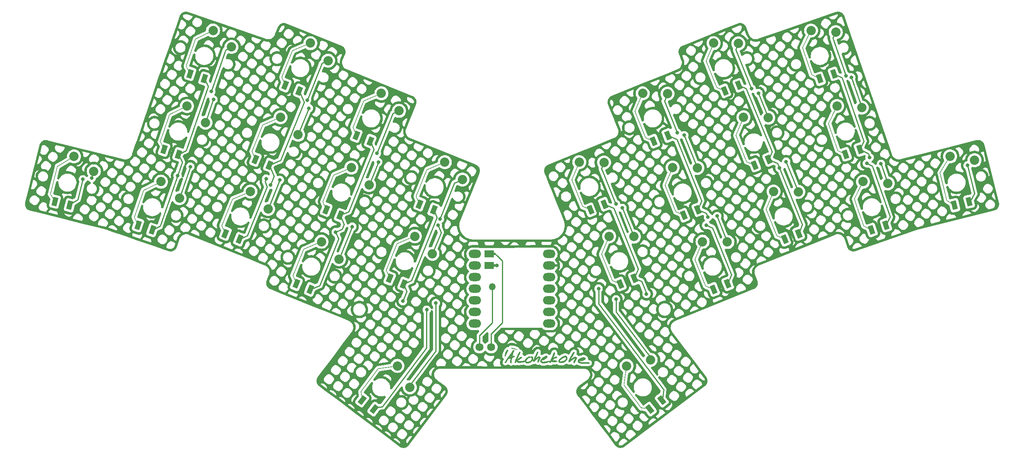
<source format=gbr>
%TF.GenerationSoftware,KiCad,Pcbnew,8.0.4*%
%TF.CreationDate,2024-07-19T09:36:52+10:00*%
%TF.ProjectId,'akohekohe,27616b6f-6865-46b6-9f68-652e6b696361,0.1*%
%TF.SameCoordinates,Original*%
%TF.FileFunction,Copper,L1,Top*%
%TF.FilePolarity,Positive*%
%FSLAX46Y46*%
G04 Gerber Fmt 4.6, Leading zero omitted, Abs format (unit mm)*
G04 Created by KiCad (PCBNEW 8.0.4) date 2024-07-19 09:36:52*
%MOMM*%
%LPD*%
G01*
G04 APERTURE LIST*
G04 Aperture macros list*
%AMRotRect*
0 Rectangle, with rotation*
0 The origin of the aperture is its center*
0 $1 length*
0 $2 width*
0 $3 Rotation angle, in degrees counterclockwise*
0 Add horizontal line*
21,1,$1,$2,0,0,$3*%
%AMFreePoly0*
4,1,22,0.550000,-0.458076,1.395962,-1.304038,1.410052,-1.325125,1.410052,-1.325126,1.415000,-1.350000,1.415000,-7.600000,1.410053,-7.624874,1.395962,-7.645962,-1.604038,-10.645962,-1.625125,-10.660052,-1.674875,-10.660052,-1.710052,-10.624875,-1.710052,-10.575125,-1.695962,-10.554038,1.285000,-7.573076,1.285000,-1.376924,0.550000,-0.641924,0.550000,-0.950000,-0.550000,-0.950000,-0.550000,0.950000,
0.550000,0.950000,0.550000,-0.458076,0.550000,-0.458076,$1*%
%AMFreePoly1*
4,1,13,0.750000,-1.050000,0.229000,-1.050000,0.229000,-1.335200,0.214355,-1.370555,0.179000,-1.385200,-0.176600,-1.385200,-0.211955,-1.370555,-0.226600,-1.335200,-0.226600,-1.050000,-0.750000,-1.050000,-0.750000,1.050000,0.750000,1.050000,0.750000,-1.050000,0.750000,-1.050000,$1*%
%AMFreePoly2*
4,1,13,0.750000,-1.050000,0.228600,-1.050000,0.228600,-1.335200,0.213955,-1.370555,0.178600,-1.385200,-0.177000,-1.385200,-0.212355,-1.370555,-0.227000,-1.335200,-0.227000,-1.050000,-0.750000,-1.050000,-0.750000,1.050000,0.750000,1.050000,0.750000,-1.050000,0.750000,-1.050000,$1*%
G04 Aperture macros list end*
%TA.AperFunction,EtchedComponent*%
%ADD10C,0.150000*%
%TD*%
%TA.AperFunction,EtchedComponent*%
%ADD11C,0.000000*%
%TD*%
%TA.AperFunction,SMDPad,CuDef*%
%ADD12RotRect,1.100000X1.900000X202.000000*%
%TD*%
%TA.AperFunction,SMDPad,CuDef*%
%ADD13FreePoly0,202.000000*%
%TD*%
%TA.AperFunction,ComponentPad*%
%ADD14C,2.032000*%
%TD*%
%TA.AperFunction,ComponentPad*%
%ADD15O,2.750000X1.800000*%
%TD*%
%TA.AperFunction,SMDPad,CuDef*%
%ADD16RotRect,1.100000X1.900000X194.000000*%
%TD*%
%TA.AperFunction,SMDPad,CuDef*%
%ADD17FreePoly0,194.000000*%
%TD*%
%TA.AperFunction,SMDPad,CuDef*%
%ADD18RotRect,1.100000X1.900000X199.000000*%
%TD*%
%TA.AperFunction,SMDPad,CuDef*%
%ADD19FreePoly0,199.000000*%
%TD*%
%TA.AperFunction,ComponentPad*%
%ADD20C,1.752600*%
%TD*%
%TA.AperFunction,SMDPad,CuDef*%
%ADD21RotRect,1.100000X1.900000X158.000000*%
%TD*%
%TA.AperFunction,SMDPad,CuDef*%
%ADD22FreePoly0,158.000000*%
%TD*%
%TA.AperFunction,SMDPad,CuDef*%
%ADD23RotRect,1.100000X1.900000X161.000000*%
%TD*%
%TA.AperFunction,SMDPad,CuDef*%
%ADD24FreePoly0,161.000000*%
%TD*%
%TA.AperFunction,SMDPad,CuDef*%
%ADD25RotRect,1.100000X1.900000X217.000000*%
%TD*%
%TA.AperFunction,SMDPad,CuDef*%
%ADD26FreePoly0,217.000000*%
%TD*%
%TA.AperFunction,ComponentPad*%
%ADD27O,1.500000X1.500000*%
%TD*%
%TA.AperFunction,SMDPad,CuDef*%
%ADD28RotRect,1.100000X1.900000X143.000000*%
%TD*%
%TA.AperFunction,SMDPad,CuDef*%
%ADD29FreePoly0,143.000000*%
%TD*%
%TA.AperFunction,SMDPad,CuDef*%
%ADD30RotRect,1.100000X1.900000X166.000000*%
%TD*%
%TA.AperFunction,SMDPad,CuDef*%
%ADD31FreePoly0,166.000000*%
%TD*%
%TA.AperFunction,SMDPad,CuDef*%
%ADD32FreePoly1,90.000000*%
%TD*%
%TA.AperFunction,SMDPad,CuDef*%
%ADD33FreePoly2,90.000000*%
%TD*%
%TA.AperFunction,ViaPad*%
%ADD34C,0.800000*%
%TD*%
%TA.AperFunction,Conductor*%
%ADD35C,0.250000*%
%TD*%
%TA.AperFunction,Conductor*%
%ADD36C,0.200000*%
%TD*%
G04 APERTURE END LIST*
D10*
%TO.C,G\u002A\u002A\u002A*%
X173371645Y-140849121D02*
X173386103Y-140884641D01*
X173383471Y-140954209D01*
X173352916Y-141075895D01*
X173300406Y-141235246D01*
X173231905Y-141417801D01*
X173153377Y-141609104D01*
X173070787Y-141794696D01*
X172990100Y-141960120D01*
X172917282Y-142090916D01*
X172858296Y-142172629D01*
X172852248Y-142178620D01*
X172803817Y-142215498D01*
X172779496Y-142196187D01*
X172771543Y-142175203D01*
X172774830Y-142109173D01*
X172804791Y-141990334D01*
X172855637Y-141833161D01*
X172921576Y-141652129D01*
X172996825Y-141461713D01*
X173075590Y-141276389D01*
X173152086Y-141110632D01*
X173220523Y-140978919D01*
X173275112Y-140895722D01*
X173288860Y-140881584D01*
X173344952Y-140839836D01*
X173371645Y-140849121D01*
%TA.AperFunction,EtchedComponent*%
G36*
X173371645Y-140849121D02*
G01*
X173386103Y-140884641D01*
X173383471Y-140954209D01*
X173352916Y-141075895D01*
X173300406Y-141235246D01*
X173231905Y-141417801D01*
X173153377Y-141609104D01*
X173070787Y-141794696D01*
X172990100Y-141960120D01*
X172917282Y-142090916D01*
X172858296Y-142172629D01*
X172852248Y-142178620D01*
X172803817Y-142215498D01*
X172779496Y-142196187D01*
X172771543Y-142175203D01*
X172774830Y-142109173D01*
X172804791Y-141990334D01*
X172855637Y-141833161D01*
X172921576Y-141652129D01*
X172996825Y-141461713D01*
X173075590Y-141276389D01*
X173152086Y-141110632D01*
X173220523Y-140978919D01*
X173275112Y-140895722D01*
X173288860Y-140881584D01*
X173344952Y-140839836D01*
X173371645Y-140849121D01*
G37*
%TD.AperFunction*%
D11*
%TA.AperFunction,EtchedComponent*%
G36*
X174286938Y-140385946D02*
G01*
X174449137Y-140417259D01*
X174636856Y-140460643D01*
X174835023Y-140512125D01*
X175028563Y-140567720D01*
X175202408Y-140623444D01*
X175341481Y-140675318D01*
X175430709Y-140719362D01*
X175446417Y-140731284D01*
X175494689Y-140781871D01*
X175488728Y-140809497D01*
X175455234Y-140828175D01*
X175385864Y-140834040D01*
X175261361Y-140818543D01*
X175096798Y-140785846D01*
X174907255Y-140740104D01*
X174767244Y-140687550D01*
X174569200Y-140628061D01*
X174339512Y-140566193D01*
X174200816Y-140509858D01*
X174112522Y-140461269D01*
X174105839Y-140455997D01*
X174063333Y-140412421D01*
X174079539Y-140385928D01*
X174099396Y-140375476D01*
X174165335Y-140370693D01*
X174286938Y-140385946D01*
G37*
%TD.AperFunction*%
D10*
X176072285Y-141355893D02*
X176088484Y-141396032D01*
X176079877Y-141464046D01*
X176043435Y-141567498D01*
X175976132Y-141713953D01*
X175874940Y-141910972D01*
X175778059Y-142090833D01*
X175681419Y-142279151D01*
X175571616Y-142511022D01*
X175460831Y-142759722D01*
X175361250Y-142998533D01*
X175342057Y-143047083D01*
X175266775Y-143237339D01*
X175199395Y-143403029D01*
X175145163Y-143531607D01*
X175109323Y-143610531D01*
X175098824Y-143628840D01*
X175057713Y-143628411D01*
X175029205Y-143602569D01*
X175009094Y-143543697D01*
X175016600Y-143448388D01*
X175053676Y-143309423D01*
X175122275Y-143119577D01*
X175224347Y-142871631D01*
X175230903Y-142856323D01*
X175408761Y-142448205D01*
X175563216Y-142108119D01*
X175695639Y-141833618D01*
X175807401Y-141622253D01*
X175899874Y-141471580D01*
X175974431Y-141379150D01*
X176032442Y-141342518D01*
X176072285Y-141355893D01*
%TA.AperFunction,EtchedComponent*%
G36*
X176072285Y-141355893D02*
G01*
X176088484Y-141396032D01*
X176079877Y-141464046D01*
X176043435Y-141567498D01*
X175976132Y-141713953D01*
X175874940Y-141910972D01*
X175778059Y-142090833D01*
X175681419Y-142279151D01*
X175571616Y-142511022D01*
X175460831Y-142759722D01*
X175361250Y-142998533D01*
X175342057Y-143047083D01*
X175266775Y-143237339D01*
X175199395Y-143403029D01*
X175145163Y-143531607D01*
X175109323Y-143610531D01*
X175098824Y-143628840D01*
X175057713Y-143628411D01*
X175029205Y-143602569D01*
X175009094Y-143543697D01*
X175016600Y-143448388D01*
X175053676Y-143309423D01*
X175122275Y-143119577D01*
X175224347Y-142871631D01*
X175230903Y-142856323D01*
X175408761Y-142448205D01*
X175563216Y-142108119D01*
X175695639Y-141833618D01*
X175807401Y-141622253D01*
X175899874Y-141471580D01*
X175974431Y-141379150D01*
X176032442Y-141342518D01*
X176072285Y-141355893D01*
G37*
%TD.AperFunction*%
X176413912Y-142420061D02*
X176439342Y-142444264D01*
X176478020Y-142497429D01*
X176480284Y-142519519D01*
X176442623Y-142544172D01*
X176358049Y-142597624D01*
X176243189Y-142669384D01*
X176215035Y-142686879D01*
X176064179Y-142789524D01*
X175893621Y-142919170D01*
X175736743Y-143050258D01*
X175715816Y-143069047D01*
X175596442Y-143180945D01*
X175527997Y-143255492D01*
X175503344Y-143302350D01*
X175515347Y-143331169D01*
X175519671Y-143334400D01*
X175591450Y-143356758D01*
X175720098Y-143372323D01*
X175888040Y-143380541D01*
X176077700Y-143380859D01*
X176271503Y-143372722D01*
X176397023Y-143362042D01*
X176648985Y-143336642D01*
X176835833Y-143321530D01*
X176966423Y-143316527D01*
X177049611Y-143321453D01*
X177094252Y-143336129D01*
X177105228Y-143347653D01*
X177092586Y-143388217D01*
X177017595Y-143429439D01*
X176892569Y-143469611D01*
X176729830Y-143507024D01*
X176541690Y-143539967D01*
X176340471Y-143566732D01*
X176138490Y-143585607D01*
X175948064Y-143594886D01*
X175781510Y-143592857D01*
X175651146Y-143577810D01*
X175587361Y-143558312D01*
X175453800Y-143472997D01*
X175385801Y-143367024D01*
X175372850Y-143257305D01*
X175380640Y-143193460D01*
X175405593Y-143133354D01*
X175457409Y-143064323D01*
X175545791Y-142973711D01*
X175680439Y-142848859D01*
X175698199Y-142832755D01*
X175846146Y-142706261D01*
X175995276Y-142591439D01*
X176125749Y-142502931D01*
X176200171Y-142462295D01*
X176308185Y-142417606D01*
X176371856Y-142404100D01*
X176413912Y-142420061D01*
%TA.AperFunction,EtchedComponent*%
G36*
X176413912Y-142420061D02*
G01*
X176439342Y-142444264D01*
X176478020Y-142497429D01*
X176480284Y-142519519D01*
X176442623Y-142544172D01*
X176358049Y-142597624D01*
X176243189Y-142669384D01*
X176215035Y-142686879D01*
X176064179Y-142789524D01*
X175893621Y-142919170D01*
X175736743Y-143050258D01*
X175715816Y-143069047D01*
X175596442Y-143180945D01*
X175527997Y-143255492D01*
X175503344Y-143302350D01*
X175515347Y-143331169D01*
X175519671Y-143334400D01*
X175591450Y-143356758D01*
X175720098Y-143372323D01*
X175888040Y-143380541D01*
X176077700Y-143380859D01*
X176271503Y-143372722D01*
X176397023Y-143362042D01*
X176648985Y-143336642D01*
X176835833Y-143321530D01*
X176966423Y-143316527D01*
X177049611Y-143321453D01*
X177094252Y-143336129D01*
X177105228Y-143347653D01*
X177092586Y-143388217D01*
X177017595Y-143429439D01*
X176892569Y-143469611D01*
X176729830Y-143507024D01*
X176541690Y-143539967D01*
X176340471Y-143566732D01*
X176138490Y-143585607D01*
X175948064Y-143594886D01*
X175781510Y-143592857D01*
X175651146Y-143577810D01*
X175587361Y-143558312D01*
X175453800Y-143472997D01*
X175385801Y-143367024D01*
X175372850Y-143257305D01*
X175380640Y-143193460D01*
X175405593Y-143133354D01*
X175457409Y-143064323D01*
X175545791Y-142973711D01*
X175680439Y-142848859D01*
X175698199Y-142832755D01*
X175846146Y-142706261D01*
X175995276Y-142591439D01*
X176125749Y-142502931D01*
X176200171Y-142462295D01*
X176308185Y-142417606D01*
X176371856Y-142404100D01*
X176413912Y-142420061D01*
G37*
%TD.AperFunction*%
X185987794Y-142166753D02*
X186127004Y-142205839D01*
X186243975Y-142302039D01*
X186331363Y-142439260D01*
X186381828Y-142601413D01*
X186388024Y-142772407D01*
X186342609Y-142936146D01*
X186340697Y-142940113D01*
X186214958Y-143122248D01*
X186031416Y-143289196D01*
X185806564Y-143433572D01*
X185556896Y-143547997D01*
X185298905Y-143625089D01*
X185049086Y-143657466D01*
X184823932Y-143637743D01*
X184797169Y-143630922D01*
X184696307Y-143576566D01*
X184604045Y-143484930D01*
X184542030Y-143381520D01*
X184528263Y-143314160D01*
X184559855Y-143182619D01*
X184638501Y-143038436D01*
X184754222Y-142889156D01*
X184897033Y-142742319D01*
X185056949Y-142605470D01*
X185223990Y-142486150D01*
X185388170Y-142391904D01*
X185539507Y-142330275D01*
X185668019Y-142308803D01*
X185763720Y-142335034D01*
X185790499Y-142360472D01*
X185808854Y-142408364D01*
X185776369Y-142451373D01*
X185684345Y-142497205D01*
X185601902Y-142527553D01*
X185385568Y-142624852D01*
X185164243Y-142761924D01*
X184973454Y-142916112D01*
X184938772Y-142950427D01*
X184826917Y-143081659D01*
X184744643Y-143208492D01*
X184699422Y-143316375D01*
X184698732Y-143390757D01*
X184706499Y-143402529D01*
X184760635Y-143420860D01*
X184872300Y-143432525D01*
X185024495Y-143435906D01*
X185053629Y-143435532D01*
X185335611Y-143405814D01*
X185603917Y-143331365D01*
X185843097Y-143219109D01*
X186037702Y-143075972D01*
X186151048Y-142943672D01*
X186218877Y-142793019D01*
X186215778Y-142644718D01*
X186162823Y-142517828D01*
X186100257Y-142428453D01*
X186017810Y-142364329D01*
X185891167Y-142307728D01*
X185858077Y-142295637D01*
X185817378Y-142260569D01*
X185833620Y-142217808D01*
X185892362Y-142181701D01*
X185979162Y-142166596D01*
X185987794Y-142166753D01*
%TA.AperFunction,EtchedComponent*%
G36*
X185987794Y-142166753D02*
G01*
X186127004Y-142205839D01*
X186243975Y-142302039D01*
X186331363Y-142439260D01*
X186381828Y-142601413D01*
X186388024Y-142772407D01*
X186342609Y-142936146D01*
X186340697Y-142940113D01*
X186214958Y-143122248D01*
X186031416Y-143289196D01*
X185806564Y-143433572D01*
X185556896Y-143547997D01*
X185298905Y-143625089D01*
X185049086Y-143657466D01*
X184823932Y-143637743D01*
X184797169Y-143630922D01*
X184696307Y-143576566D01*
X184604045Y-143484930D01*
X184542030Y-143381520D01*
X184528263Y-143314160D01*
X184559855Y-143182619D01*
X184638501Y-143038436D01*
X184754222Y-142889156D01*
X184897033Y-142742319D01*
X185056949Y-142605470D01*
X185223990Y-142486150D01*
X185388170Y-142391904D01*
X185539507Y-142330275D01*
X185668019Y-142308803D01*
X185763720Y-142335034D01*
X185790499Y-142360472D01*
X185808854Y-142408364D01*
X185776369Y-142451373D01*
X185684345Y-142497205D01*
X185601902Y-142527553D01*
X185385568Y-142624852D01*
X185164243Y-142761924D01*
X184973454Y-142916112D01*
X184938772Y-142950427D01*
X184826917Y-143081659D01*
X184744643Y-143208492D01*
X184699422Y-143316375D01*
X184698732Y-143390757D01*
X184706499Y-143402529D01*
X184760635Y-143420860D01*
X184872300Y-143432525D01*
X185024495Y-143435906D01*
X185053629Y-143435532D01*
X185335611Y-143405814D01*
X185603917Y-143331365D01*
X185843097Y-143219109D01*
X186037702Y-143075972D01*
X186151048Y-142943672D01*
X186218877Y-142793019D01*
X186215778Y-142644718D01*
X186162823Y-142517828D01*
X186100257Y-142428453D01*
X186017810Y-142364329D01*
X185891167Y-142307728D01*
X185858077Y-142295637D01*
X185817378Y-142260569D01*
X185833620Y-142217808D01*
X185892362Y-142181701D01*
X185979162Y-142166596D01*
X185987794Y-142166753D01*
G37*
%TD.AperFunction*%
X183596439Y-141420332D02*
X183637304Y-141473468D01*
X183640719Y-141585411D01*
X183608071Y-141751152D01*
X183540766Y-141965686D01*
X183440186Y-142224003D01*
X183307726Y-142521099D01*
X183265661Y-142609421D01*
X183196723Y-142752296D01*
X183381253Y-142627637D01*
X183597020Y-142498115D01*
X183788757Y-142415189D01*
X183948767Y-142380904D01*
X184069351Y-142397305D01*
X184119061Y-142431770D01*
X184139917Y-142479141D01*
X184101803Y-142521364D01*
X183998325Y-142563707D01*
X183936783Y-142581974D01*
X183802818Y-142631744D01*
X183649977Y-142707788D01*
X183492869Y-142800291D01*
X183346105Y-142899438D01*
X183224298Y-142995415D01*
X183142055Y-143078404D01*
X183113900Y-143134762D01*
X183130219Y-143174829D01*
X183187722Y-143204082D01*
X183294422Y-143223898D01*
X183458328Y-143235657D01*
X183687455Y-143240735D01*
X183731415Y-143241024D01*
X183938535Y-143244711D01*
X184078075Y-143253871D01*
X184157014Y-143269227D01*
X184181718Y-143287833D01*
X184165471Y-143338242D01*
X184081584Y-143381099D01*
X183927539Y-143417334D01*
X183767504Y-143440358D01*
X183485462Y-143454624D01*
X183256197Y-143424141D01*
X183083155Y-143349501D01*
X183037698Y-143314135D01*
X182933319Y-143219892D01*
X182828630Y-143439912D01*
X182761100Y-143571294D01*
X182710426Y-143640228D01*
X182668577Y-143654703D01*
X182635572Y-143631930D01*
X182618928Y-143600944D01*
X182619343Y-143553449D01*
X182640342Y-143480430D01*
X182685447Y-143372874D01*
X182758180Y-143221762D01*
X182862066Y-143018082D01*
X182915884Y-142914598D01*
X183057904Y-142629990D01*
X183181549Y-142357611D01*
X183278643Y-142116157D01*
X183326637Y-141974892D01*
X183403959Y-141735205D01*
X183469908Y-141565255D01*
X183526330Y-141461248D01*
X183575064Y-141419397D01*
X183596439Y-141420332D01*
%TA.AperFunction,EtchedComponent*%
G36*
X183596439Y-141420332D02*
G01*
X183637304Y-141473468D01*
X183640719Y-141585411D01*
X183608071Y-141751152D01*
X183540766Y-141965686D01*
X183440186Y-142224003D01*
X183307726Y-142521099D01*
X183265661Y-142609421D01*
X183196723Y-142752296D01*
X183381253Y-142627637D01*
X183597020Y-142498115D01*
X183788757Y-142415189D01*
X183948767Y-142380904D01*
X184069351Y-142397305D01*
X184119061Y-142431770D01*
X184139917Y-142479141D01*
X184101803Y-142521364D01*
X183998325Y-142563707D01*
X183936783Y-142581974D01*
X183802818Y-142631744D01*
X183649977Y-142707788D01*
X183492869Y-142800291D01*
X183346105Y-142899438D01*
X183224298Y-142995415D01*
X183142055Y-143078404D01*
X183113900Y-143134762D01*
X183130219Y-143174829D01*
X183187722Y-143204082D01*
X183294422Y-143223898D01*
X183458328Y-143235657D01*
X183687455Y-143240735D01*
X183731415Y-143241024D01*
X183938535Y-143244711D01*
X184078075Y-143253871D01*
X184157014Y-143269227D01*
X184181718Y-143287833D01*
X184165471Y-143338242D01*
X184081584Y-143381099D01*
X183927539Y-143417334D01*
X183767504Y-143440358D01*
X183485462Y-143454624D01*
X183256197Y-143424141D01*
X183083155Y-143349501D01*
X183037698Y-143314135D01*
X182933319Y-143219892D01*
X182828630Y-143439912D01*
X182761100Y-143571294D01*
X182710426Y-143640228D01*
X182668577Y-143654703D01*
X182635572Y-143631930D01*
X182618928Y-143600944D01*
X182619343Y-143553449D01*
X182640342Y-143480430D01*
X182685447Y-143372874D01*
X182758180Y-143221762D01*
X182862066Y-143018082D01*
X182915884Y-142914598D01*
X183057904Y-142629990D01*
X183181549Y-142357611D01*
X183278643Y-142116157D01*
X183326637Y-141974892D01*
X183403959Y-141735205D01*
X183469908Y-141565255D01*
X183526330Y-141461248D01*
X183575064Y-141419397D01*
X183596439Y-141420332D01*
G37*
%TD.AperFunction*%
X178685821Y-142353931D02*
X178783134Y-142441333D01*
X178798047Y-142458931D01*
X178871845Y-142566991D01*
X178900915Y-142673106D01*
X178902330Y-142770922D01*
X178857757Y-142994422D01*
X178748331Y-143207882D01*
X178583854Y-143398564D01*
X178374129Y-143553731D01*
X178252544Y-143615243D01*
X178113984Y-143658016D01*
X177940941Y-143687056D01*
X177757951Y-143700865D01*
X177589554Y-143697954D01*
X177460288Y-143676823D01*
X177429903Y-143665364D01*
X177337001Y-143596439D01*
X177249311Y-143492412D01*
X177185969Y-143380197D01*
X177165617Y-143293574D01*
X177197087Y-143147411D01*
X177284598Y-142987719D01*
X177432656Y-142807369D01*
X177544676Y-142693744D01*
X177730682Y-142527065D01*
X177887919Y-142417122D01*
X178027588Y-142357542D01*
X178160885Y-142341943D01*
X178162344Y-142341991D01*
X178258873Y-142364711D01*
X178325415Y-142414475D01*
X178343449Y-142474721D01*
X178334445Y-142495867D01*
X178281168Y-142524046D01*
X178216392Y-142530757D01*
X178073043Y-142557396D01*
X177906182Y-142641090D01*
X177729663Y-142774204D01*
X177663631Y-142835472D01*
X177521349Y-142981092D01*
X177428457Y-143094489D01*
X177375708Y-143189726D01*
X177353853Y-143280871D01*
X177351937Y-143309566D01*
X177358813Y-143392640D01*
X177400553Y-143442078D01*
X177482225Y-143478663D01*
X177663125Y-143513334D01*
X177876821Y-143505328D01*
X178098661Y-143459716D01*
X178303989Y-143381566D01*
X178468145Y-143275953D01*
X178468211Y-143275895D01*
X178581166Y-143147382D01*
X178662906Y-142994903D01*
X178708667Y-142836815D01*
X178713686Y-142691484D01*
X178673201Y-142577269D01*
X178655111Y-142555422D01*
X178574557Y-142483964D01*
X178521577Y-142445663D01*
X178478695Y-142393483D01*
X178498613Y-142345988D01*
X178570528Y-142320615D01*
X178599542Y-142319884D01*
X178685821Y-142353931D01*
%TA.AperFunction,EtchedComponent*%
G36*
X178685821Y-142353931D02*
G01*
X178783134Y-142441333D01*
X178798047Y-142458931D01*
X178871845Y-142566991D01*
X178900915Y-142673106D01*
X178902330Y-142770922D01*
X178857757Y-142994422D01*
X178748331Y-143207882D01*
X178583854Y-143398564D01*
X178374129Y-143553731D01*
X178252544Y-143615243D01*
X178113984Y-143658016D01*
X177940941Y-143687056D01*
X177757951Y-143700865D01*
X177589554Y-143697954D01*
X177460288Y-143676823D01*
X177429903Y-143665364D01*
X177337001Y-143596439D01*
X177249311Y-143492412D01*
X177185969Y-143380197D01*
X177165617Y-143293574D01*
X177197087Y-143147411D01*
X177284598Y-142987719D01*
X177432656Y-142807369D01*
X177544676Y-142693744D01*
X177730682Y-142527065D01*
X177887919Y-142417122D01*
X178027588Y-142357542D01*
X178160885Y-142341943D01*
X178162344Y-142341991D01*
X178258873Y-142364711D01*
X178325415Y-142414475D01*
X178343449Y-142474721D01*
X178334445Y-142495867D01*
X178281168Y-142524046D01*
X178216392Y-142530757D01*
X178073043Y-142557396D01*
X177906182Y-142641090D01*
X177729663Y-142774204D01*
X177663631Y-142835472D01*
X177521349Y-142981092D01*
X177428457Y-143094489D01*
X177375708Y-143189726D01*
X177353853Y-143280871D01*
X177351937Y-143309566D01*
X177358813Y-143392640D01*
X177400553Y-143442078D01*
X177482225Y-143478663D01*
X177663125Y-143513334D01*
X177876821Y-143505328D01*
X178098661Y-143459716D01*
X178303989Y-143381566D01*
X178468145Y-143275953D01*
X178468211Y-143275895D01*
X178581166Y-143147382D01*
X178662906Y-142994903D01*
X178708667Y-142836815D01*
X178713686Y-142691484D01*
X178673201Y-142577269D01*
X178655111Y-142555422D01*
X178574557Y-142483964D01*
X178521577Y-142445663D01*
X178478695Y-142393483D01*
X178498613Y-142345988D01*
X178570528Y-142320615D01*
X178599542Y-142319884D01*
X178685821Y-142353931D01*
G37*
%TD.AperFunction*%
X187924143Y-141361592D02*
X187927046Y-141364494D01*
X187928994Y-141398038D01*
X187904380Y-141470927D01*
X187850831Y-141587991D01*
X187765975Y-141754062D01*
X187647437Y-141973971D01*
X187492846Y-142252548D01*
X187477035Y-142280750D01*
X186987025Y-143154114D01*
X187189732Y-142993309D01*
X187447708Y-142796396D01*
X187664932Y-142648706D01*
X187851287Y-142544526D01*
X188016656Y-142478153D01*
X188129913Y-142450274D01*
X188259355Y-142459783D01*
X188364002Y-142526395D01*
X188425321Y-142634090D01*
X188433553Y-142712727D01*
X188414448Y-142785124D01*
X188367432Y-142901503D01*
X188300401Y-143046686D01*
X188221251Y-143205501D01*
X188137881Y-143362774D01*
X188058185Y-143503332D01*
X187990061Y-143612001D01*
X187941403Y-143673606D01*
X187929320Y-143681626D01*
X187883508Y-143663073D01*
X187867241Y-143634546D01*
X187869246Y-143549129D01*
X187912388Y-143406997D01*
X187994992Y-143212659D01*
X188110501Y-142979943D01*
X188175966Y-142849463D01*
X188225213Y-142741269D01*
X188249538Y-142674768D01*
X188250697Y-142667308D01*
X188225870Y-142623349D01*
X188152473Y-142622892D01*
X188039161Y-142661428D01*
X187894598Y-142734445D01*
X187727441Y-142837431D01*
X187546351Y-142965879D01*
X187359989Y-143115273D01*
X187313360Y-143155568D01*
X187150679Y-143295887D01*
X187032292Y-143390117D01*
X186948250Y-143443524D01*
X186888601Y-143461385D01*
X186843395Y-143448968D01*
X186811560Y-143421444D01*
X186779872Y-143365998D01*
X186776960Y-143290166D01*
X186805811Y-143184682D01*
X186869408Y-143040272D01*
X186970733Y-142847666D01*
X187030721Y-142740529D01*
X187147463Y-142530369D01*
X187271652Y-142299624D01*
X187387791Y-142077458D01*
X187473916Y-141906318D01*
X187587528Y-141691630D01*
X187694028Y-141524227D01*
X187788744Y-141409696D01*
X187867006Y-141353622D01*
X187924143Y-141361592D01*
%TA.AperFunction,EtchedComponent*%
G36*
X187924143Y-141361592D02*
G01*
X187927046Y-141364494D01*
X187928994Y-141398038D01*
X187904380Y-141470927D01*
X187850831Y-141587991D01*
X187765975Y-141754062D01*
X187647437Y-141973971D01*
X187492846Y-142252548D01*
X187477035Y-142280750D01*
X186987025Y-143154114D01*
X187189732Y-142993309D01*
X187447708Y-142796396D01*
X187664932Y-142648706D01*
X187851287Y-142544526D01*
X188016656Y-142478153D01*
X188129913Y-142450274D01*
X188259355Y-142459783D01*
X188364002Y-142526395D01*
X188425321Y-142634090D01*
X188433553Y-142712727D01*
X188414448Y-142785124D01*
X188367432Y-142901503D01*
X188300401Y-143046686D01*
X188221251Y-143205501D01*
X188137881Y-143362774D01*
X188058185Y-143503332D01*
X187990061Y-143612001D01*
X187941403Y-143673606D01*
X187929320Y-143681626D01*
X187883508Y-143663073D01*
X187867241Y-143634546D01*
X187869246Y-143549129D01*
X187912388Y-143406997D01*
X187994992Y-143212659D01*
X188110501Y-142979943D01*
X188175966Y-142849463D01*
X188225213Y-142741269D01*
X188249538Y-142674768D01*
X188250697Y-142667308D01*
X188225870Y-142623349D01*
X188152473Y-142622892D01*
X188039161Y-142661428D01*
X187894598Y-142734445D01*
X187727441Y-142837431D01*
X187546351Y-142965879D01*
X187359989Y-143115273D01*
X187313360Y-143155568D01*
X187150679Y-143295887D01*
X187032292Y-143390117D01*
X186948250Y-143443524D01*
X186888601Y-143461385D01*
X186843395Y-143448968D01*
X186811560Y-143421444D01*
X186779872Y-143365998D01*
X186776960Y-143290166D01*
X186805811Y-143184682D01*
X186869408Y-143040272D01*
X186970733Y-142847666D01*
X187030721Y-142740529D01*
X187147463Y-142530369D01*
X187271652Y-142299624D01*
X187387791Y-142077458D01*
X187473916Y-141906318D01*
X187587528Y-141691630D01*
X187694028Y-141524227D01*
X187788744Y-141409696D01*
X187867006Y-141353622D01*
X187924143Y-141361592D01*
G37*
%TD.AperFunction*%
X180011549Y-141272512D02*
X180033051Y-141331539D01*
X180011167Y-141450166D01*
X179946209Y-141627400D01*
X179838488Y-141862249D01*
X179808178Y-141923348D01*
X179713131Y-142114464D01*
X179613228Y-142318237D01*
X179523610Y-142503672D01*
X179483747Y-142587550D01*
X179348104Y-142875667D01*
X179588193Y-142688337D01*
X179754903Y-142570115D01*
X179927344Y-142467918D01*
X180087846Y-142390690D01*
X180218739Y-142347390D01*
X180273023Y-142341311D01*
X180361833Y-142376725D01*
X180436505Y-142460155D01*
X180476163Y-142565222D01*
X180477999Y-142600390D01*
X180459588Y-142690570D01*
X180416873Y-142814568D01*
X180377712Y-142905238D01*
X180304696Y-143059843D01*
X180223892Y-143231666D01*
X180182613Y-143319762D01*
X180119822Y-143451395D01*
X180078494Y-143524903D01*
X180049142Y-143550155D01*
X180022279Y-143537023D01*
X179999701Y-143510049D01*
X179974350Y-143437649D01*
X179985094Y-143326541D01*
X180033690Y-143169646D01*
X180121899Y-142959872D01*
X180152886Y-142892927D01*
X180231658Y-142720667D01*
X180277028Y-142605880D01*
X180290083Y-142539764D01*
X180271916Y-142513531D01*
X180223616Y-142518381D01*
X180198327Y-142526292D01*
X180020467Y-142612496D01*
X179806844Y-142761521D01*
X179559586Y-142971800D01*
X179433965Y-143089792D01*
X179295458Y-143221340D01*
X179198934Y-143306361D01*
X179134196Y-143351803D01*
X179091049Y-143364608D01*
X179059300Y-143351720D01*
X179054864Y-143347976D01*
X179007617Y-143280701D01*
X178998849Y-143241384D01*
X179015332Y-143189804D01*
X179059422Y-143084750D01*
X179125187Y-142939515D01*
X179206707Y-142767388D01*
X179246474Y-142685678D01*
X179351327Y-142467143D01*
X179460232Y-142231958D01*
X179560990Y-142006939D01*
X179641405Y-141818905D01*
X179648161Y-141802426D01*
X179745493Y-141583066D01*
X179835843Y-141417147D01*
X179915645Y-141309864D01*
X179981335Y-141266420D01*
X180011549Y-141272512D01*
%TA.AperFunction,EtchedComponent*%
G36*
X180011549Y-141272512D02*
G01*
X180033051Y-141331539D01*
X180011167Y-141450166D01*
X179946209Y-141627400D01*
X179838488Y-141862249D01*
X179808178Y-141923348D01*
X179713131Y-142114464D01*
X179613228Y-142318237D01*
X179523610Y-142503672D01*
X179483747Y-142587550D01*
X179348104Y-142875667D01*
X179588193Y-142688337D01*
X179754903Y-142570115D01*
X179927344Y-142467918D01*
X180087846Y-142390690D01*
X180218739Y-142347390D01*
X180273023Y-142341311D01*
X180361833Y-142376725D01*
X180436505Y-142460155D01*
X180476163Y-142565222D01*
X180477999Y-142600390D01*
X180459588Y-142690570D01*
X180416873Y-142814568D01*
X180377712Y-142905238D01*
X180304696Y-143059843D01*
X180223892Y-143231666D01*
X180182613Y-143319762D01*
X180119822Y-143451395D01*
X180078494Y-143524903D01*
X180049142Y-143550155D01*
X180022279Y-143537023D01*
X179999701Y-143510049D01*
X179974350Y-143437649D01*
X179985094Y-143326541D01*
X180033690Y-143169646D01*
X180121899Y-142959872D01*
X180152886Y-142892927D01*
X180231658Y-142720667D01*
X180277028Y-142605880D01*
X180290083Y-142539764D01*
X180271916Y-142513531D01*
X180223616Y-142518381D01*
X180198327Y-142526292D01*
X180020467Y-142612496D01*
X179806844Y-142761521D01*
X179559586Y-142971800D01*
X179433965Y-143089792D01*
X179295458Y-143221340D01*
X179198934Y-143306361D01*
X179134196Y-143351803D01*
X179091049Y-143364608D01*
X179059300Y-143351720D01*
X179054864Y-143347976D01*
X179007617Y-143280701D01*
X178998849Y-143241384D01*
X179015332Y-143189804D01*
X179059422Y-143084750D01*
X179125187Y-142939515D01*
X179206707Y-142767388D01*
X179246474Y-142685678D01*
X179351327Y-142467143D01*
X179460232Y-142231958D01*
X179560990Y-142006939D01*
X179641405Y-141818905D01*
X179648161Y-141802426D01*
X179745493Y-141583066D01*
X179835843Y-141417147D01*
X179915645Y-141309864D01*
X179981335Y-141266420D01*
X180011549Y-141272512D01*
G37*
%TD.AperFunction*%
X181871294Y-142221466D02*
X181959128Y-142289214D01*
X181962043Y-142293581D01*
X181994691Y-142382228D01*
X181976268Y-142443633D01*
X181929367Y-142496502D01*
X181838933Y-142577768D01*
X181719357Y-142676430D01*
X181585032Y-142781488D01*
X181450352Y-142881939D01*
X181329709Y-142966785D01*
X181237494Y-143025023D01*
X181188586Y-143045682D01*
X181139181Y-143022740D01*
X181145479Y-142964088D01*
X181201870Y-142876695D01*
X181302745Y-142767529D01*
X181442496Y-142643564D01*
X181615510Y-142511765D01*
X181622103Y-142507092D01*
X181737068Y-142425826D01*
X181604241Y-142483469D01*
X181428309Y-142576271D01*
X181251800Y-142697973D01*
X181086243Y-142837188D01*
X180943164Y-142982527D01*
X180834092Y-143122600D01*
X180770557Y-143246020D01*
X180759465Y-143317982D01*
X180772350Y-143380941D01*
X180810768Y-143422778D01*
X180892986Y-143457545D01*
X180971395Y-143480987D01*
X181128568Y-143511185D01*
X181308066Y-143516262D01*
X181521524Y-143495078D01*
X181780580Y-143446496D01*
X182087937Y-143371723D01*
X182253380Y-143332278D01*
X182396504Y-143305403D01*
X182499304Y-143294058D01*
X182539037Y-143297491D01*
X182570627Y-143332376D01*
X182537162Y-143377352D01*
X182447115Y-143429285D01*
X182308958Y-143485044D01*
X182131162Y-143541490D01*
X181922199Y-143595495D01*
X181690541Y-143643924D01*
X181527828Y-143671538D01*
X181328076Y-143699485D01*
X181181261Y-143711329D01*
X181067257Y-143706517D01*
X180965930Y-143684499D01*
X180879640Y-143653797D01*
X180727442Y-143563863D01*
X180619955Y-143440058D01*
X180580117Y-143340542D01*
X180590174Y-143213586D01*
X180667897Y-143057598D01*
X180812602Y-142873702D01*
X180949635Y-142732587D01*
X181183436Y-142523493D01*
X181335275Y-142411430D01*
X181756259Y-142411430D01*
X181774272Y-142430747D01*
X181793589Y-142412734D01*
X181775575Y-142393417D01*
X181756259Y-142411430D01*
X181335275Y-142411430D01*
X181354293Y-142397394D01*
X181396962Y-142365902D01*
X181585753Y-142261744D01*
X181745350Y-142212954D01*
X181871294Y-142221466D01*
%TA.AperFunction,EtchedComponent*%
G36*
X181871294Y-142221466D02*
G01*
X181959128Y-142289214D01*
X181962043Y-142293581D01*
X181994691Y-142382228D01*
X181976268Y-142443633D01*
X181929367Y-142496502D01*
X181838933Y-142577768D01*
X181719357Y-142676430D01*
X181585032Y-142781488D01*
X181450352Y-142881939D01*
X181329709Y-142966785D01*
X181237494Y-143025023D01*
X181188586Y-143045682D01*
X181139181Y-143022740D01*
X181145479Y-142964088D01*
X181201870Y-142876695D01*
X181302745Y-142767529D01*
X181442496Y-142643564D01*
X181615510Y-142511765D01*
X181622103Y-142507092D01*
X181737068Y-142425826D01*
X181604241Y-142483469D01*
X181428309Y-142576271D01*
X181251800Y-142697973D01*
X181086243Y-142837188D01*
X180943164Y-142982527D01*
X180834092Y-143122600D01*
X180770557Y-143246020D01*
X180759465Y-143317982D01*
X180772350Y-143380941D01*
X180810768Y-143422778D01*
X180892986Y-143457545D01*
X180971395Y-143480987D01*
X181128568Y-143511185D01*
X181308066Y-143516262D01*
X181521524Y-143495078D01*
X181780580Y-143446496D01*
X182087937Y-143371723D01*
X182253380Y-143332278D01*
X182396504Y-143305403D01*
X182499304Y-143294058D01*
X182539037Y-143297491D01*
X182570627Y-143332376D01*
X182537162Y-143377352D01*
X182447115Y-143429285D01*
X182308958Y-143485044D01*
X182131162Y-143541490D01*
X181922199Y-143595495D01*
X181690541Y-143643924D01*
X181527828Y-143671538D01*
X181328076Y-143699485D01*
X181181261Y-143711329D01*
X181067257Y-143706517D01*
X180965930Y-143684499D01*
X180879640Y-143653797D01*
X180727442Y-143563863D01*
X180619955Y-143440058D01*
X180580117Y-143340542D01*
X180590174Y-143213586D01*
X180667897Y-143057598D01*
X180812602Y-142873702D01*
X180949635Y-142732587D01*
X181183436Y-142523493D01*
X181335275Y-142411430D01*
X181756259Y-142411430D01*
X181774272Y-142430747D01*
X181793589Y-142412734D01*
X181775575Y-142393417D01*
X181756259Y-142411430D01*
X181335275Y-142411430D01*
X181354293Y-142397394D01*
X181396962Y-142365902D01*
X181585753Y-142261744D01*
X181745350Y-142212954D01*
X181871294Y-142221466D01*
G37*
%TD.AperFunction*%
X190113495Y-142541487D02*
X190240235Y-142580509D01*
X190273273Y-142597683D01*
X190360404Y-142673156D01*
X190379004Y-142758568D01*
X190333928Y-142849887D01*
X190230036Y-142943080D01*
X190072181Y-143034113D01*
X189865222Y-143118955D01*
X189614015Y-143193572D01*
X189532245Y-143213024D01*
X189341532Y-143242588D01*
X189198541Y-143236523D01*
X189109768Y-143196265D01*
X189081712Y-143123244D01*
X189082532Y-143113894D01*
X189083181Y-143070496D01*
X189059674Y-143080457D01*
X189014730Y-143129193D01*
X188959699Y-143226597D01*
X188945780Y-143312712D01*
X188989576Y-143398593D01*
X189103194Y-143473289D01*
X189282465Y-143535925D01*
X189523221Y-143585633D01*
X189821296Y-143621547D01*
X190172517Y-143642795D01*
X190556225Y-143648585D01*
X190812421Y-143649211D01*
X191000542Y-143653725D01*
X191127139Y-143662534D01*
X191198761Y-143676041D01*
X191220457Y-143689698D01*
X191208883Y-143732722D01*
X191142525Y-143768449D01*
X191068053Y-143780086D01*
X190933240Y-143788161D01*
X190752359Y-143792844D01*
X190539683Y-143794307D01*
X190309482Y-143792720D01*
X190076029Y-143788256D01*
X189853599Y-143781085D01*
X189656459Y-143771377D01*
X189498885Y-143759304D01*
X189408709Y-143747671D01*
X189146947Y-143683173D01*
X188952384Y-143595882D01*
X188826275Y-143487027D01*
X188769873Y-143357841D01*
X188784430Y-143209557D01*
X188805779Y-143154992D01*
X188878451Y-143051391D01*
X189150864Y-143051391D01*
X189185510Y-143056426D01*
X189273184Y-143044385D01*
X189421261Y-143015180D01*
X189556747Y-142986220D01*
X189730921Y-142943980D01*
X189894797Y-142896477D01*
X190022674Y-142851461D01*
X190062089Y-142833846D01*
X190209718Y-142759034D01*
X189966352Y-142768783D01*
X189751088Y-142793749D01*
X189531779Y-142846881D01*
X189336152Y-142920037D01*
X189211181Y-142990457D01*
X189161877Y-143029371D01*
X189150864Y-143051391D01*
X188878451Y-143051391D01*
X188884962Y-143042109D01*
X188911626Y-143004094D01*
X189081218Y-142861971D01*
X189303617Y-142735219D01*
X189567893Y-142630436D01*
X189767647Y-142574695D01*
X189962956Y-142539867D01*
X190113495Y-142541487D01*
%TA.AperFunction,EtchedComponent*%
G36*
X190113495Y-142541487D02*
G01*
X190240235Y-142580509D01*
X190273273Y-142597683D01*
X190360404Y-142673156D01*
X190379004Y-142758568D01*
X190333928Y-142849887D01*
X190230036Y-142943080D01*
X190072181Y-143034113D01*
X189865222Y-143118955D01*
X189614015Y-143193572D01*
X189532245Y-143213024D01*
X189341532Y-143242588D01*
X189198541Y-143236523D01*
X189109768Y-143196265D01*
X189081712Y-143123244D01*
X189082532Y-143113894D01*
X189083181Y-143070496D01*
X189059674Y-143080457D01*
X189014730Y-143129193D01*
X188959699Y-143226597D01*
X188945780Y-143312712D01*
X188989576Y-143398593D01*
X189103194Y-143473289D01*
X189282465Y-143535925D01*
X189523221Y-143585633D01*
X189821296Y-143621547D01*
X190172517Y-143642795D01*
X190556225Y-143648585D01*
X190812421Y-143649211D01*
X191000542Y-143653725D01*
X191127139Y-143662534D01*
X191198761Y-143676041D01*
X191220457Y-143689698D01*
X191208883Y-143732722D01*
X191142525Y-143768449D01*
X191068053Y-143780086D01*
X190933240Y-143788161D01*
X190752359Y-143792844D01*
X190539683Y-143794307D01*
X190309482Y-143792720D01*
X190076029Y-143788256D01*
X189853599Y-143781085D01*
X189656459Y-143771377D01*
X189498885Y-143759304D01*
X189408709Y-143747671D01*
X189146947Y-143683173D01*
X188952384Y-143595882D01*
X188826275Y-143487027D01*
X188769873Y-143357841D01*
X188784430Y-143209557D01*
X188805779Y-143154992D01*
X188878451Y-143051391D01*
X189150864Y-143051391D01*
X189185510Y-143056426D01*
X189273184Y-143044385D01*
X189421261Y-143015180D01*
X189556747Y-142986220D01*
X189730921Y-142943980D01*
X189894797Y-142896477D01*
X190022674Y-142851461D01*
X190062089Y-142833846D01*
X190209718Y-142759034D01*
X189966352Y-142768783D01*
X189751088Y-142793749D01*
X189531779Y-142846881D01*
X189336152Y-142920037D01*
X189211181Y-142990457D01*
X189161877Y-143029371D01*
X189150864Y-143051391D01*
X188878451Y-143051391D01*
X188884962Y-143042109D01*
X188911626Y-143004094D01*
X189081218Y-142861971D01*
X189303617Y-142735219D01*
X189567893Y-142630436D01*
X189767647Y-142574695D01*
X189962956Y-142539867D01*
X190113495Y-142541487D01*
G37*
%TD.AperFunction*%
X174766069Y-140926325D02*
X174768311Y-141005698D01*
X174735814Y-141118352D01*
X174671154Y-141249345D01*
X174663088Y-141262763D01*
X174591867Y-141395828D01*
X174535955Y-141529857D01*
X174515100Y-141601928D01*
X174490534Y-141714961D01*
X174455433Y-141865333D01*
X174422192Y-142001182D01*
X174392021Y-142128387D01*
X174372809Y-142223302D01*
X174368429Y-142266625D01*
X174368779Y-142267227D01*
X174407808Y-142266000D01*
X174497466Y-142251001D01*
X174581967Y-142233421D01*
X174699145Y-142212075D01*
X174786413Y-142204818D01*
X174816348Y-142209501D01*
X174845670Y-142247466D01*
X174820054Y-142291137D01*
X174733977Y-142345191D01*
X174581912Y-142414300D01*
X174566814Y-142420584D01*
X174288166Y-142536002D01*
X174236233Y-142808703D01*
X174191677Y-143050219D01*
X174162315Y-143230829D01*
X174146956Y-143362511D01*
X174144409Y-143457245D01*
X174153478Y-143527011D01*
X174161845Y-143555837D01*
X174175444Y-143648228D01*
X174145616Y-143687202D01*
X174087061Y-143664578D01*
X174045970Y-143620327D01*
X174003856Y-143513873D01*
X173988956Y-143351943D01*
X174001030Y-143148550D01*
X174039842Y-142917698D01*
X174059333Y-142834455D01*
X174088985Y-142712017D01*
X174108396Y-142623284D01*
X174113355Y-142587729D01*
X174078099Y-142597061D01*
X173989474Y-142627340D01*
X173863903Y-142672865D01*
X173808227Y-142693612D01*
X173509465Y-142805744D01*
X173229267Y-143218356D01*
X173100842Y-143404041D01*
X173005409Y-143532392D01*
X172936771Y-143609682D01*
X172888735Y-143642183D01*
X172855107Y-143636164D01*
X172838022Y-143614536D01*
X172844544Y-143560859D01*
X172889047Y-143460994D01*
X172964017Y-143328011D01*
X173061951Y-143174983D01*
X173175337Y-143014981D01*
X173204853Y-142975900D01*
X173279725Y-142872123D01*
X173333060Y-142787015D01*
X173350664Y-142747589D01*
X173381555Y-142690016D01*
X173445867Y-142612430D01*
X173459523Y-142598440D01*
X173512068Y-142536994D01*
X173570815Y-142461478D01*
X173756109Y-142461478D01*
X173788036Y-142462735D01*
X173870953Y-142446122D01*
X173948372Y-142425884D01*
X174086428Y-142373113D01*
X174164224Y-142311858D01*
X174172483Y-142296988D01*
X174196724Y-142219657D01*
X174221073Y-142112358D01*
X174241647Y-141998010D01*
X174254559Y-141899524D01*
X174255928Y-141839816D01*
X174251353Y-141831659D01*
X174222513Y-141858761D01*
X174160679Y-141930653D01*
X174077644Y-142032332D01*
X173985203Y-142148804D01*
X173895152Y-142265066D01*
X173819285Y-142366116D01*
X173769398Y-142436958D01*
X173756109Y-142461478D01*
X173570815Y-142461478D01*
X173575716Y-142455178D01*
X173600067Y-142423878D01*
X173716434Y-142268829D01*
X173854086Y-142081590D01*
X174005941Y-141871900D01*
X174164911Y-141649499D01*
X174323916Y-141424128D01*
X174475869Y-141205529D01*
X174531631Y-141124300D01*
X174612256Y-141013352D01*
X174680435Y-140932054D01*
X174723094Y-140895779D01*
X174726511Y-140895172D01*
X174766069Y-140926325D01*
%TA.AperFunction,EtchedComponent*%
G36*
X174766069Y-140926325D02*
G01*
X174768311Y-141005698D01*
X174735814Y-141118352D01*
X174671154Y-141249345D01*
X174663088Y-141262763D01*
X174591867Y-141395828D01*
X174535955Y-141529857D01*
X174515100Y-141601928D01*
X174490534Y-141714961D01*
X174455433Y-141865333D01*
X174422192Y-142001182D01*
X174392021Y-142128387D01*
X174372809Y-142223302D01*
X174368429Y-142266625D01*
X174368779Y-142267227D01*
X174407808Y-142266000D01*
X174497466Y-142251001D01*
X174581967Y-142233421D01*
X174699145Y-142212075D01*
X174786413Y-142204818D01*
X174816348Y-142209501D01*
X174845670Y-142247466D01*
X174820054Y-142291137D01*
X174733977Y-142345191D01*
X174581912Y-142414300D01*
X174566814Y-142420584D01*
X174288166Y-142536002D01*
X174236233Y-142808703D01*
X174191677Y-143050219D01*
X174162315Y-143230829D01*
X174146956Y-143362511D01*
X174144409Y-143457245D01*
X174153478Y-143527011D01*
X174161845Y-143555837D01*
X174175444Y-143648228D01*
X174145616Y-143687202D01*
X174087061Y-143664578D01*
X174045970Y-143620327D01*
X174003856Y-143513873D01*
X173988956Y-143351943D01*
X174001030Y-143148550D01*
X174039842Y-142917698D01*
X174059333Y-142834455D01*
X174088985Y-142712017D01*
X174108396Y-142623284D01*
X174113355Y-142587729D01*
X174078099Y-142597061D01*
X173989474Y-142627340D01*
X173863903Y-142672865D01*
X173808227Y-142693612D01*
X173509465Y-142805744D01*
X173229267Y-143218356D01*
X173100842Y-143404041D01*
X173005409Y-143532392D01*
X172936771Y-143609682D01*
X172888735Y-143642183D01*
X172855107Y-143636164D01*
X172838022Y-143614536D01*
X172844544Y-143560859D01*
X172889047Y-143460994D01*
X172964017Y-143328011D01*
X173061951Y-143174983D01*
X173175337Y-143014981D01*
X173204853Y-142975900D01*
X173279725Y-142872123D01*
X173333060Y-142787015D01*
X173350664Y-142747589D01*
X173381555Y-142690016D01*
X173445867Y-142612430D01*
X173459523Y-142598440D01*
X173512068Y-142536994D01*
X173570815Y-142461478D01*
X173756109Y-142461478D01*
X173788036Y-142462735D01*
X173870953Y-142446122D01*
X173948372Y-142425884D01*
X174086428Y-142373113D01*
X174164224Y-142311858D01*
X174172483Y-142296988D01*
X174196724Y-142219657D01*
X174221073Y-142112358D01*
X174241647Y-141998010D01*
X174254559Y-141899524D01*
X174255928Y-141839816D01*
X174251353Y-141831659D01*
X174222513Y-141858761D01*
X174160679Y-141930653D01*
X174077644Y-142032332D01*
X173985203Y-142148804D01*
X173895152Y-142265066D01*
X173819285Y-142366116D01*
X173769398Y-142436958D01*
X173756109Y-142461478D01*
X173570815Y-142461478D01*
X173575716Y-142455178D01*
X173600067Y-142423878D01*
X173716434Y-142268829D01*
X173854086Y-142081590D01*
X174005941Y-141871900D01*
X174164911Y-141649499D01*
X174323916Y-141424128D01*
X174475869Y-141205529D01*
X174531631Y-141124300D01*
X174612256Y-141013352D01*
X174680435Y-140932054D01*
X174723094Y-140895779D01*
X174726511Y-140895172D01*
X174766069Y-140926325D01*
G37*
%TD.AperFunction*%
%TD*%
D12*
%TO.P,SW22,*%
%TO.N,*%
X211904216Y-111389149D03*
D13*
X211904216Y-111389149D03*
D14*
X209463271Y-100942926D03*
%TO.P,SW22,1,1*%
%TO.N,P2*%
X214885822Y-101016954D03*
D12*
%TO.P,SW22,2,2*%
%TO.N,P9*%
X214963927Y-110152949D03*
%TD*%
%TO.P,SW23,*%
%TO.N,*%
X227418175Y-100402480D03*
D13*
X227418175Y-100402480D03*
D14*
X224977230Y-89956257D03*
%TO.P,SW23,1,1*%
%TO.N,P3*%
X230399781Y-90030285D03*
D12*
%TO.P,SW23,2,2*%
%TO.N,P9*%
X230477886Y-99166280D03*
%TD*%
%TO.P,SW27,*%
%TO.N,*%
X220860978Y-84174174D03*
D13*
X220860978Y-84174174D03*
D14*
X218420033Y-73727951D03*
%TO.P,SW27,1,1*%
%TO.N,P1*%
X223842584Y-73801979D03*
D12*
%TO.P,SW27,2,2*%
%TO.N,P9*%
X223920689Y-82937974D03*
%TD*%
D15*
%TO.P,U1,1,A2*%
%TO.N,P0*%
X166231543Y-119860642D03*
%TO.P,U1,2,A4*%
%TO.N,P1*%
X166231507Y-122400657D03*
%TO.P,U1,3,A10*%
%TO.N,P2*%
X166231516Y-124940672D03*
%TO.P,U1,4,A11*%
%TO.N,P3*%
X166231527Y-127480647D03*
%TO.P,U1,5,A8_SDA*%
%TO.N,P4*%
X166231539Y-130020650D03*
%TO.P,U1,6,A9_SCL*%
%TO.N,P5*%
X166231524Y-132560655D03*
%TO.P,U1,7,B8_TX*%
%TO.N,P6*%
X166231504Y-135100635D03*
%TO.P,U1,8,B9_RX*%
%TO.N,P7*%
X182421497Y-135100674D03*
%TO.P,U1,9,A7_SCK*%
%TO.N,P8*%
X182421533Y-132560659D03*
%TO.P,U1,10,A5_MISO*%
%TO.N,P9*%
X182421524Y-130020644D03*
%TO.P,U1,11,A6_MOSI*%
%TO.N,P10*%
X182421513Y-127480669D03*
%TO.P,U1,12,3V3*%
%TO.N,VCC*%
X182421501Y-124940666D03*
%TO.P,U1,13,GND*%
%TO.N,GND*%
X182421516Y-122400661D03*
%TO.P,U1,14,5V*%
%TO.N,VUSB*%
X182421536Y-119860681D03*
%TD*%
D16*
%TO.P,SW20,*%
%TO.N,*%
X271121746Y-109201125D03*
D17*
X271121746Y-109201125D03*
D14*
X270158401Y-98516861D03*
%TO.P,SW20,1,1*%
%TO.N,P3*%
X275517881Y-99344833D03*
D16*
%TO.P,SW20,2,2*%
%TO.N,P10*%
X274323743Y-108402797D03*
%TD*%
D18*
%TO.P,SW24,*%
%TO.N,*%
X247317706Y-98047643D03*
D19*
X247317706Y-98047643D03*
D14*
X245426812Y-87487989D03*
%TO.P,SW24,1,1*%
%TO.N,P2*%
X250838058Y-87845703D03*
D18*
%TO.P,SW24,2,2*%
%TO.N,P10*%
X250437926Y-96973283D03*
%TD*%
D20*
%TO.P,D9,1*%
%TO.N,N/C*%
X167240000Y-140237000D03*
%TO.P,D9,2*%
X169780000Y-140237000D03*
%TD*%
D21*
%TO.P,SW11,*%
%TO.N,*%
X111623161Y-115392032D03*
D22*
X111623161Y-115392032D03*
D14*
X117123867Y-106182039D03*
%TO.P,SW11,1,1*%
%TO.N,P5*%
X120973105Y-110002103D03*
D21*
%TO.P,SW11,2,2*%
%TO.N,P6*%
X114682903Y-116628275D03*
%TD*%
%TO.P,SW12,*%
%TO.N,*%
X127137209Y-126378681D03*
D22*
X127137209Y-126378681D03*
D14*
X132637915Y-117168688D03*
%TO.P,SW12,1,1*%
%TO.N,P4*%
X136487153Y-120988752D03*
D21*
%TO.P,SW12,2,2*%
%TO.N,P7*%
X130196951Y-127614924D03*
%TD*%
%TO.P,SW3,*%
%TO.N,*%
X140248442Y-93927199D03*
D22*
X140248442Y-93927199D03*
D14*
X145749148Y-84717206D03*
%TO.P,SW3,1,1*%
%TO.N,P1*%
X149598386Y-88537270D03*
D21*
%TO.P,SW3,2,2*%
%TO.N,P7*%
X143308184Y-95163442D03*
%TD*%
D18*
%TO.P,SW28,*%
%TO.N,*%
X241635161Y-81514153D03*
D19*
X241635161Y-81514153D03*
D14*
X239744267Y-70954499D03*
%TO.P,SW28,1,1*%
%TO.N,P0*%
X245155513Y-71312213D03*
D18*
%TO.P,SW28,2,2*%
%TO.N,P10*%
X244755381Y-80439793D03*
%TD*%
D12*
%TO.P,SW18,*%
%TO.N,*%
X233973765Y-116628236D03*
D13*
X233973765Y-116628236D03*
D14*
X231532820Y-106182013D03*
%TO.P,SW18,1,1*%
%TO.N,P4*%
X236955371Y-106256041D03*
D12*
%TO.P,SW18,2,2*%
%TO.N,P9*%
X237033476Y-115392036D03*
%TD*%
D18*
%TO.P,SW19,*%
%TO.N,*%
X253021840Y-114600444D03*
D19*
X253021840Y-114600444D03*
D14*
X251130946Y-104040790D03*
%TO.P,SW19,1,1*%
%TO.N,P5*%
X256542192Y-104398504D03*
D18*
%TO.P,SW19,2,2*%
%TO.N,P9*%
X256142060Y-113526084D03*
%TD*%
D14*
%TO.P,S26,1*%
%TO.N,P5*%
X204669761Y-143012315D03*
%TO.P,S26,2*%
%TO.N,P10*%
X199412772Y-144344255D03*
%TD*%
D23*
%TO.P,SW5,*%
%TO.N,*%
X98212122Y-96979456D03*
D24*
X98212122Y-96979456D03*
D14*
X103223265Y-87494194D03*
%TO.P,SW5,1,1*%
%TO.N,P3*%
X107267156Y-91107565D03*
D23*
%TO.P,SW5,2,2*%
%TO.N,P6*%
X101332364Y-98053862D03*
%TD*%
D25*
%TO.P,SW15,*%
%TO.N,*%
X204474230Y-153802785D03*
D26*
X204474230Y-153802785D03*
D14*
X199412814Y-144344272D03*
%TO.P,SW15,1,1*%
%TO.N,P5*%
X204669746Y-143012303D03*
D25*
%TO.P,SW15,2,2*%
%TO.N,P10*%
X207109776Y-151816784D03*
%TD*%
D27*
%TO.P,,B+*%
%TO.N,N/C*%
X169985514Y-127059596D03*
%TD*%
D21*
%TO.P,SW6,*%
%TO.N,*%
X118178825Y-99166262D03*
D22*
X118178825Y-99166262D03*
D14*
X123679531Y-89956269D03*
%TO.P,SW6,1,1*%
%TO.N,P2*%
X127528769Y-93776333D03*
D21*
%TO.P,SW6,2,2*%
%TO.N,P7*%
X121238567Y-100402505D03*
%TD*%
D28*
%TO.P,SW14,*%
%TO.N,*%
X141546964Y-151816764D03*
D29*
X141546964Y-151816764D03*
D14*
X149243954Y-144344298D03*
%TO.P,SW14,1,1*%
%TO.N,P4*%
X151973332Y-149030447D03*
D28*
%TO.P,SW14,2,2*%
%TO.N,P8*%
X144182483Y-153802799D03*
%TD*%
D23*
%TO.P,SW1,*%
%TO.N,*%
X103909569Y-80432885D03*
D24*
X103909569Y-80432885D03*
D14*
X108920712Y-70947623D03*
%TO.P,SW1,1,1*%
%TO.N,P1*%
X112964603Y-74560994D03*
D23*
%TO.P,SW1,2,2*%
%TO.N,P6*%
X107029811Y-81507291D03*
%TD*%
D12*
%TO.P,SW21,*%
%TO.N,*%
X198029124Y-126432228D03*
D13*
X198029124Y-126432228D03*
D14*
X195588179Y-115986005D03*
%TO.P,SW21,1,1*%
%TO.N,P3*%
X201010730Y-116060033D03*
D12*
%TO.P,SW21,2,2*%
%TO.N,P8*%
X201088835Y-125196028D03*
%TD*%
%TO.P,SW25,*%
%TO.N,*%
X191470058Y-110204455D03*
D13*
X191470058Y-110204455D03*
D14*
X189029113Y-99758232D03*
%TO.P,SW25,1,1*%
%TO.N,P1*%
X194451664Y-99832260D03*
D12*
%TO.P,SW25,2,2*%
%TO.N,P8*%
X194529769Y-108968255D03*
%TD*%
D30*
%TO.P,SW9,*%
%TO.N,*%
X74332984Y-108402788D03*
D31*
X74332984Y-108402788D03*
D14*
X78498372Y-98516878D03*
%TO.P,SW9,1,1*%
%TO.N,P2*%
X82841797Y-101764056D03*
D30*
%TO.P,SW9,2,2*%
%TO.N,P6*%
X77534978Y-109201153D03*
%TD*%
D21*
%TO.P,SW2,*%
%TO.N,*%
X124734443Y-82940565D03*
D22*
X124734443Y-82940565D03*
D14*
X130235149Y-73730572D03*
%TO.P,SW2,1,1*%
%TO.N,P0*%
X134084387Y-77550636D03*
D21*
%TO.P,SW2,2,2*%
%TO.N,P7*%
X127794185Y-84176808D03*
%TD*%
D12*
%TO.P,SW17,*%
%TO.N,*%
X218459803Y-127614868D03*
D13*
X218459803Y-127614868D03*
D14*
X216018858Y-117168645D03*
%TO.P,SW17,1,1*%
%TO.N,P5*%
X221441409Y-117242673D03*
D12*
%TO.P,SW17,2,2*%
%TO.N,P8*%
X221519514Y-126378668D03*
%TD*%
D32*
%TO.P,BT1,1*%
%TO.N,N/C*%
X169299938Y-119800720D03*
D33*
%TO.P,BT1,2*%
%TO.N,GND*%
X169299938Y-122400720D03*
%TD*%
D12*
%TO.P,SW26,*%
%TO.N,*%
X205354999Y-95167575D03*
D13*
X205354999Y-95167575D03*
D14*
X202914054Y-84721352D03*
%TO.P,SW26,1,1*%
%TO.N,P0*%
X208336605Y-84795380D03*
D12*
%TO.P,SW26,2,2*%
%TO.N,P9*%
X208414710Y-93931375D03*
%TD*%
D23*
%TO.P,SW10,*%
%TO.N,*%
X92514659Y-113526053D03*
D24*
X92514659Y-113526053D03*
D14*
X97525802Y-104040791D03*
%TO.P,SW10,1,1*%
%TO.N,P4*%
X101569693Y-107654162D03*
D23*
%TO.P,SW10,2,2*%
%TO.N,P6*%
X95634901Y-114600459D03*
%TD*%
D21*
%TO.P,SW4,*%
%TO.N,*%
X154123534Y-108970323D03*
D22*
X154123534Y-108970323D03*
D14*
X159624240Y-99760330D03*
%TO.P,SW4,1,1*%
%TO.N,P0*%
X163473478Y-103580394D03*
D21*
%TO.P,SW4,2,2*%
%TO.N,P8*%
X157183276Y-110206566D03*
%TD*%
%TO.P,SW7,*%
%TO.N,*%
X133692791Y-110152944D03*
D22*
X133692791Y-110152944D03*
D14*
X139193497Y-100942951D03*
%TO.P,SW7,1,1*%
%TO.N,P3*%
X143042735Y-104763015D03*
D21*
%TO.P,SW7,2,2*%
%TO.N,P7*%
X136752533Y-111389187D03*
%TD*%
D14*
%TO.P,S25,1*%
%TO.N,P4*%
X151973325Y-149030465D03*
%TO.P,S25,2*%
%TO.N,P8*%
X149243959Y-144344255D03*
%TD*%
D21*
%TO.P,SW8,*%
%TO.N,*%
X147567910Y-125196045D03*
D22*
X147567910Y-125196045D03*
D14*
X153068616Y-115986052D03*
%TO.P,SW8,1,1*%
%TO.N,P2*%
X156917854Y-119806116D03*
D21*
%TO.P,SW8,2,2*%
%TO.N,P8*%
X150627652Y-126432288D03*
%TD*%
D34*
%TO.N,P2*%
X129907199Y-87958749D03*
X82394417Y-103241566D03*
X248557879Y-81206036D03*
X158120102Y-113553012D03*
X212008277Y-93871409D03*
%TO.N,P6*%
X80449128Y-103527837D03*
X120541205Y-103383281D03*
X101150983Y-102726136D03*
%TO.N,P4*%
X157656810Y-130600067D03*
X139370825Y-113865950D03*
X234302195Y-99651699D03*
X103949284Y-100745221D03*
%TO.N,P3*%
X145075849Y-99731485D03*
X198477097Y-109789057D03*
X228245510Y-84668388D03*
X109020934Y-86061538D03*
%TO.N,P1*%
X226757682Y-83702504D03*
X108533629Y-84298125D03*
X197083614Y-108946799D03*
X144760308Y-97803575D03*
%TO.N,P5*%
X219199033Y-111575184D03*
X123539223Y-103667015D03*
X197076777Y-129779074D03*
X255050604Y-100141616D03*
%TO.N,P7*%
X121485576Y-104729004D03*
X135747529Y-115053401D03*
%TO.N,P0*%
X210466428Y-93324441D03*
X158569125Y-112170553D03*
X129504829Y-86191128D03*
X247385721Y-80856499D03*
%TO.N,P8*%
X150449735Y-130200534D03*
X203740146Y-128609713D03*
X155669851Y-132050092D03*
X216802444Y-113530337D03*
%TO.N,P10*%
X252558943Y-98727373D03*
X193264468Y-127432091D03*
X274001564Y-100476120D03*
%TO.N,P9*%
X232848127Y-101021127D03*
X217191210Y-111757620D03*
X251961744Y-100032319D03*
%TO.N,GND*%
X170998474Y-122385494D03*
%TD*%
D35*
%TO.N,*%
X169992773Y-127070709D02*
X169992776Y-128426058D01*
X169992792Y-134892883D02*
X167259955Y-137625748D01*
X167240000Y-140237000D02*
X167240000Y-137645703D01*
X169799934Y-137260727D02*
X169789472Y-137271188D01*
X170641947Y-119800710D02*
X171108708Y-120267472D01*
D36*
X171108708Y-120267472D02*
X170641539Y-119800328D01*
D35*
X167259957Y-140450724D02*
X167269969Y-140440712D01*
X172179945Y-134880737D02*
X172085987Y-134974680D01*
X167259955Y-137625748D02*
X167249477Y-137636225D01*
X169789472Y-137271188D02*
X169789472Y-139800484D01*
X169780000Y-137280660D02*
X169789472Y-137271188D01*
X172085987Y-134974680D02*
X172085982Y-134974680D01*
X169780000Y-140237000D02*
X169780000Y-137280660D01*
X167269969Y-140440712D02*
X167269936Y-139860743D01*
X169299958Y-119800718D02*
X170641947Y-119800710D01*
X167249477Y-137636225D02*
X167249480Y-139800490D01*
X169992776Y-128426058D02*
X169992776Y-128134596D01*
X169992776Y-128426058D02*
X169992792Y-134892883D01*
X172085982Y-134974680D02*
X169799934Y-137260727D01*
X172179946Y-134880738D02*
X172179945Y-134880737D01*
D36*
X169799939Y-140450744D02*
X169789479Y-140440285D01*
D35*
X169799936Y-140450722D02*
X169799928Y-140450733D01*
X172179950Y-121338717D02*
X172179946Y-134880738D01*
X171108708Y-120267472D02*
X171108728Y-120267486D01*
X171108728Y-120267486D02*
X172179950Y-121338717D01*
X167240000Y-137645703D02*
X167259955Y-137625748D01*
%TO.N,P2*%
X212008277Y-93871409D02*
X211996827Y-93866541D01*
X82386770Y-103228852D02*
X82394417Y-103241566D01*
X248557879Y-81206036D02*
X248550602Y-81202464D01*
X214885817Y-101016974D02*
X212003426Y-93882836D01*
X129873417Y-87973106D02*
X129907199Y-87958749D01*
X250838025Y-87845682D02*
X248554330Y-81213318D01*
X158798539Y-115151294D02*
X158120102Y-113553012D01*
X82394417Y-103241566D02*
X82381702Y-103249207D01*
X248554330Y-81213318D02*
X248557879Y-81206036D01*
X129907199Y-87958749D02*
X129892854Y-87924982D01*
X127528766Y-93776346D02*
X129873417Y-87973106D01*
X82779344Y-101654355D02*
X82386770Y-103228852D01*
X156917861Y-119806130D02*
X158798539Y-115151294D01*
X212003426Y-93882836D02*
X212008277Y-93871409D01*
%TO.N,P6*%
X79340104Y-107969296D02*
X80449128Y-103527837D01*
X120766463Y-105189655D02*
X120267029Y-104013110D01*
X107029819Y-81507315D02*
X107861626Y-83212848D01*
X116447627Y-115879155D02*
X120766463Y-105189655D01*
X102157285Y-99745229D02*
X97326278Y-113775502D01*
X120541205Y-103383281D02*
X120531108Y-103359515D01*
X107861626Y-83212848D02*
X103037921Y-97221999D01*
X103037921Y-97221999D02*
X101332341Y-98053863D01*
X120517435Y-103393375D02*
X120541205Y-103383281D01*
X120267029Y-104013110D02*
X120517435Y-103393375D01*
X97326278Y-113775502D02*
X95634880Y-114600442D01*
X114682914Y-116628221D02*
X116447627Y-115879155D01*
X77472523Y-109091466D02*
X79340104Y-107969296D01*
X101332341Y-98053863D02*
X102157285Y-99745229D01*
%TO.N,P4*%
X101569693Y-107654122D02*
X103948494Y-100745647D01*
X157656802Y-141040514D02*
X157657988Y-141041721D01*
X103948494Y-100745647D02*
X103949284Y-100745221D01*
X157656810Y-130600067D02*
X157656802Y-141040514D01*
X234302195Y-99651699D02*
X234294428Y-99669981D01*
X234294428Y-99669981D02*
X236955368Y-106256054D01*
X103949284Y-100745221D02*
X103948903Y-100744400D01*
X157657988Y-141041721D02*
X151860608Y-148735105D01*
X136487148Y-120988759D02*
X139363700Y-113868930D01*
X234302195Y-99651699D02*
X234312093Y-99676176D01*
X234312093Y-99676176D02*
X234304322Y-99694464D01*
X139370825Y-113865950D02*
X139367771Y-113858826D01*
X139363700Y-113868930D02*
X139370825Y-113865950D01*
%TO.N,P3*%
X145075557Y-99731594D02*
X145075849Y-99731485D01*
X109001332Y-86071084D02*
X109020934Y-86061538D01*
X109020934Y-86061538D02*
X109011386Y-86041944D01*
X198477097Y-109789057D02*
X201010729Y-116060048D01*
X107267179Y-91107565D02*
X109001332Y-86071084D01*
X145075849Y-99731485D02*
X145075744Y-99731221D01*
X143042771Y-104762998D02*
X145075557Y-99731594D01*
X230399769Y-90030297D02*
X228239301Y-84683017D01*
X228239301Y-84683017D02*
X228245510Y-84668388D01*
%TO.N,P1*%
X148275743Y-89098712D02*
X144759509Y-97801672D01*
X112964626Y-74561025D02*
X111673157Y-75190897D01*
X223281175Y-75124595D02*
X226755834Y-83724762D01*
X108537995Y-84296006D02*
X108533629Y-84298125D01*
X108533629Y-84298125D02*
X108535746Y-84302543D01*
X197083614Y-108946799D02*
X197060452Y-109001399D01*
X197029028Y-108923617D02*
X197083614Y-108946799D01*
X144759509Y-97801672D02*
X144760308Y-97803575D01*
X193890266Y-101154900D02*
X197029028Y-108923617D01*
X223842577Y-73801974D02*
X223281175Y-75124595D01*
X111673157Y-75190897D02*
X108537995Y-84296006D01*
X149598355Y-88537278D02*
X148275743Y-89098712D01*
X194451668Y-99832303D02*
X193890266Y-101154900D01*
X144760308Y-97803575D02*
X144758402Y-97804362D01*
%TO.N,P5*%
X219141752Y-111550866D02*
X219199033Y-111575184D01*
X197064725Y-129763086D02*
X197068655Y-129735098D01*
X219199033Y-111575184D02*
X219174740Y-111632440D01*
X219174740Y-111632440D02*
X221441401Y-117242674D01*
X255081635Y-100156789D02*
X255050604Y-100141616D01*
X255050604Y-100141616D02*
X255065749Y-100110572D01*
X197076777Y-129779074D02*
X197064725Y-129763086D01*
X197076777Y-129779074D02*
X197076766Y-132495309D01*
X197076766Y-132495309D02*
X197109547Y-132528066D01*
X204782457Y-142710385D02*
X197109547Y-132528066D01*
X256542221Y-104398515D02*
X255081635Y-100156789D01*
X123539223Y-103667015D02*
X123535857Y-103659108D01*
X219106953Y-111464621D02*
X219141752Y-111550866D01*
X123531278Y-103670388D02*
X123539223Y-103667015D01*
X120973111Y-110002107D02*
X123531278Y-103670388D01*
%TO.N,P7*%
X138591408Y-110608579D02*
X136752518Y-111389187D01*
X143308160Y-95163444D02*
X144088725Y-97002331D01*
X122260711Y-102810518D02*
X121485576Y-104729004D01*
X136752518Y-111389187D02*
X137595524Y-113375195D01*
X127794157Y-84176783D02*
X128825037Y-86605370D01*
X137159667Y-114453966D02*
X135747529Y-115053401D01*
X144088725Y-97002331D02*
X138591408Y-110608579D01*
X128825037Y-86605370D02*
X123667159Y-99371639D01*
X137595524Y-113375195D02*
X137159667Y-114453966D01*
X121238574Y-100402522D02*
X122260711Y-102810518D01*
X130196889Y-127614914D02*
X132238873Y-126748129D01*
X123667159Y-99371639D02*
X121238549Y-100402505D01*
X136370686Y-116521551D02*
X135747529Y-115053401D01*
X132238873Y-126748129D02*
X136370686Y-116521551D01*
%TO.N,P0*%
X158562690Y-112155276D02*
X158569125Y-112170553D01*
X207651228Y-86409934D02*
X210440410Y-93313370D01*
X244536388Y-72581547D02*
X245155481Y-71312215D01*
X163473442Y-103580389D02*
X161727767Y-104321412D01*
X134084368Y-77550634D02*
X132761769Y-78112064D01*
X129504829Y-86191128D02*
X129496098Y-86194857D01*
X210466428Y-93324441D02*
X210455393Y-93350479D01*
X132761769Y-78112064D02*
X129501139Y-86182396D01*
X161727767Y-104321412D02*
X158562690Y-112155276D01*
X129501139Y-86182396D02*
X129504829Y-86191128D01*
X247385721Y-80856499D02*
X244536388Y-72581547D01*
X210440410Y-93313370D02*
X210466428Y-93324441D01*
X208336570Y-84795369D02*
X207651228Y-86409934D01*
%TO.N,P8*%
X155650445Y-140384165D02*
X155655141Y-140388840D01*
X155650445Y-132069497D02*
X155650445Y-140384165D01*
X221519496Y-126378625D02*
X221762369Y-125806515D01*
X150644604Y-126439155D02*
X151323364Y-128038226D01*
X155669851Y-132050092D02*
X155650445Y-132069497D01*
X202651134Y-125849216D02*
X201100875Y-125191154D01*
X218187959Y-114118457D02*
X222350470Y-124421047D01*
X201100875Y-125191154D02*
X201088846Y-125196041D01*
X194529775Y-108968250D02*
X196564715Y-109832017D01*
X216802444Y-113530337D02*
X218187959Y-114118457D01*
X151323364Y-128038226D02*
X150449735Y-130200534D01*
X157899220Y-111893260D02*
X152314338Y-125716314D01*
X150627656Y-126432287D02*
X150644604Y-126439155D01*
X155669851Y-132050092D02*
X155676482Y-132056701D01*
X152251938Y-144905056D02*
X152402378Y-144705390D01*
X203753613Y-128577979D02*
X202651134Y-125849216D01*
X152314338Y-125716314D02*
X150627651Y-126432280D01*
X222350470Y-124421047D02*
X221519517Y-126378671D01*
X203740146Y-128609713D02*
X203753613Y-128577979D01*
X144069777Y-153507457D02*
X145970867Y-153240286D01*
X201951269Y-123164234D02*
X201088821Y-125196017D01*
X157183268Y-110206538D02*
X157899220Y-111893260D01*
X155655141Y-140388840D02*
X152251938Y-144905056D01*
X196564715Y-109832017D02*
X201951269Y-123164234D01*
X145970867Y-153240286D02*
X152251938Y-144905056D01*
X155676482Y-132056701D02*
X155676485Y-132334792D01*
%TO.N,P10*%
X207497944Y-149554759D02*
X193301793Y-130715792D01*
X275519140Y-106645357D02*
X274001564Y-100476120D01*
X252558943Y-98727373D02*
X252261159Y-97862517D01*
X251311645Y-95181804D02*
X246534322Y-81307458D01*
X252261159Y-97862517D02*
X250437930Y-96973246D01*
X246534322Y-81307458D02*
X244755387Y-80439819D01*
X193257399Y-127439152D02*
X193264468Y-127432091D01*
X193264468Y-127432091D02*
X193264493Y-130678500D01*
X274001564Y-100476120D02*
X273987017Y-100500338D01*
X250437930Y-96973246D02*
X251311645Y-95181804D01*
X193264493Y-130678500D02*
X193301793Y-130715792D01*
X274531830Y-108288540D02*
X275519140Y-106645357D01*
X193264468Y-127432091D02*
X193257411Y-127425032D01*
X207222503Y-151514854D02*
X207497944Y-149554759D01*
%TO.N,P9*%
X256142065Y-113526099D02*
X257013159Y-111740091D01*
X215794880Y-108195331D02*
X214963916Y-110152959D01*
X231183966Y-97502835D02*
X225584758Y-83644301D01*
X232848053Y-101021091D02*
X232848127Y-101021127D01*
X225584758Y-83644301D02*
X223920702Y-82937951D01*
X232434225Y-99996703D02*
X230477899Y-99166270D01*
X251961744Y-100032319D02*
X251960356Y-100031645D01*
X237863899Y-113435685D02*
X237033506Y-115392010D01*
X256414510Y-112967426D02*
X256142062Y-113526071D01*
X216869734Y-110961908D02*
X214963911Y-110152943D01*
X257013159Y-111740091D02*
X253187727Y-100630283D01*
X253187727Y-100630283D02*
X251961744Y-100032319D01*
X208414712Y-93931356D02*
X210366597Y-94759869D01*
X210366597Y-94759869D02*
X215794880Y-108195331D01*
X251960356Y-100031645D02*
X251933013Y-99952229D01*
X217191210Y-111757620D02*
X217053581Y-111416998D01*
X251933013Y-99952229D02*
X251845414Y-99909498D01*
X232848127Y-101021127D02*
X237863899Y-113435685D01*
X217191210Y-111757620D02*
X216869734Y-110961908D01*
X230477877Y-99166253D02*
X231183966Y-97502835D01*
X232848127Y-101021127D02*
X232434225Y-99996703D01*
%TO.N,GND*%
X170998474Y-122385494D02*
X171013709Y-122400720D01*
X171013709Y-122400720D02*
X171047711Y-122400724D01*
X171047711Y-122400724D02*
X171049475Y-122402486D01*
X170983246Y-122400716D02*
X170998474Y-122385494D01*
X169299937Y-122400711D02*
X170983246Y-122400716D01*
%TD*%
%TA.AperFunction,Conductor*%
%TO.N,GND*%
G36*
X103014532Y-66841671D02*
G01*
X103198036Y-66859338D01*
X103236513Y-66866122D01*
X103349550Y-66895352D01*
X103423733Y-66914536D01*
X103442442Y-66920166D01*
X109518768Y-69012413D01*
X109553495Y-69032665D01*
X109600362Y-69040508D01*
X120366143Y-72747464D01*
X120366550Y-72747701D01*
X120461856Y-72780441D01*
X120461856Y-72780442D01*
X120564858Y-72815826D01*
X120683089Y-72839003D01*
X120778602Y-72857727D01*
X120778605Y-72857727D01*
X120778609Y-72857728D01*
X120996092Y-72869819D01*
X121213170Y-72851869D01*
X121425713Y-72804218D01*
X121629677Y-72727773D01*
X121821182Y-72623989D01*
X121996584Y-72494840D01*
X122152546Y-72342784D01*
X122286100Y-72170713D01*
X122394707Y-71981902D01*
X122419940Y-71919570D01*
X122420067Y-71919335D01*
X122429948Y-71894877D01*
X122429950Y-71894876D01*
X122443128Y-71862259D01*
X124370296Y-71862259D01*
X124466277Y-72137103D01*
X124676781Y-72372952D01*
X125036925Y-72644340D01*
X125321660Y-72781680D01*
X125612317Y-72798186D01*
X125887161Y-72702206D01*
X126123010Y-72491701D01*
X126394398Y-72131558D01*
X126531738Y-71846822D01*
X126548243Y-71556166D01*
X126483235Y-71370011D01*
X127872823Y-71370011D01*
X127968803Y-71644855D01*
X128179308Y-71880704D01*
X128539451Y-72152092D01*
X128766491Y-72261603D01*
X128773949Y-72254146D01*
X128780996Y-72247372D01*
X128782438Y-72246039D01*
X128789750Y-72239541D01*
X128988591Y-72069717D01*
X128996117Y-72063539D01*
X128997659Y-72062323D01*
X129005492Y-72056393D01*
X129022910Y-72043739D01*
X129030878Y-72038184D01*
X129032510Y-72037093D01*
X129040791Y-72031791D01*
X129263748Y-71895161D01*
X129272173Y-71890223D01*
X129273887Y-71889263D01*
X129282523Y-71884646D01*
X129301706Y-71874872D01*
X129310547Y-71870585D01*
X129312331Y-71869763D01*
X129321244Y-71865866D01*
X129439777Y-71816767D01*
X127883167Y-71187856D01*
X127872823Y-71370011D01*
X126483235Y-71370011D01*
X126452263Y-71281322D01*
X126241759Y-71045472D01*
X125881617Y-70774086D01*
X125596879Y-70636744D01*
X125306223Y-70620239D01*
X125031379Y-70716219D01*
X124795530Y-70926723D01*
X124524142Y-71286867D01*
X124386802Y-71571602D01*
X124370296Y-71862259D01*
X122443128Y-71862259D01*
X122688493Y-71254959D01*
X123279529Y-71254959D01*
X123324273Y-71276541D01*
X123614929Y-71293046D01*
X123889773Y-71197066D01*
X124125623Y-70986562D01*
X124397010Y-70626418D01*
X124534350Y-70341683D01*
X124550856Y-70051026D01*
X124486485Y-69866698D01*
X124356947Y-69867828D01*
X124221558Y-69890485D01*
X124091386Y-69934040D01*
X123969626Y-69997425D01*
X123859277Y-70079080D01*
X123763056Y-70176996D01*
X123683348Y-70288745D01*
X123612454Y-70430939D01*
X123279529Y-71254959D01*
X122688493Y-71254959D01*
X123108765Y-70214747D01*
X123116791Y-70196933D01*
X123203421Y-70023177D01*
X123223543Y-69989687D01*
X123233392Y-69975879D01*
X123330592Y-69839607D01*
X123355694Y-69809690D01*
X123484912Y-69678196D01*
X123514394Y-69652569D01*
X123662577Y-69542918D01*
X123695703Y-69522217D01*
X123859229Y-69437090D01*
X123895169Y-69421834D01*
X124070007Y-69363333D01*
X124107901Y-69353885D01*
X124289728Y-69323458D01*
X124328626Y-69320055D01*
X124512976Y-69318446D01*
X124551951Y-69321172D01*
X124610795Y-69329966D01*
X124734271Y-69348419D01*
X124772326Y-69357205D01*
X124957380Y-69415553D01*
X124975749Y-69422147D01*
X136974222Y-74269843D01*
X136974224Y-74269845D01*
X137011149Y-74284764D01*
X137028971Y-74292792D01*
X137140195Y-74348246D01*
X137202720Y-74379419D01*
X137236211Y-74399542D01*
X137386288Y-74506589D01*
X137416221Y-74531705D01*
X137547697Y-74660905D01*
X137573332Y-74690395D01*
X137682983Y-74838581D01*
X137703687Y-74871714D01*
X137788804Y-75035219D01*
X137804072Y-75071187D01*
X137817360Y-75110900D01*
X137859516Y-75236894D01*
X137862563Y-75245999D01*
X137872015Y-75283911D01*
X137902439Y-75465716D01*
X137905845Y-75504641D01*
X137907453Y-75688977D01*
X137904727Y-75727953D01*
X137877481Y-75910263D01*
X137868691Y-75948337D01*
X137810322Y-76133455D01*
X137803718Y-76151848D01*
X137798176Y-76165566D01*
X137798174Y-76165572D01*
X137277723Y-77453730D01*
X137277645Y-77453993D01*
X137250097Y-77522181D01*
X137250091Y-77522198D01*
X137196268Y-77741033D01*
X137174137Y-77965289D01*
X137174137Y-77965306D01*
X137184144Y-78190437D01*
X137192964Y-78236994D01*
X137226092Y-78411863D01*
X137299122Y-78625062D01*
X137401750Y-78825698D01*
X137401753Y-78825702D01*
X137401754Y-78825704D01*
X137401757Y-78825709D01*
X137531881Y-79009681D01*
X137531892Y-79009694D01*
X137685505Y-79171830D01*
X137686882Y-79173283D01*
X137768095Y-79237571D01*
X137833143Y-79289063D01*
X137863581Y-79313157D01*
X138058388Y-79426461D01*
X138125684Y-79453652D01*
X138125707Y-79453665D01*
X138148937Y-79463050D01*
X138148939Y-79463052D01*
X152488219Y-85256496D01*
X152488235Y-85256504D01*
X152511468Y-85265890D01*
X152511469Y-85265891D01*
X152524115Y-85271000D01*
X152525140Y-85271414D01*
X152542960Y-85279440D01*
X152716737Y-85366078D01*
X152750209Y-85386189D01*
X152900298Y-85493241D01*
X152930225Y-85518353D01*
X153061712Y-85647559D01*
X153087345Y-85677043D01*
X153193840Y-85820956D01*
X153197002Y-85825229D01*
X153217708Y-85858364D01*
X153300380Y-86017167D01*
X153302831Y-86021874D01*
X153318099Y-86057840D01*
X153376597Y-86232658D01*
X153386050Y-86270571D01*
X153416479Y-86452383D01*
X153419885Y-86491306D01*
X153421498Y-86675635D01*
X153418774Y-86714613D01*
X153391530Y-86896937D01*
X153382741Y-86935008D01*
X153324626Y-87119342D01*
X153318041Y-87137691D01*
X153316290Y-87142028D01*
X153316267Y-87142086D01*
X151178375Y-92433556D01*
X151175885Y-92439718D01*
X151175879Y-92439731D01*
X151167373Y-92460778D01*
X151167374Y-92460779D01*
X151125159Y-92565257D01*
X151125155Y-92565269D01*
X151071327Y-92784098D01*
X151060681Y-92891959D01*
X151049759Y-93002614D01*
X151049189Y-93008384D01*
X151059193Y-93233512D01*
X151059194Y-93233517D01*
X151059194Y-93233522D01*
X151059195Y-93233523D01*
X151065656Y-93267629D01*
X151101141Y-93454947D01*
X151101146Y-93454964D01*
X151174176Y-93668155D01*
X151174177Y-93668156D01*
X151276014Y-93867243D01*
X151276808Y-93868794D01*
X151276810Y-93868798D01*
X151276812Y-93868800D01*
X151331483Y-93946091D01*
X151394650Y-94035395D01*
X151406954Y-94052789D01*
X151561953Y-94216378D01*
X151561959Y-94216384D01*
X151725560Y-94345879D01*
X151738664Y-94356251D01*
X151933480Y-94469548D01*
X152024032Y-94506131D01*
X152024033Y-94506132D01*
X166358183Y-100297503D01*
X166363314Y-100299576D01*
X166363323Y-100299581D01*
X166386562Y-100308969D01*
X166386563Y-100308970D01*
X166400234Y-100314493D01*
X166418039Y-100322513D01*
X166591814Y-100409153D01*
X166625298Y-100429272D01*
X166775376Y-100536321D01*
X166805304Y-100561435D01*
X166936782Y-100690638D01*
X166962412Y-100720121D01*
X167070984Y-100866850D01*
X167072061Y-100868305D01*
X167092766Y-100901441D01*
X167177880Y-101064947D01*
X167193147Y-101100914D01*
X167251636Y-101275726D01*
X167261088Y-101313639D01*
X167291509Y-101495444D01*
X167294914Y-101534369D01*
X167296519Y-101718700D01*
X167293792Y-101757677D01*
X167266543Y-101939981D01*
X167257753Y-101978053D01*
X167251387Y-101998241D01*
X167199243Y-102163607D01*
X167192638Y-102182002D01*
X163028094Y-112489611D01*
X163028035Y-112489813D01*
X162980066Y-112608584D01*
X162889163Y-112930298D01*
X162889163Y-112930299D01*
X162889162Y-112930303D01*
X162889161Y-112930308D01*
X162875661Y-113010499D01*
X162833662Y-113259976D01*
X162833662Y-113259981D01*
X162833661Y-113259989D01*
X162822313Y-113454813D01*
X162814489Y-113589149D01*
X162814221Y-113593743D01*
X162831070Y-113927638D01*
X162884008Y-114257740D01*
X162929061Y-114422051D01*
X162972394Y-114580092D01*
X162972413Y-114580159D01*
X163095242Y-114891098D01*
X163251049Y-115186891D01*
X163251055Y-115186902D01*
X163251056Y-115186903D01*
X163437995Y-115464051D01*
X163438002Y-115464060D01*
X163643876Y-115707488D01*
X163653886Y-115719324D01*
X163896169Y-115949689D01*
X164161994Y-116152438D01*
X164448227Y-116325181D01*
X164448231Y-116325183D01*
X164448233Y-116325184D01*
X164500367Y-116349371D01*
X164751497Y-116465882D01*
X165068231Y-116572885D01*
X165394696Y-116644928D01*
X165727046Y-116681163D01*
X165855442Y-116681179D01*
X165855489Y-116681185D01*
X165879188Y-116681185D01*
X165894206Y-116681185D01*
X165918737Y-116681185D01*
X182659353Y-116681185D01*
X182659659Y-116681245D01*
X182762528Y-116681230D01*
X182762528Y-116681231D01*
X182929689Y-116681207D01*
X183262041Y-116644969D01*
X183588508Y-116572922D01*
X183905243Y-116465916D01*
X184208514Y-116325211D01*
X184494749Y-116152465D01*
X184760574Y-115949713D01*
X185002858Y-115719344D01*
X185218746Y-115464073D01*
X185297566Y-115347217D01*
X185940628Y-115347217D01*
X186103542Y-115529746D01*
X186463686Y-115801134D01*
X186748422Y-115938474D01*
X187039078Y-115954980D01*
X187313922Y-115858999D01*
X187549772Y-115648495D01*
X187821158Y-115288353D01*
X187958500Y-115003615D01*
X187975005Y-114712959D01*
X187909997Y-114526805D01*
X189299585Y-114526805D01*
X189395565Y-114801649D01*
X189606069Y-115037498D01*
X189966213Y-115308886D01*
X190250948Y-115446226D01*
X190541605Y-115462732D01*
X190816449Y-115366751D01*
X191052299Y-115156247D01*
X191323686Y-114796103D01*
X191461026Y-114511368D01*
X191477532Y-114220711D01*
X191412524Y-114034557D01*
X192802112Y-114034557D01*
X192898092Y-114309401D01*
X193108596Y-114545250D01*
X193468740Y-114816638D01*
X193753475Y-114953978D01*
X193788694Y-114955978D01*
X193889398Y-114791647D01*
X193894700Y-114783366D01*
X193895791Y-114781734D01*
X193901346Y-114773766D01*
X193914000Y-114756348D01*
X193919930Y-114748515D01*
X193921146Y-114746973D01*
X193927324Y-114739447D01*
X194097148Y-114540606D01*
X194103646Y-114533294D01*
X194104979Y-114531852D01*
X194111753Y-114524805D01*
X194126979Y-114509579D01*
X194134026Y-114502805D01*
X194135468Y-114501472D01*
X194142780Y-114494974D01*
X194341621Y-114325150D01*
X194349147Y-114318972D01*
X194350689Y-114317756D01*
X194358522Y-114311826D01*
X194375940Y-114299172D01*
X194383908Y-114293617D01*
X194385540Y-114292526D01*
X194393821Y-114287224D01*
X194616778Y-114150594D01*
X194625203Y-114145656D01*
X194626917Y-114144696D01*
X194635553Y-114140079D01*
X194654736Y-114130305D01*
X194663577Y-114126018D01*
X194665361Y-114125196D01*
X194674274Y-114121299D01*
X194915862Y-114021230D01*
X194925069Y-114017629D01*
X194926912Y-114016950D01*
X194936045Y-114013785D01*
X194956520Y-114007132D01*
X194964369Y-114004750D01*
X194980059Y-113728463D01*
X194884078Y-113453619D01*
X194673574Y-113217770D01*
X194313431Y-112946382D01*
X194028695Y-112809042D01*
X193738039Y-112792537D01*
X193463195Y-112888517D01*
X193227345Y-113099021D01*
X192955959Y-113459163D01*
X192818617Y-113743901D01*
X192802112Y-114034557D01*
X191412524Y-114034557D01*
X191381552Y-113945867D01*
X191171048Y-113710018D01*
X190810904Y-113438630D01*
X190526168Y-113301290D01*
X190235512Y-113284785D01*
X189960668Y-113380765D01*
X189724818Y-113591269D01*
X189453431Y-113951413D01*
X189316091Y-114236148D01*
X189299585Y-114526805D01*
X187909997Y-114526805D01*
X187879025Y-114438115D01*
X187668521Y-114202266D01*
X187308377Y-113930878D01*
X187023642Y-113793538D01*
X186732985Y-113777033D01*
X186458141Y-113873013D01*
X186373309Y-113948728D01*
X186372605Y-113962690D01*
X186372177Y-113969381D01*
X186372072Y-113970736D01*
X186371451Y-113977535D01*
X186369895Y-113992334D01*
X186369105Y-113998989D01*
X186368927Y-114000333D01*
X186367941Y-114007069D01*
X186312647Y-114351866D01*
X186311494Y-114358481D01*
X186311243Y-114359815D01*
X186309892Y-114366492D01*
X186306741Y-114381037D01*
X186305240Y-114387543D01*
X186304917Y-114388862D01*
X186303200Y-114395479D01*
X186210860Y-114732252D01*
X186208953Y-114738850D01*
X186208558Y-114740149D01*
X186206540Y-114746479D01*
X186201832Y-114760597D01*
X186199629Y-114766920D01*
X186199165Y-114768196D01*
X186196741Y-114774585D01*
X186068443Y-115099365D01*
X186065886Y-115105591D01*
X186065354Y-115106838D01*
X186062614Y-115113028D01*
X186056405Y-115126551D01*
X186053485Y-115132688D01*
X186052884Y-115133908D01*
X186049822Y-115139916D01*
X185940628Y-115347217D01*
X185297566Y-115347217D01*
X185405696Y-115186906D01*
X185561503Y-114891110D01*
X185684333Y-114580169D01*
X185772738Y-114257747D01*
X185825676Y-113927643D01*
X185842525Y-113593745D01*
X185823085Y-113259989D01*
X185822452Y-113256231D01*
X185812919Y-113199599D01*
X185782965Y-113021665D01*
X187302197Y-113021665D01*
X187398178Y-113296509D01*
X187608682Y-113532359D01*
X187968824Y-113803745D01*
X188253562Y-113941087D01*
X188544218Y-113957592D01*
X188819062Y-113861612D01*
X189054911Y-113651108D01*
X189326299Y-113290964D01*
X189463639Y-113006229D01*
X189480145Y-112715572D01*
X189415136Y-112529417D01*
X190804724Y-112529417D01*
X190900705Y-112804261D01*
X191111209Y-113040111D01*
X191471352Y-113311498D01*
X191756088Y-113448839D01*
X192046745Y-113465344D01*
X192321588Y-113369364D01*
X192557438Y-113158860D01*
X192828824Y-112798718D01*
X192966166Y-112513980D01*
X192982671Y-112223324D01*
X192917663Y-112037169D01*
X194307251Y-112037169D01*
X194403231Y-112312013D01*
X194613735Y-112547863D01*
X194973879Y-112819250D01*
X195258615Y-112956590D01*
X195549271Y-112973096D01*
X195824115Y-112877116D01*
X196059965Y-112666612D01*
X196304541Y-112342047D01*
X195723110Y-110902949D01*
X195533834Y-110811653D01*
X195349401Y-110801180D01*
X194837295Y-111008085D01*
X194732484Y-111101633D01*
X194461097Y-111461777D01*
X194323757Y-111746513D01*
X194307251Y-112037169D01*
X192917663Y-112037169D01*
X192886691Y-111948480D01*
X192788264Y-111838202D01*
X192764459Y-111849860D01*
X192756413Y-111853624D01*
X192746664Y-111857974D01*
X192738479Y-111861452D01*
X191704554Y-112279185D01*
X191696225Y-112282377D01*
X191694547Y-112282986D01*
X191686169Y-112285860D01*
X191667544Y-112291879D01*
X191658975Y-112294479D01*
X191657256Y-112294967D01*
X191648703Y-112297231D01*
X191636978Y-112300113D01*
X191632240Y-112301739D01*
X191625993Y-112303790D01*
X191624715Y-112304191D01*
X191618233Y-112306129D01*
X191536093Y-112329471D01*
X191520947Y-112333266D01*
X191517894Y-112333930D01*
X191502672Y-112336748D01*
X191468785Y-112341938D01*
X191458469Y-112343189D01*
X191457362Y-112343379D01*
X191439739Y-112345756D01*
X191400735Y-112349605D01*
X191382974Y-112350719D01*
X191379403Y-112350815D01*
X191361648Y-112350659D01*
X191309938Y-112348359D01*
X191251812Y-112349929D01*
X191234008Y-112349773D01*
X191230439Y-112349614D01*
X191212739Y-112348192D01*
X191173811Y-112343662D01*
X191156242Y-112340979D01*
X191152732Y-112340314D01*
X191151357Y-112340002D01*
X191137659Y-112337911D01*
X191099151Y-112330616D01*
X191081783Y-112326677D01*
X191078330Y-112325763D01*
X191061352Y-112320615D01*
X191012377Y-112303838D01*
X190956160Y-112288967D01*
X190939177Y-112283820D01*
X190935798Y-112282663D01*
X190919164Y-112276294D01*
X190883088Y-112260980D01*
X190866969Y-112253447D01*
X190863789Y-112251820D01*
X190862550Y-112251129D01*
X190850023Y-112245276D01*
X190824407Y-112232173D01*
X190821230Y-112238761D01*
X190804724Y-112529417D01*
X189415136Y-112529417D01*
X189384164Y-112440728D01*
X189173660Y-112204879D01*
X188813516Y-111933491D01*
X188528781Y-111796151D01*
X188238124Y-111779645D01*
X187963280Y-111875625D01*
X187727431Y-112086130D01*
X187456043Y-112446273D01*
X187318703Y-112731009D01*
X187302197Y-113021665D01*
X185782965Y-113021665D01*
X185767585Y-112930306D01*
X185713365Y-112738412D01*
X185676681Y-112608583D01*
X185675433Y-112605494D01*
X185647763Y-112536981D01*
X185647752Y-112536927D01*
X185616970Y-112460735D01*
X185616961Y-112460712D01*
X185614089Y-112453602D01*
X185614089Y-112453603D01*
X185614081Y-112453582D01*
X185604891Y-112430837D01*
X185604890Y-112430836D01*
X185587842Y-112388643D01*
X185587837Y-112388632D01*
X185584647Y-112380737D01*
X184955755Y-110824173D01*
X185546791Y-110824173D01*
X186094041Y-112178665D01*
X186094049Y-112178679D01*
X186122185Y-112248316D01*
X186122198Y-112248349D01*
X186125068Y-112255455D01*
X186158720Y-112338748D01*
X186158736Y-112338819D01*
X186183881Y-112401078D01*
X186256174Y-112435947D01*
X186546830Y-112452453D01*
X186821674Y-112356473D01*
X187057524Y-112145968D01*
X187328911Y-111785825D01*
X187466251Y-111501089D01*
X187482757Y-111210433D01*
X187417749Y-111024278D01*
X188807337Y-111024278D01*
X188903317Y-111299122D01*
X189113821Y-111534971D01*
X189473965Y-111806359D01*
X189758700Y-111943699D01*
X190049357Y-111960205D01*
X190324201Y-111864224D01*
X190388195Y-111807107D01*
X190386396Y-111803668D01*
X190345369Y-111719886D01*
X190341605Y-111711841D01*
X190337255Y-111702092D01*
X190333777Y-111693907D01*
X189969011Y-110791083D01*
X189283414Y-110500065D01*
X189283409Y-110500061D01*
X189238697Y-110481084D01*
X189230524Y-110477441D01*
X189228907Y-110476685D01*
X189220974Y-110472803D01*
X189203549Y-110463890D01*
X189195708Y-110459701D01*
X189194149Y-110458832D01*
X189186461Y-110454365D01*
X189036283Y-110363479D01*
X189029092Y-110358767D01*
X188961184Y-110448885D01*
X188823842Y-110733622D01*
X188807337Y-111024278D01*
X187417749Y-111024278D01*
X187386777Y-110935589D01*
X187176273Y-110699739D01*
X186816131Y-110428353D01*
X186531393Y-110291011D01*
X186240737Y-110274506D01*
X185965893Y-110370486D01*
X185730043Y-110580990D01*
X185546791Y-110824173D01*
X184955755Y-110824173D01*
X184428487Y-109519139D01*
X186809949Y-109519139D01*
X186905930Y-109793983D01*
X187116434Y-110029832D01*
X187476578Y-110301220D01*
X187761313Y-110438560D01*
X188051970Y-110455065D01*
X188326814Y-110359085D01*
X188562663Y-110148581D01*
X188704245Y-109960695D01*
X188699648Y-109952099D01*
X188696623Y-109946257D01*
X188696023Y-109945060D01*
X188693079Y-109938983D01*
X188686861Y-109925690D01*
X188684061Y-109919484D01*
X188683527Y-109918256D01*
X188681003Y-109912237D01*
X188026817Y-108293072D01*
X187745876Y-108277118D01*
X187471032Y-108373099D01*
X187235183Y-108583603D01*
X186963795Y-108943746D01*
X186826455Y-109228482D01*
X186809949Y-109519139D01*
X184428487Y-109519139D01*
X182785269Y-105452031D01*
X183376306Y-105452031D01*
X184166069Y-107406766D01*
X184332038Y-107348806D01*
X184490361Y-107207497D01*
X184490361Y-107202273D01*
X185038361Y-107202273D01*
X185038361Y-107375628D01*
X185038362Y-107375644D01*
X185065478Y-107546850D01*
X185065483Y-107546869D01*
X185119035Y-107711689D01*
X185119053Y-107711742D01*
X185197759Y-107866211D01*
X185249121Y-107936905D01*
X185298813Y-108005300D01*
X185299660Y-108006465D01*
X185422247Y-108129052D01*
X185422250Y-108129054D01*
X185422251Y-108129055D01*
X185433061Y-108136909D01*
X185562501Y-108230953D01*
X185716970Y-108309659D01*
X185881849Y-108363231D01*
X185881860Y-108363232D01*
X185881861Y-108363233D01*
X185894912Y-108365300D01*
X186053079Y-108390351D01*
X186053083Y-108390351D01*
X186226439Y-108390351D01*
X186226443Y-108390351D01*
X186397673Y-108363231D01*
X186562552Y-108309659D01*
X186717021Y-108230953D01*
X186857275Y-108129052D01*
X186979862Y-108006465D01*
X187081763Y-107866211D01*
X187160469Y-107711742D01*
X187214041Y-107546863D01*
X187241161Y-107375633D01*
X187241161Y-107202269D01*
X187225967Y-107106335D01*
X187214043Y-107031051D01*
X187214042Y-107031050D01*
X187214041Y-107031039D01*
X187160469Y-106866160D01*
X187081763Y-106711691D01*
X186985073Y-106578609D01*
X186979865Y-106571441D01*
X186979864Y-106571440D01*
X186979862Y-106571437D01*
X186857275Y-106448850D01*
X186857271Y-106448847D01*
X186857270Y-106448846D01*
X186758088Y-106376786D01*
X186717021Y-106346949D01*
X186562552Y-106268243D01*
X186562541Y-106268239D01*
X186403462Y-106216552D01*
X186397673Y-106214671D01*
X186397668Y-106214670D01*
X186397660Y-106214668D01*
X186226454Y-106187552D01*
X186226445Y-106187551D01*
X186226443Y-106187551D01*
X186053079Y-106187551D01*
X186053076Y-106187551D01*
X186053067Y-106187552D01*
X185881861Y-106214668D01*
X185881850Y-106214670D01*
X185881849Y-106214671D01*
X185881846Y-106214671D01*
X185881842Y-106214673D01*
X185716980Y-106268239D01*
X185716969Y-106268243D01*
X185562502Y-106346948D01*
X185422251Y-106448846D01*
X185299656Y-106571441D01*
X185197758Y-106711692D01*
X185119053Y-106866159D01*
X185119049Y-106866170D01*
X185065483Y-107031032D01*
X185065478Y-107031051D01*
X185038362Y-107202257D01*
X185038361Y-107202273D01*
X184490361Y-107202273D01*
X184490361Y-107191504D01*
X184490553Y-107181739D01*
X184490630Y-107179777D01*
X184491205Y-107170008D01*
X184492894Y-107148545D01*
X184493854Y-107138802D01*
X184494085Y-107136851D01*
X184495424Y-107127176D01*
X184525912Y-106934680D01*
X184527628Y-106925067D01*
X184528011Y-106923141D01*
X184530111Y-106913568D01*
X184535138Y-106892633D01*
X184537613Y-106883153D01*
X184538146Y-106881264D01*
X184540976Y-106871937D01*
X184601201Y-106686582D01*
X184604367Y-106677446D01*
X184605046Y-106675603D01*
X184608649Y-106666391D01*
X184616889Y-106646499D01*
X184620784Y-106637591D01*
X184621606Y-106635807D01*
X184625895Y-106626964D01*
X184714376Y-106453311D01*
X184718937Y-106444774D01*
X184719896Y-106443060D01*
X184724897Y-106434524D01*
X184736148Y-106416167D01*
X184741383Y-106407988D01*
X184742473Y-106406356D01*
X184748090Y-106398294D01*
X184862645Y-106240621D01*
X184868584Y-106232778D01*
X184869801Y-106231235D01*
X184875972Y-106223718D01*
X184889955Y-106207347D01*
X184896505Y-106199978D01*
X184897838Y-106198537D01*
X184904554Y-106191554D01*
X184967295Y-106128812D01*
X184897141Y-105927923D01*
X184686636Y-105692073D01*
X184326494Y-105420685D01*
X184041758Y-105283345D01*
X183751101Y-105266840D01*
X183476258Y-105362820D01*
X183376306Y-105452031D01*
X182785269Y-105452031D01*
X182405259Y-104511472D01*
X184320314Y-104511472D01*
X184416294Y-104786316D01*
X184626798Y-105022166D01*
X184986942Y-105293553D01*
X185271678Y-105430894D01*
X185562334Y-105447399D01*
X185837178Y-105351419D01*
X186073028Y-105140915D01*
X186344415Y-104780771D01*
X186481755Y-104496036D01*
X186483106Y-104472251D01*
X186336964Y-104110536D01*
X186336964Y-104110535D01*
X186313128Y-104051542D01*
X186309917Y-104043165D01*
X186309308Y-104041486D01*
X186306449Y-104033144D01*
X186300431Y-104014520D01*
X186297864Y-104006069D01*
X186297376Y-104004353D01*
X186295087Y-103995714D01*
X186253161Y-103825257D01*
X186249541Y-103807896D01*
X186248937Y-103804376D01*
X186246554Y-103786721D01*
X186243151Y-103752245D01*
X186208477Y-103713396D01*
X186789979Y-103713396D01*
X186789979Y-103713398D01*
X186813996Y-103811038D01*
X186824889Y-103855325D01*
X186845060Y-103905249D01*
X186845060Y-103905250D01*
X187994846Y-106751070D01*
X189186350Y-109700148D01*
X189238120Y-109796955D01*
X189238122Y-109796959D01*
X189332114Y-109899697D01*
X189336777Y-109904794D01*
X189461819Y-109980468D01*
X189511386Y-110001508D01*
X189511387Y-110001508D01*
X190273314Y-110324926D01*
X190297137Y-110335038D01*
X190377444Y-110389717D01*
X190430714Y-110470967D01*
X190779721Y-111334788D01*
X190836308Y-111474848D01*
X190839868Y-111483658D01*
X190839882Y-111483691D01*
X190872095Y-111549472D01*
X190879213Y-111560764D01*
X190878748Y-111561056D01*
X190890943Y-111579657D01*
X190891449Y-111580603D01*
X190891452Y-111580608D01*
X190891454Y-111580611D01*
X190924693Y-111616942D01*
X190936207Y-111630467D01*
X190951111Y-111649296D01*
X190962808Y-111664073D01*
X190975734Y-111676320D01*
X190975480Y-111676587D01*
X190976296Y-111677307D01*
X190976385Y-111677199D01*
X190990154Y-111688493D01*
X190990156Y-111688496D01*
X191032286Y-111713992D01*
X191047139Y-111723723D01*
X191082131Y-111748473D01*
X191097990Y-111756585D01*
X191097820Y-111756915D01*
X191098806Y-111757375D01*
X191098862Y-111757245D01*
X191115255Y-111764204D01*
X191162847Y-111776794D01*
X191179860Y-111781951D01*
X191220399Y-111795838D01*
X191220401Y-111795838D01*
X191220403Y-111795839D01*
X191220404Y-111795839D01*
X191237903Y-111799154D01*
X191237833Y-111799519D01*
X191238912Y-111799684D01*
X191238929Y-111799542D01*
X191256612Y-111801599D01*
X191256613Y-111801600D01*
X191256613Y-111801599D01*
X191256614Y-111801600D01*
X191257821Y-111801567D01*
X191305861Y-111800271D01*
X191323584Y-111800425D01*
X191366416Y-111802330D01*
X191366422Y-111802328D01*
X191384146Y-111800580D01*
X191384182Y-111800950D01*
X191387452Y-111800508D01*
X191387377Y-111800016D01*
X191402775Y-111797658D01*
X191402778Y-111797657D01*
X191402782Y-111797657D01*
X191461374Y-111781006D01*
X191461381Y-111781003D01*
X191461385Y-111781002D01*
X191467681Y-111778843D01*
X191467812Y-111779225D01*
X191491523Y-111771558D01*
X191508343Y-111767422D01*
X192528245Y-111355355D01*
X192594045Y-111323133D01*
X192594047Y-111323131D01*
X192605337Y-111316014D01*
X192605631Y-111316481D01*
X192624248Y-111304274D01*
X192625183Y-111303775D01*
X192661514Y-111270534D01*
X192675047Y-111259014D01*
X192708645Y-111232421D01*
X192708647Y-111232417D01*
X192720901Y-111219486D01*
X192721171Y-111219742D01*
X192721880Y-111218937D01*
X192721769Y-111218846D01*
X192733062Y-111205077D01*
X192733068Y-111205073D01*
X192758558Y-111162952D01*
X192768287Y-111148098D01*
X192793046Y-111113096D01*
X192793048Y-111113089D01*
X192801158Y-111097237D01*
X192801489Y-111097406D01*
X192801948Y-111096425D01*
X192801816Y-111096369D01*
X192808774Y-111079977D01*
X192808775Y-111079976D01*
X192821373Y-111032352D01*
X192826513Y-111015394D01*
X192840411Y-110974826D01*
X192840411Y-110974820D01*
X192843726Y-110957327D01*
X192844091Y-110957396D01*
X192844255Y-110956321D01*
X192844114Y-110956305D01*
X192846172Y-110938617D01*
X192845608Y-110917720D01*
X192844843Y-110889366D01*
X192844997Y-110871643D01*
X192846902Y-110828813D01*
X192846901Y-110828807D01*
X192845153Y-110811087D01*
X192845522Y-110811050D01*
X192845080Y-110807776D01*
X192844588Y-110807852D01*
X192842229Y-110792448D01*
X192841841Y-110791083D01*
X192825578Y-110733855D01*
X192825570Y-110733837D01*
X192823416Y-110727554D01*
X192823795Y-110727423D01*
X192816132Y-110703710D01*
X192811995Y-110686890D01*
X192811994Y-110686889D01*
X192811994Y-110686886D01*
X192311182Y-109447332D01*
X192902218Y-109447332D01*
X193323756Y-110490675D01*
X193326904Y-110498880D01*
X193327514Y-110500558D01*
X193330429Y-110509053D01*
X193336448Y-110527676D01*
X193339040Y-110536216D01*
X193339528Y-110537934D01*
X193341800Y-110546509D01*
X193344694Y-110558279D01*
X193346312Y-110562995D01*
X193348362Y-110569238D01*
X193348763Y-110570516D01*
X193350700Y-110576996D01*
X193374042Y-110659134D01*
X193377834Y-110674265D01*
X193378498Y-110677317D01*
X193381320Y-110692556D01*
X193386510Y-110726443D01*
X193387763Y-110736775D01*
X193387947Y-110737847D01*
X193390328Y-110755492D01*
X193394177Y-110794494D01*
X193395291Y-110812255D01*
X193395387Y-110815825D01*
X193395231Y-110833581D01*
X193392931Y-110885288D01*
X193394501Y-110943418D01*
X193394345Y-110961222D01*
X193394186Y-110964791D01*
X193392764Y-110982489D01*
X193388234Y-111021419D01*
X193385553Y-111038977D01*
X193384888Y-111042488D01*
X193384574Y-111043872D01*
X193382483Y-111057568D01*
X193375188Y-111096077D01*
X193371254Y-111113430D01*
X193370340Y-111116884D01*
X193365184Y-111133889D01*
X193348410Y-111182848D01*
X193333542Y-111239061D01*
X193328372Y-111256115D01*
X193327214Y-111259494D01*
X193320866Y-111276066D01*
X193305550Y-111312146D01*
X193298018Y-111328262D01*
X193296390Y-111331444D01*
X193295705Y-111332671D01*
X193289852Y-111345201D01*
X193272001Y-111380099D01*
X193263360Y-111395603D01*
X193261511Y-111398659D01*
X193251751Y-111413559D01*
X193234176Y-111438403D01*
X193261227Y-111451451D01*
X193551884Y-111467957D01*
X193826728Y-111371976D01*
X194062577Y-111161472D01*
X194123113Y-111081138D01*
X194015868Y-111052766D01*
X193998889Y-111047620D01*
X193995510Y-111046463D01*
X193978875Y-111040094D01*
X193942802Y-111024781D01*
X193926739Y-111017276D01*
X193923559Y-111015650D01*
X193907998Y-111006978D01*
X193749374Y-110910981D01*
X193734531Y-110901259D01*
X193731615Y-110899197D01*
X193717457Y-110888406D01*
X193687159Y-110863552D01*
X193673815Y-110851784D01*
X193671222Y-110849327D01*
X193658772Y-110836657D01*
X193535275Y-110701668D01*
X193525155Y-110689888D01*
X193523194Y-110687456D01*
X193513801Y-110675031D01*
X193493994Y-110647052D01*
X193485420Y-110634103D01*
X193483777Y-110631445D01*
X193476005Y-110617944D01*
X193435739Y-110542647D01*
X193432639Y-110536657D01*
X193432040Y-110535460D01*
X193429173Y-110529537D01*
X193422955Y-110516245D01*
X193420191Y-110510122D01*
X193419656Y-110508893D01*
X193417093Y-110502785D01*
X192967221Y-109389314D01*
X192902218Y-109447332D01*
X192311182Y-109447332D01*
X192100242Y-108925237D01*
X192068020Y-108859437D01*
X192068015Y-108859431D01*
X192060900Y-108848143D01*
X192061365Y-108847849D01*
X192049167Y-108829243D01*
X192048662Y-108828299D01*
X192035409Y-108813813D01*
X192015422Y-108791968D01*
X192003898Y-108778430D01*
X191977310Y-108744838D01*
X191964384Y-108732592D01*
X191964637Y-108732324D01*
X191963812Y-108731596D01*
X191963724Y-108731705D01*
X191949961Y-108720415D01*
X191949960Y-108720414D01*
X191907830Y-108694917D01*
X191892971Y-108685183D01*
X191877025Y-108673904D01*
X191857983Y-108660436D01*
X191857981Y-108660435D01*
X191842124Y-108652323D01*
X191842292Y-108651994D01*
X191841312Y-108651536D01*
X191841258Y-108651666D01*
X191824865Y-108644708D01*
X191824863Y-108644707D01*
X191805420Y-108639563D01*
X191777252Y-108632110D01*
X191760255Y-108626958D01*
X191745482Y-108621898D01*
X191719713Y-108613071D01*
X191719707Y-108613070D01*
X191702218Y-108609757D01*
X191702286Y-108609396D01*
X191701205Y-108609231D01*
X191701190Y-108609368D01*
X191683503Y-108607310D01*
X191683502Y-108607310D01*
X191634255Y-108608637D01*
X191616498Y-108608482D01*
X191573700Y-108606580D01*
X191573699Y-108606580D01*
X191573694Y-108606580D01*
X191555982Y-108608328D01*
X191555945Y-108607962D01*
X191552655Y-108608405D01*
X191552730Y-108608895D01*
X191537332Y-108611252D01*
X191478741Y-108627903D01*
X191472425Y-108630070D01*
X191472296Y-108629694D01*
X191448609Y-108637346D01*
X191447014Y-108637739D01*
X191431767Y-108641489D01*
X190437367Y-109043253D01*
X190341917Y-109061375D01*
X190246798Y-109041590D01*
X190166491Y-108986910D01*
X190113221Y-108905661D01*
X189572473Y-107567262D01*
X192160016Y-107567262D01*
X192484244Y-107811584D01*
X192676097Y-107904123D01*
X192678961Y-107896645D01*
X192694274Y-107860572D01*
X192701779Y-107844509D01*
X192703405Y-107841329D01*
X192712077Y-107825768D01*
X192808074Y-107667144D01*
X192817796Y-107652301D01*
X192819858Y-107649385D01*
X192830649Y-107635227D01*
X192855503Y-107604929D01*
X192867271Y-107591585D01*
X192869728Y-107588992D01*
X192882398Y-107576542D01*
X193017387Y-107453045D01*
X193029167Y-107442925D01*
X193031599Y-107440964D01*
X193044024Y-107431571D01*
X193072003Y-107411764D01*
X193084952Y-107403190D01*
X193087610Y-107401547D01*
X193101111Y-107393775D01*
X193176408Y-107353509D01*
X193182398Y-107350409D01*
X193183595Y-107349810D01*
X193189518Y-107346943D01*
X193202810Y-107340725D01*
X193208933Y-107337961D01*
X193210162Y-107337426D01*
X193216270Y-107334863D01*
X193971503Y-107029728D01*
X193979057Y-107014066D01*
X193995563Y-106723410D01*
X193899582Y-106448566D01*
X193689078Y-106212716D01*
X193584362Y-106133807D01*
X193508250Y-106317560D01*
X193504984Y-106325091D01*
X193504308Y-106326582D01*
X193500853Y-106333885D01*
X193492919Y-106349975D01*
X193489148Y-106357314D01*
X193488376Y-106358757D01*
X193484462Y-106365796D01*
X193346700Y-106604407D01*
X193342493Y-106611425D01*
X193341629Y-106612814D01*
X193337233Y-106619631D01*
X193327266Y-106634548D01*
X193322632Y-106641243D01*
X193321679Y-106642573D01*
X193316821Y-106649124D01*
X193149092Y-106867713D01*
X193143964Y-106874172D01*
X193142925Y-106875437D01*
X193137714Y-106881577D01*
X193125885Y-106895065D01*
X193120443Y-106901070D01*
X193119326Y-106902263D01*
X193113632Y-106908148D01*
X192918807Y-107102973D01*
X192912922Y-107108667D01*
X192911729Y-107109784D01*
X192905724Y-107115226D01*
X192892236Y-107127055D01*
X192886096Y-107132266D01*
X192884831Y-107133305D01*
X192878372Y-107138433D01*
X192659783Y-107306162D01*
X192653232Y-107311020D01*
X192651902Y-107311973D01*
X192645207Y-107316607D01*
X192630290Y-107326574D01*
X192623473Y-107330970D01*
X192622084Y-107331834D01*
X192615066Y-107336041D01*
X192376455Y-107473803D01*
X192369416Y-107477717D01*
X192367973Y-107478489D01*
X192360634Y-107482260D01*
X192344544Y-107490194D01*
X192337241Y-107493649D01*
X192335750Y-107494325D01*
X192328219Y-107497591D01*
X192160016Y-107567262D01*
X189572473Y-107567262D01*
X189287329Y-106861506D01*
X189161933Y-106551142D01*
X189143812Y-106455693D01*
X189163597Y-106360574D01*
X189218277Y-106280267D01*
X189299526Y-106226997D01*
X189394976Y-106208875D01*
X189490095Y-106228660D01*
X189570402Y-106283340D01*
X189599838Y-106319528D01*
X189601911Y-106322629D01*
X189601917Y-106322639D01*
X189618878Y-106344743D01*
X189758717Y-106526986D01*
X189758721Y-106526990D01*
X189758725Y-106526995D01*
X189940866Y-106709136D01*
X189940870Y-106709139D01*
X189940874Y-106709143D01*
X190145213Y-106865938D01*
X190145218Y-106865941D01*
X190145222Y-106865944D01*
X190191449Y-106892633D01*
X190368292Y-106994734D01*
X190368295Y-106994735D01*
X190368298Y-106994737D01*
X190606276Y-107093311D01*
X190855085Y-107159979D01*
X191021165Y-107181844D01*
X191110466Y-107193601D01*
X191110467Y-107193601D01*
X191368054Y-107193601D01*
X191424018Y-107186233D01*
X191623435Y-107159979D01*
X191872244Y-107093311D01*
X192110222Y-106994737D01*
X192333298Y-106865944D01*
X192336687Y-106863344D01*
X192537645Y-106709143D01*
X192537645Y-106709142D01*
X192537654Y-106709136D01*
X192719795Y-106526995D01*
X192745934Y-106492930D01*
X192876597Y-106322647D01*
X192876597Y-106322646D01*
X192876603Y-106322639D01*
X193005396Y-106099563D01*
X193103970Y-105861585D01*
X193170638Y-105612776D01*
X193204260Y-105357394D01*
X193204260Y-105099808D01*
X193204128Y-105098809D01*
X193194038Y-105022166D01*
X193170638Y-104844426D01*
X193103970Y-104595617D01*
X193005396Y-104357639D01*
X193004721Y-104356470D01*
X192982020Y-104317151D01*
X193581776Y-104317151D01*
X193613688Y-104394193D01*
X193616694Y-104401801D01*
X193617270Y-104403332D01*
X193619999Y-104410961D01*
X193625766Y-104427947D01*
X193628278Y-104435765D01*
X193628753Y-104437332D01*
X193630976Y-104445119D01*
X193702287Y-104711257D01*
X193704281Y-104719224D01*
X193704652Y-104720817D01*
X193706354Y-104728701D01*
X193709855Y-104746295D01*
X193711333Y-104754423D01*
X193711599Y-104756038D01*
X193712779Y-104764003D01*
X193748743Y-105037171D01*
X193749681Y-105045333D01*
X193749841Y-105046962D01*
X193750500Y-105055022D01*
X193751673Y-105072924D01*
X193752070Y-105080985D01*
X193752124Y-105082620D01*
X193752260Y-105090839D01*
X193752260Y-105366363D01*
X193752124Y-105374582D01*
X193752070Y-105376217D01*
X193751673Y-105384278D01*
X193750500Y-105402180D01*
X193749841Y-105410240D01*
X193749681Y-105411869D01*
X193748743Y-105420031D01*
X193723251Y-105613652D01*
X193989383Y-105814197D01*
X194274118Y-105951537D01*
X194560511Y-105967800D01*
X193789515Y-104059516D01*
X193747988Y-104096580D01*
X193581776Y-104317151D01*
X192982020Y-104317151D01*
X192903125Y-104180500D01*
X192876603Y-104134563D01*
X192876600Y-104134559D01*
X192876597Y-104134554D01*
X192719802Y-103930215D01*
X192719798Y-103930211D01*
X192719795Y-103930207D01*
X192537654Y-103748066D01*
X192537649Y-103748062D01*
X192537645Y-103748058D01*
X192333306Y-103591263D01*
X192333288Y-103591252D01*
X192110227Y-103462467D01*
X192110216Y-103462462D01*
X191932034Y-103388657D01*
X191872244Y-103363891D01*
X191860775Y-103360818D01*
X191807493Y-103346541D01*
X191623435Y-103297223D01*
X191623430Y-103297222D01*
X191623431Y-103297222D01*
X191368054Y-103263601D01*
X191368053Y-103263601D01*
X191110467Y-103263601D01*
X191110466Y-103263601D01*
X190855089Y-103297222D01*
X190855085Y-103297222D01*
X190855085Y-103297223D01*
X190827498Y-103304615D01*
X190606282Y-103363889D01*
X190606276Y-103363891D01*
X190368303Y-103462462D01*
X190368292Y-103462467D01*
X190145231Y-103591252D01*
X190145213Y-103591263D01*
X189940874Y-103748058D01*
X189758717Y-103930215D01*
X189601922Y-104134554D01*
X189601911Y-104134572D01*
X189473126Y-104357633D01*
X189473121Y-104357644D01*
X189374550Y-104595617D01*
X189374548Y-104595623D01*
X189326229Y-104775953D01*
X189310241Y-104835624D01*
X189307881Y-104844430D01*
X189274260Y-105099807D01*
X189274260Y-105357394D01*
X189306198Y-105599985D01*
X189299844Y-105696932D01*
X189256873Y-105784067D01*
X189183828Y-105848126D01*
X189091829Y-105879356D01*
X188994882Y-105873002D01*
X188907747Y-105830031D01*
X188843688Y-105756986D01*
X188828459Y-105725763D01*
X188575924Y-105100718D01*
X188036124Y-103764667D01*
X188018951Y-103674214D01*
X188590616Y-103674214D01*
X188873273Y-104373813D01*
X188970270Y-104139642D01*
X188973536Y-104132111D01*
X188974212Y-104130620D01*
X188977667Y-104123317D01*
X188985601Y-104107227D01*
X188989372Y-104099888D01*
X188990144Y-104098445D01*
X188994058Y-104091406D01*
X189131820Y-103852795D01*
X189136027Y-103845777D01*
X189136891Y-103844388D01*
X189141287Y-103837571D01*
X189151254Y-103822654D01*
X189155888Y-103815959D01*
X189156841Y-103814629D01*
X189161699Y-103808078D01*
X189329428Y-103589489D01*
X189334556Y-103583030D01*
X189335595Y-103581765D01*
X189340806Y-103575625D01*
X189352635Y-103562137D01*
X189358077Y-103556132D01*
X189359194Y-103554939D01*
X189364888Y-103549054D01*
X189559713Y-103354229D01*
X189565598Y-103348535D01*
X189566791Y-103347418D01*
X189572796Y-103341976D01*
X189586284Y-103330147D01*
X189592424Y-103324936D01*
X189593689Y-103323897D01*
X189600148Y-103318769D01*
X189717655Y-103228602D01*
X189694303Y-103202438D01*
X189334160Y-102931050D01*
X189049421Y-102793708D01*
X188966369Y-102788992D01*
X188590616Y-103674214D01*
X188018951Y-103674214D01*
X188018003Y-103669218D01*
X188037787Y-103574103D01*
X188696684Y-102021837D01*
X189327980Y-102021837D01*
X189423960Y-102296681D01*
X189634465Y-102532530D01*
X189994608Y-102803918D01*
X190240193Y-102922374D01*
X190404853Y-102854172D01*
X190412460Y-102851167D01*
X190413991Y-102850591D01*
X190421620Y-102847862D01*
X190438606Y-102842095D01*
X190446424Y-102839583D01*
X190447991Y-102839108D01*
X190455778Y-102836885D01*
X190721916Y-102765574D01*
X190729883Y-102763580D01*
X190731476Y-102763209D01*
X190739360Y-102761507D01*
X190756954Y-102758006D01*
X190765082Y-102756528D01*
X190766697Y-102756262D01*
X190774662Y-102755082D01*
X190844320Y-102745911D01*
X191634199Y-102745911D01*
X191703858Y-102755082D01*
X191711823Y-102756262D01*
X191713438Y-102756528D01*
X191721566Y-102758006D01*
X191739160Y-102761507D01*
X191747044Y-102763209D01*
X191748637Y-102763580D01*
X191756604Y-102765574D01*
X192022742Y-102836885D01*
X192030529Y-102839108D01*
X192032096Y-102839583D01*
X192039914Y-102842095D01*
X192056900Y-102847862D01*
X192064529Y-102850591D01*
X192066060Y-102851167D01*
X192073668Y-102854173D01*
X192328219Y-102959611D01*
X192335750Y-102962877D01*
X192337241Y-102963553D01*
X192344544Y-102967008D01*
X192360634Y-102974942D01*
X192367973Y-102978713D01*
X192369416Y-102979485D01*
X192376455Y-102983399D01*
X192615066Y-103121161D01*
X192622084Y-103125368D01*
X192623473Y-103126232D01*
X192630290Y-103130628D01*
X192645207Y-103140595D01*
X192651902Y-103145229D01*
X192653232Y-103146182D01*
X192659783Y-103151040D01*
X192878372Y-103318769D01*
X192884831Y-103323897D01*
X192886096Y-103324936D01*
X192892236Y-103330147D01*
X192905724Y-103341976D01*
X192911729Y-103347418D01*
X192912922Y-103348535D01*
X192918807Y-103354229D01*
X193113632Y-103549054D01*
X193119326Y-103554939D01*
X193120443Y-103556132D01*
X193125885Y-103562137D01*
X193137714Y-103575625D01*
X193142925Y-103581765D01*
X193143964Y-103583030D01*
X193149092Y-103589489D01*
X193316821Y-103808078D01*
X193321679Y-103814629D01*
X193322632Y-103815959D01*
X193327266Y-103822654D01*
X193328359Y-103824290D01*
X193349469Y-103796275D01*
X193486809Y-103511540D01*
X193496829Y-103335090D01*
X193283658Y-102807472D01*
X193196830Y-102710190D01*
X192836686Y-102438802D01*
X192551951Y-102301462D01*
X192261294Y-102284956D01*
X191986450Y-102380936D01*
X191750601Y-102591440D01*
X191634199Y-102745911D01*
X190844320Y-102745911D01*
X190997223Y-102725780D01*
X191080694Y-102651279D01*
X191352081Y-102291136D01*
X191489422Y-102006400D01*
X191505927Y-101715744D01*
X191409947Y-101440900D01*
X191199443Y-101205050D01*
X190839301Y-100933664D01*
X190762263Y-100896505D01*
X190727894Y-100952590D01*
X190722592Y-100960871D01*
X190721501Y-100962503D01*
X190715946Y-100970471D01*
X190703292Y-100987889D01*
X190697362Y-100995722D01*
X190696146Y-100997264D01*
X190689968Y-101004790D01*
X190520144Y-101203631D01*
X190513646Y-101210943D01*
X190512313Y-101212385D01*
X190505539Y-101219432D01*
X190490313Y-101234658D01*
X190483266Y-101241432D01*
X190481824Y-101242765D01*
X190474512Y-101249263D01*
X190275671Y-101419087D01*
X190268145Y-101425265D01*
X190266603Y-101426481D01*
X190258770Y-101432411D01*
X190241352Y-101445065D01*
X190233384Y-101450620D01*
X190231752Y-101451711D01*
X190223471Y-101457013D01*
X190000514Y-101593643D01*
X189992089Y-101598581D01*
X189990375Y-101599541D01*
X189981739Y-101604158D01*
X189962556Y-101613932D01*
X189953715Y-101618219D01*
X189951931Y-101619041D01*
X189943018Y-101622938D01*
X189701430Y-101723007D01*
X189692223Y-101726608D01*
X189690380Y-101727287D01*
X189681247Y-101730452D01*
X189660772Y-101737105D01*
X189651409Y-101739946D01*
X189649519Y-101740479D01*
X189640063Y-101742946D01*
X189385797Y-101803991D01*
X189384342Y-101804310D01*
X189333536Y-101924000D01*
X189327980Y-102021837D01*
X188696684Y-102021837D01*
X188948663Y-101428210D01*
X189003340Y-101347909D01*
X189084589Y-101294639D01*
X189158323Y-101277277D01*
X189268335Y-101268619D01*
X189501666Y-101212601D01*
X189723362Y-101120772D01*
X189927962Y-100995392D01*
X190110431Y-100839550D01*
X190266273Y-100657081D01*
X190391653Y-100452481D01*
X190418263Y-100388239D01*
X191008487Y-100388239D01*
X191139604Y-100535143D01*
X191499748Y-100806531D01*
X191784483Y-100943871D01*
X192075140Y-100960376D01*
X192349984Y-100864396D01*
X192558750Y-100678065D01*
X192486889Y-100504577D01*
X192483288Y-100495370D01*
X192482609Y-100493527D01*
X192479444Y-100484394D01*
X192472791Y-100463919D01*
X192469950Y-100454556D01*
X192469417Y-100452666D01*
X192466950Y-100443210D01*
X192405905Y-100188944D01*
X192403807Y-100179380D01*
X192403424Y-100177454D01*
X192401707Y-100167839D01*
X192398339Y-100146573D01*
X192397003Y-100136915D01*
X192396772Y-100134965D01*
X192395811Y-100125209D01*
X192375295Y-99864523D01*
X192374719Y-99854752D01*
X192374642Y-99852790D01*
X192374450Y-99843025D01*
X192374450Y-99832254D01*
X192922450Y-99832254D01*
X192922450Y-99832265D01*
X192941276Y-100071479D01*
X192997295Y-100304813D01*
X193089123Y-100526508D01*
X193113683Y-100566586D01*
X193214504Y-100731109D01*
X193214507Y-100731113D01*
X193214510Y-100731117D01*
X193228794Y-100747841D01*
X193276267Y-100832608D01*
X193287686Y-100929089D01*
X193285241Y-100949428D01*
X193283626Y-100959383D01*
X193281621Y-100970216D01*
X193257334Y-101086977D01*
X193257272Y-101094131D01*
X193256287Y-101207067D01*
X193256287Y-101207099D01*
X193256286Y-101207098D01*
X193256272Y-101208801D01*
X193256271Y-101208958D01*
X193256246Y-101211765D01*
X193256246Y-101211770D01*
X193268826Y-101278026D01*
X193268826Y-101278029D01*
X193279226Y-101332807D01*
X193279522Y-101334364D01*
X193279523Y-101334368D01*
X193303031Y-101392551D01*
X196182646Y-108519856D01*
X196200768Y-108615306D01*
X196180983Y-108710425D01*
X196126303Y-108790732D01*
X196045054Y-108844002D01*
X195949604Y-108862124D01*
X195854486Y-108842339D01*
X195667037Y-108762773D01*
X195586730Y-108708095D01*
X195533460Y-108626845D01*
X195533459Y-108626844D01*
X195426953Y-108363233D01*
X195137097Y-107645813D01*
X195108373Y-107592099D01*
X195009671Y-107484214D01*
X194884574Y-107408507D01*
X194884573Y-107408506D01*
X194884572Y-107408506D01*
X194782892Y-107381607D01*
X194743214Y-107371110D01*
X194743212Y-107371110D01*
X194743209Y-107371109D01*
X194597047Y-107375052D01*
X194597044Y-107375053D01*
X194538452Y-107391704D01*
X194538444Y-107391707D01*
X193428363Y-107840208D01*
X193428359Y-107840210D01*
X193428358Y-107840211D01*
X193397737Y-107856586D01*
X193374644Y-107868935D01*
X193266760Y-107967635D01*
X193191051Y-108092735D01*
X193153654Y-108234096D01*
X193153654Y-108234099D01*
X193157597Y-108380260D01*
X193157598Y-108380263D01*
X193174249Y-108438855D01*
X193174252Y-108438863D01*
X193922438Y-110290691D01*
X193922439Y-110290693D01*
X193922441Y-110290697D01*
X193951165Y-110344411D01*
X194016547Y-110415876D01*
X194049001Y-110451350D01*
X194049867Y-110452296D01*
X194174964Y-110528003D01*
X194316324Y-110565400D01*
X194316327Y-110565399D01*
X194316328Y-110565400D01*
X194399849Y-110563146D01*
X194462493Y-110561457D01*
X194521085Y-110544806D01*
X195502155Y-110148427D01*
X195597604Y-110130306D01*
X195692721Y-110150090D01*
X195974667Y-110269768D01*
X195980701Y-110272329D01*
X196061008Y-110327008D01*
X196114278Y-110408257D01*
X196114279Y-110408258D01*
X201226962Y-123062619D01*
X201245084Y-123158069D01*
X201225299Y-123253188D01*
X201225298Y-123253189D01*
X201104383Y-123538045D01*
X201049704Y-123618352D01*
X200968455Y-123671621D01*
X199987429Y-124067981D01*
X199987426Y-124067983D01*
X199933710Y-124096708D01*
X199825826Y-124195408D01*
X199750117Y-124320508D01*
X199712720Y-124461869D01*
X199712720Y-124461872D01*
X199716663Y-124608033D01*
X199716664Y-124608036D01*
X199733315Y-124666628D01*
X199733318Y-124666636D01*
X200481504Y-126518464D01*
X200481505Y-126518466D01*
X200481507Y-126518470D01*
X200510231Y-126572184D01*
X200608933Y-126680069D01*
X200734030Y-126755776D01*
X200875390Y-126793173D01*
X200875393Y-126793172D01*
X200875394Y-126793173D01*
X200962839Y-126790814D01*
X201021559Y-126789230D01*
X201080151Y-126772579D01*
X201933148Y-126427945D01*
X202028596Y-126409824D01*
X202123715Y-126429609D01*
X202204022Y-126484288D01*
X202257292Y-126565538D01*
X202257292Y-126565539D01*
X202883903Y-128116473D01*
X202902025Y-128211923D01*
X202889847Y-128286694D01*
X202846604Y-128419782D01*
X202826642Y-128609713D01*
X202846603Y-128799640D01*
X202867413Y-128863684D01*
X202905619Y-128981269D01*
X203001106Y-129146657D01*
X203119390Y-129278025D01*
X203128894Y-129288580D01*
X203150124Y-129304004D01*
X203283394Y-129400831D01*
X203328212Y-129420785D01*
X203457852Y-129478505D01*
X203457855Y-129478505D01*
X203457858Y-129478507D01*
X203644659Y-129518213D01*
X203835633Y-129518213D01*
X204022434Y-129478507D01*
X204022437Y-129478505D01*
X204022439Y-129478505D01*
X204071218Y-129456787D01*
X204196898Y-129400831D01*
X204351399Y-129288579D01*
X204479186Y-129146657D01*
X204574673Y-128981269D01*
X204633688Y-128799641D01*
X204653650Y-128609713D01*
X204633688Y-128419785D01*
X204574673Y-128238157D01*
X204479186Y-128072769D01*
X204351399Y-127930847D01*
X204196898Y-127818595D01*
X204196896Y-127818594D01*
X204196892Y-127818591D01*
X204185593Y-127812067D01*
X204187309Y-127809094D01*
X204127977Y-127767172D01*
X204077709Y-127689031D01*
X203953247Y-127380974D01*
X204544282Y-127380974D01*
X204551514Y-127398874D01*
X204685122Y-127495946D01*
X204695470Y-127503886D01*
X204697505Y-127505534D01*
X204707415Y-127513998D01*
X204728756Y-127533214D01*
X204738257Y-127542233D01*
X204740108Y-127544085D01*
X204749033Y-127553493D01*
X204896037Y-127716756D01*
X204904500Y-127726664D01*
X204906148Y-127728699D01*
X204914094Y-127739055D01*
X204930973Y-127762289D01*
X204938327Y-127772987D01*
X204939753Y-127775182D01*
X204946588Y-127786334D01*
X205056434Y-127976592D01*
X205062644Y-127988027D01*
X205063833Y-127990360D01*
X205069456Y-128002149D01*
X205081136Y-128028383D01*
X205086142Y-128040471D01*
X205087080Y-128042916D01*
X205091414Y-128055157D01*
X205159304Y-128264097D01*
X205163004Y-128276590D01*
X205163682Y-128279120D01*
X205166728Y-128291803D01*
X205172699Y-128319894D01*
X205175083Y-128332767D01*
X205175492Y-128335353D01*
X205177185Y-128348224D01*
X205200149Y-128566713D01*
X205201172Y-128579713D01*
X205201309Y-128582328D01*
X205201650Y-128595355D01*
X205201650Y-128624071D01*
X205201309Y-128637098D01*
X205201172Y-128639713D01*
X205200149Y-128652713D01*
X205177185Y-128871202D01*
X205175492Y-128884073D01*
X205175083Y-128886659D01*
X205172699Y-128899532D01*
X205166728Y-128927623D01*
X205163682Y-128940306D01*
X205163004Y-128942836D01*
X205159304Y-128955329D01*
X205091414Y-129164269D01*
X205087080Y-129176510D01*
X205086142Y-129178955D01*
X205081136Y-129191043D01*
X205069456Y-129217277D01*
X205063833Y-129229066D01*
X205062644Y-129231399D01*
X205056434Y-129242834D01*
X204946588Y-129433092D01*
X204939753Y-129444244D01*
X204938327Y-129446439D01*
X204930973Y-129457137D01*
X204914094Y-129480371D01*
X204906148Y-129490727D01*
X204904500Y-129492762D01*
X204902736Y-129494826D01*
X205015565Y-129501234D01*
X205290409Y-129405254D01*
X205526258Y-129194750D01*
X205797646Y-128834606D01*
X205934986Y-128549870D01*
X205951492Y-128259214D01*
X205886484Y-128073059D01*
X207276072Y-128073059D01*
X207372052Y-128347903D01*
X207582556Y-128583753D01*
X207942700Y-128855140D01*
X208227435Y-128992480D01*
X208518092Y-129008986D01*
X208792936Y-128913006D01*
X209028785Y-128702502D01*
X209300173Y-128342358D01*
X209437513Y-128057622D01*
X209454019Y-127766966D01*
X209389010Y-127580811D01*
X210778598Y-127580811D01*
X210874579Y-127855655D01*
X211085083Y-128091504D01*
X211445226Y-128362892D01*
X211729962Y-128500232D01*
X212020619Y-128516738D01*
X212295463Y-128420758D01*
X212531312Y-128210254D01*
X212802700Y-127850110D01*
X212940040Y-127565374D01*
X212956545Y-127274718D01*
X212891537Y-127088563D01*
X214281125Y-127088563D01*
X214377105Y-127363407D01*
X214587610Y-127599256D01*
X214947753Y-127870644D01*
X215232489Y-128007984D01*
X215523145Y-128024490D01*
X215797989Y-127928510D01*
X215995409Y-127752305D01*
X215994106Y-127751312D01*
X215963807Y-127726456D01*
X215950470Y-127714694D01*
X215947878Y-127712238D01*
X215935425Y-127699565D01*
X215811974Y-127564625D01*
X215801855Y-127552846D01*
X215799894Y-127550414D01*
X215790505Y-127537994D01*
X215770699Y-127510018D01*
X215762121Y-127497064D01*
X215760478Y-127494406D01*
X215752705Y-127480905D01*
X215689393Y-127362512D01*
X215686368Y-127356670D01*
X215685768Y-127355473D01*
X215682824Y-127349396D01*
X215676606Y-127336103D01*
X215673806Y-127329897D01*
X215673272Y-127328669D01*
X215670748Y-127322650D01*
X215092005Y-125890212D01*
X214942208Y-125942523D01*
X214706359Y-126153027D01*
X214434971Y-126513171D01*
X214297631Y-126797906D01*
X214281125Y-127088563D01*
X212891537Y-127088563D01*
X212860565Y-126999874D01*
X212650061Y-126764024D01*
X212289919Y-126492638D01*
X212005181Y-126355296D01*
X211714525Y-126338791D01*
X211439681Y-126434771D01*
X211203832Y-126645275D01*
X210932444Y-127005419D01*
X210795104Y-127290154D01*
X210778598Y-127580811D01*
X209389010Y-127580811D01*
X209358038Y-127492122D01*
X209147534Y-127256272D01*
X208787391Y-126984885D01*
X208502655Y-126847545D01*
X208211998Y-126831039D01*
X207937154Y-126927019D01*
X207701305Y-127137523D01*
X207429917Y-127497667D01*
X207292577Y-127782402D01*
X207276072Y-128073059D01*
X205886484Y-128073059D01*
X205855512Y-127984370D01*
X205645007Y-127748520D01*
X205284864Y-127477133D01*
X205000128Y-127339793D01*
X204709472Y-127323287D01*
X204544282Y-127380974D01*
X203953247Y-127380974D01*
X203624756Y-126567920D01*
X205278684Y-126567920D01*
X205374664Y-126842764D01*
X205585169Y-127078613D01*
X205945312Y-127350001D01*
X206230048Y-127487341D01*
X206520704Y-127503847D01*
X206795548Y-127407866D01*
X207031398Y-127197362D01*
X207302784Y-126837220D01*
X207440126Y-126552482D01*
X207456631Y-126261826D01*
X207391623Y-126075672D01*
X208781211Y-126075672D01*
X208877191Y-126350516D01*
X209087695Y-126586365D01*
X209447839Y-126857753D01*
X209732574Y-126995093D01*
X210023231Y-127011598D01*
X210298075Y-126915618D01*
X210533925Y-126705114D01*
X210805312Y-126344970D01*
X210942652Y-126060235D01*
X210959158Y-125769578D01*
X210863178Y-125494734D01*
X210652674Y-125258885D01*
X210292530Y-124987497D01*
X210007794Y-124850157D01*
X209717138Y-124833651D01*
X209442294Y-124929632D01*
X209206444Y-125140136D01*
X208935057Y-125500280D01*
X208797717Y-125785015D01*
X208781211Y-126075672D01*
X207391623Y-126075672D01*
X207360651Y-125986982D01*
X207150147Y-125751133D01*
X206790003Y-125479745D01*
X206505268Y-125342405D01*
X206214611Y-125325900D01*
X205939767Y-125421880D01*
X205703918Y-125632384D01*
X205432530Y-125992528D01*
X205295190Y-126277263D01*
X205278684Y-126567920D01*
X203624756Y-126567920D01*
X203593362Y-126490215D01*
X203215134Y-125554055D01*
X203165526Y-125478390D01*
X203146713Y-125449695D01*
X203059247Y-125360689D01*
X203018448Y-125332910D01*
X203018446Y-125332908D01*
X202956102Y-125290458D01*
X202450684Y-125075916D01*
X202221240Y-124978520D01*
X202140934Y-124923841D01*
X202097028Y-124856873D01*
X203292989Y-124856873D01*
X203357379Y-124900715D01*
X203378791Y-124915294D01*
X203388749Y-124922439D01*
X203390708Y-124923919D01*
X203400252Y-124931503D01*
X203420911Y-124948762D01*
X203430094Y-124956825D01*
X203431898Y-124958489D01*
X203440673Y-124966990D01*
X203547008Y-125075197D01*
X203555380Y-125084146D01*
X203557012Y-125085979D01*
X203564887Y-125095272D01*
X203581784Y-125116230D01*
X203589247Y-125125970D01*
X203590692Y-125127955D01*
X203597619Y-125137976D01*
X203680799Y-125264848D01*
X203687216Y-125275177D01*
X203688460Y-125277293D01*
X203694422Y-125288033D01*
X203706904Y-125311884D01*
X203712323Y-125322891D01*
X203713353Y-125325120D01*
X203718188Y-125336292D01*
X203913039Y-125818572D01*
X203947924Y-125844860D01*
X204232661Y-125982202D01*
X204523317Y-125998707D01*
X204798161Y-125902727D01*
X205034010Y-125692223D01*
X205305398Y-125332079D01*
X205442738Y-125047344D01*
X205459244Y-124756687D01*
X205394236Y-124570532D01*
X206783824Y-124570532D01*
X206879804Y-124845376D01*
X207090308Y-125081226D01*
X207450450Y-125352612D01*
X207735188Y-125489954D01*
X208025844Y-125506459D01*
X208300688Y-125410479D01*
X208536537Y-125199975D01*
X208807925Y-124839831D01*
X208945265Y-124555096D01*
X208961771Y-124264439D01*
X208896762Y-124078284D01*
X210286350Y-124078284D01*
X210382331Y-124353128D01*
X210592835Y-124588978D01*
X210952978Y-124860365D01*
X211237714Y-124997705D01*
X211509240Y-125013124D01*
X211485169Y-124861139D01*
X211483830Y-124851464D01*
X211483599Y-124849513D01*
X211482639Y-124839770D01*
X211480950Y-124818307D01*
X211480375Y-124808538D01*
X211480298Y-124806576D01*
X211480106Y-124796811D01*
X211480106Y-124612686D01*
X212028106Y-124612686D01*
X212028106Y-124786041D01*
X212028107Y-124786057D01*
X212055223Y-124957263D01*
X212055225Y-124957271D01*
X212055226Y-124957276D01*
X212056143Y-124960097D01*
X212108681Y-125121797D01*
X212108798Y-125122155D01*
X212187504Y-125276624D01*
X212234532Y-125341352D01*
X212288937Y-125416235D01*
X212289405Y-125416878D01*
X212411992Y-125539465D01*
X212411995Y-125539467D01*
X212411996Y-125539468D01*
X212412013Y-125539480D01*
X212552246Y-125641366D01*
X212706715Y-125720072D01*
X212871594Y-125773644D01*
X212871605Y-125773645D01*
X212871606Y-125773646D01*
X212943388Y-125785015D01*
X213042824Y-125800764D01*
X213042828Y-125800764D01*
X213216184Y-125800764D01*
X213216188Y-125800764D01*
X213387418Y-125773644D01*
X213552297Y-125720072D01*
X213706766Y-125641366D01*
X213847020Y-125539465D01*
X213969607Y-125416878D01*
X214071508Y-125276624D01*
X214150214Y-125122155D01*
X214203786Y-124957276D01*
X214230906Y-124786046D01*
X214230906Y-124612682D01*
X214206564Y-124458993D01*
X214203788Y-124441464D01*
X214203787Y-124441463D01*
X214203786Y-124441452D01*
X214150214Y-124276573D01*
X214071508Y-124122104D01*
X213972090Y-123985268D01*
X213969610Y-123981854D01*
X213969609Y-123981853D01*
X213969607Y-123981850D01*
X213847020Y-123859263D01*
X213847016Y-123859260D01*
X213847015Y-123859259D01*
X213777436Y-123808707D01*
X213706766Y-123757362D01*
X213552297Y-123678656D01*
X213552286Y-123678652D01*
X213387424Y-123625086D01*
X213387418Y-123625084D01*
X213387413Y-123625083D01*
X213387405Y-123625081D01*
X213216199Y-123597965D01*
X213216190Y-123597964D01*
X213216188Y-123597964D01*
X213042824Y-123597964D01*
X213042821Y-123597964D01*
X213042812Y-123597965D01*
X212871606Y-123625081D01*
X212871595Y-123625083D01*
X212871594Y-123625084D01*
X212871591Y-123625084D01*
X212871587Y-123625086D01*
X212706725Y-123678652D01*
X212706714Y-123678656D01*
X212552247Y-123757361D01*
X212411996Y-123859259D01*
X212289401Y-123981854D01*
X212187503Y-124122105D01*
X212108798Y-124276572D01*
X212108794Y-124276583D01*
X212055228Y-124441445D01*
X212055223Y-124441464D01*
X212028107Y-124612670D01*
X212028106Y-124612686D01*
X211480106Y-124612686D01*
X211480106Y-124601917D01*
X211480298Y-124592152D01*
X211480375Y-124590190D01*
X211480950Y-124580421D01*
X211482639Y-124558958D01*
X211483599Y-124549215D01*
X211483830Y-124547264D01*
X211485169Y-124537589D01*
X211515657Y-124345093D01*
X211517373Y-124335480D01*
X211517756Y-124333554D01*
X211519856Y-124323981D01*
X211524883Y-124303046D01*
X211527358Y-124293566D01*
X211527891Y-124291677D01*
X211530721Y-124282350D01*
X211590946Y-124096995D01*
X211594112Y-124087859D01*
X211594791Y-124086016D01*
X211598394Y-124076804D01*
X211606634Y-124056912D01*
X211610529Y-124048004D01*
X211611351Y-124046220D01*
X211615640Y-124037377D01*
X211704121Y-123863724D01*
X211708682Y-123855187D01*
X211709641Y-123853473D01*
X211714642Y-123844937D01*
X211725893Y-123826580D01*
X211731128Y-123818401D01*
X211732218Y-123816769D01*
X211737835Y-123808707D01*
X211852390Y-123651034D01*
X211858329Y-123643191D01*
X211859546Y-123641648D01*
X211865717Y-123634131D01*
X211879700Y-123617760D01*
X211886250Y-123610391D01*
X211887583Y-123608950D01*
X211894299Y-123601967D01*
X212032109Y-123464157D01*
X212039092Y-123457441D01*
X212040533Y-123456108D01*
X212047902Y-123449558D01*
X212064273Y-123435575D01*
X212071790Y-123429404D01*
X212073333Y-123428187D01*
X212081176Y-123422248D01*
X212214702Y-123325236D01*
X212157813Y-123261497D01*
X211797669Y-122990110D01*
X211512934Y-122852770D01*
X211222277Y-122836264D01*
X210947433Y-122932244D01*
X210711584Y-123142748D01*
X210440196Y-123502892D01*
X210302856Y-123787628D01*
X210286350Y-124078284D01*
X208896762Y-124078284D01*
X208865790Y-123989595D01*
X208655286Y-123753745D01*
X208295142Y-123482358D01*
X208010407Y-123345018D01*
X207719750Y-123328512D01*
X207444906Y-123424492D01*
X207209057Y-123634996D01*
X206937669Y-123995140D01*
X206800329Y-124279876D01*
X206783824Y-124570532D01*
X205394236Y-124570532D01*
X205363264Y-124481843D01*
X205152759Y-124245994D01*
X204792616Y-123974606D01*
X204507880Y-123837266D01*
X204217224Y-123820760D01*
X203942380Y-123916740D01*
X203706530Y-124127244D01*
X203435143Y-124487388D01*
X203297802Y-124772124D01*
X203292989Y-124856873D01*
X202097028Y-124856873D01*
X202087667Y-124842595D01*
X202047976Y-124744357D01*
X202029855Y-124648909D01*
X202049638Y-124553796D01*
X202396987Y-123735504D01*
X202527460Y-123428132D01*
X202527461Y-123428130D01*
X202554411Y-123364640D01*
X202558785Y-123354335D01*
X202558786Y-123354335D01*
X202558786Y-123354332D01*
X202558788Y-123354329D01*
X202578652Y-123258828D01*
X202578654Y-123258821D01*
X202584199Y-123232160D01*
X202584200Y-123232157D01*
X202585289Y-123107372D01*
X202585288Y-123107366D01*
X202585288Y-123107364D01*
X202577320Y-123065393D01*
X204786436Y-123065393D01*
X204882416Y-123340237D01*
X205092921Y-123576086D01*
X205453064Y-123847474D01*
X205737800Y-123984814D01*
X206028456Y-124001320D01*
X206303300Y-123905339D01*
X206539150Y-123694835D01*
X206810537Y-123334692D01*
X206947878Y-123049956D01*
X206964383Y-122759299D01*
X206899375Y-122573145D01*
X208288963Y-122573145D01*
X208384943Y-122847989D01*
X208595447Y-123083838D01*
X208955591Y-123355226D01*
X209240326Y-123492566D01*
X209530983Y-123509072D01*
X209805827Y-123413091D01*
X210041677Y-123202587D01*
X210313064Y-122842444D01*
X210450404Y-122557708D01*
X210466910Y-122267051D01*
X210401902Y-122080897D01*
X211791490Y-122080897D01*
X211887470Y-122355741D01*
X212097974Y-122591590D01*
X212458118Y-122862978D01*
X212742853Y-123000318D01*
X213033510Y-123016824D01*
X213308354Y-122920843D01*
X213544203Y-122710339D01*
X213715442Y-122483098D01*
X213326709Y-121520949D01*
X213326709Y-121520948D01*
X213302873Y-121461955D01*
X213299662Y-121453578D01*
X213299053Y-121451899D01*
X213296194Y-121443557D01*
X213290176Y-121424933D01*
X213287609Y-121416482D01*
X213287121Y-121414766D01*
X213284832Y-121406127D01*
X213242906Y-121235670D01*
X213239286Y-121218309D01*
X213238682Y-121214789D01*
X213236299Y-121197134D01*
X213232450Y-121158135D01*
X213231336Y-121140372D01*
X213231240Y-121136802D01*
X213231354Y-121123809D01*
X213779724Y-121123809D01*
X213779724Y-121123811D01*
X213806288Y-121231808D01*
X213814634Y-121265738D01*
X213834805Y-121315662D01*
X213834805Y-121315663D01*
X214976337Y-124141053D01*
X216176095Y-127110561D01*
X216208555Y-127171259D01*
X216225312Y-127202595D01*
X216227865Y-127207368D01*
X216227867Y-127207372D01*
X216323446Y-127311845D01*
X216326522Y-127315207D01*
X216451564Y-127390881D01*
X216501131Y-127411921D01*
X216501132Y-127411921D01*
X217285654Y-127744930D01*
X217286882Y-127745451D01*
X217367189Y-127800130D01*
X217420459Y-127881380D01*
X217756522Y-128713164D01*
X217825573Y-128884073D01*
X217829613Y-128894071D01*
X217829627Y-128894104D01*
X217861840Y-128959885D01*
X217868958Y-128971177D01*
X217868493Y-128971469D01*
X217880688Y-128990070D01*
X217881194Y-128991016D01*
X217881197Y-128991021D01*
X217881199Y-128991024D01*
X217914438Y-129027355D01*
X217925955Y-129040883D01*
X217952553Y-129074486D01*
X217965479Y-129086733D01*
X217965225Y-129087000D01*
X217966041Y-129087720D01*
X217966130Y-129087612D01*
X217979899Y-129098906D01*
X217979901Y-129098909D01*
X218022031Y-129124405D01*
X218036884Y-129134136D01*
X218071876Y-129158886D01*
X218087735Y-129166998D01*
X218087565Y-129167328D01*
X218088551Y-129167788D01*
X218088607Y-129167658D01*
X218105000Y-129174617D01*
X218152592Y-129187207D01*
X218169605Y-129192364D01*
X218210144Y-129206251D01*
X218210146Y-129206251D01*
X218210148Y-129206252D01*
X218210149Y-129206252D01*
X218227648Y-129209567D01*
X218227578Y-129209932D01*
X218228657Y-129210097D01*
X218228674Y-129209955D01*
X218246357Y-129212012D01*
X218246358Y-129212013D01*
X218246358Y-129212012D01*
X218246359Y-129212013D01*
X218247566Y-129211980D01*
X218295606Y-129210684D01*
X218313329Y-129210838D01*
X218356161Y-129212743D01*
X218356167Y-129212741D01*
X218373891Y-129210993D01*
X218373927Y-129211363D01*
X218377197Y-129210921D01*
X218377122Y-129210429D01*
X218392520Y-129208071D01*
X218392523Y-129208070D01*
X218392527Y-129208070D01*
X218451119Y-129191419D01*
X218451126Y-129191416D01*
X218451130Y-129191415D01*
X218457426Y-129189256D01*
X218457557Y-129189638D01*
X218481268Y-129181971D01*
X218498088Y-129177835D01*
X219517990Y-128765768D01*
X219583790Y-128733546D01*
X219583792Y-128733544D01*
X219595082Y-128726427D01*
X219595376Y-128726894D01*
X219613993Y-128714687D01*
X219614928Y-128714188D01*
X219651259Y-128680947D01*
X219664792Y-128669427D01*
X219698390Y-128642834D01*
X219698392Y-128642830D01*
X219710646Y-128629899D01*
X219710916Y-128630155D01*
X219711625Y-128629350D01*
X219711514Y-128629259D01*
X219722807Y-128615490D01*
X219722813Y-128615486D01*
X219748303Y-128573365D01*
X219758032Y-128558511D01*
X219782791Y-128523509D01*
X219782793Y-128523502D01*
X219790903Y-128507650D01*
X219791234Y-128507819D01*
X219791693Y-128506838D01*
X219791561Y-128506782D01*
X219798519Y-128490390D01*
X219798520Y-128490389D01*
X219811118Y-128442765D01*
X219816258Y-128425807D01*
X219830156Y-128385239D01*
X219830156Y-128385233D01*
X219833471Y-128367740D01*
X219833836Y-128367809D01*
X219834000Y-128366734D01*
X219833859Y-128366718D01*
X219835917Y-128349030D01*
X219835895Y-128348224D01*
X219834588Y-128299779D01*
X219834742Y-128282056D01*
X219836647Y-128239226D01*
X219836646Y-128239220D01*
X219834898Y-128221500D01*
X219835267Y-128221463D01*
X219834825Y-128218189D01*
X219834333Y-128218265D01*
X219831974Y-128202861D01*
X219831418Y-128200903D01*
X219815323Y-128144268D01*
X219815315Y-128144250D01*
X219813161Y-128137967D01*
X219813540Y-128137836D01*
X219805877Y-128114123D01*
X219801740Y-128097303D01*
X219801739Y-128097302D01*
X219801739Y-128097299D01*
X219491682Y-127329881D01*
X220082718Y-127329881D01*
X220313501Y-127901088D01*
X220316649Y-127909293D01*
X220317259Y-127910971D01*
X220320174Y-127919466D01*
X220326193Y-127938089D01*
X220328785Y-127946629D01*
X220329273Y-127948347D01*
X220331545Y-127956922D01*
X220334439Y-127968692D01*
X220336057Y-127973408D01*
X220338107Y-127979651D01*
X220338508Y-127980929D01*
X220340445Y-127987409D01*
X220363787Y-128069547D01*
X220367579Y-128084678D01*
X220368243Y-128087730D01*
X220371065Y-128102969D01*
X220376255Y-128136856D01*
X220377508Y-128147188D01*
X220377692Y-128148260D01*
X220380073Y-128165905D01*
X220383922Y-128204907D01*
X220385036Y-128222668D01*
X220385132Y-128226238D01*
X220384976Y-128243994D01*
X220382676Y-128295701D01*
X220384246Y-128353831D01*
X220384090Y-128371635D01*
X220383931Y-128375204D01*
X220382509Y-128392902D01*
X220377979Y-128431832D01*
X220375298Y-128449390D01*
X220374633Y-128452901D01*
X220374319Y-128454285D01*
X220372228Y-128467981D01*
X220364933Y-128506490D01*
X220360999Y-128523843D01*
X220360085Y-128527297D01*
X220354929Y-128544302D01*
X220338155Y-128593261D01*
X220323287Y-128649474D01*
X220318117Y-128666528D01*
X220316959Y-128669907D01*
X220310611Y-128686479D01*
X220295295Y-128722559D01*
X220287763Y-128738675D01*
X220286135Y-128741857D01*
X220285450Y-128743084D01*
X220279597Y-128755614D01*
X220279127Y-128756531D01*
X220447667Y-128883535D01*
X220732403Y-129020876D01*
X221023060Y-129037381D01*
X221297903Y-128941401D01*
X221533753Y-128730897D01*
X221743828Y-128452119D01*
X221709311Y-128466065D01*
X221703199Y-128468441D01*
X221701944Y-128468910D01*
X221695553Y-128471200D01*
X221681673Y-128475960D01*
X221675328Y-128478041D01*
X221674051Y-128478441D01*
X221667689Y-128480341D01*
X221585553Y-128503683D01*
X221570464Y-128507466D01*
X221567410Y-128508131D01*
X221552115Y-128510964D01*
X221518229Y-128516152D01*
X221502780Y-128518025D01*
X221499668Y-128518304D01*
X221484149Y-128519208D01*
X221301259Y-128524142D01*
X221283462Y-128523986D01*
X221279893Y-128523827D01*
X221262191Y-128522405D01*
X221223266Y-128517875D01*
X221205754Y-128515202D01*
X221202245Y-128514538D01*
X221184858Y-128510599D01*
X221005613Y-128463179D01*
X220988634Y-128458033D01*
X220985255Y-128456876D01*
X220968620Y-128450507D01*
X220932547Y-128435194D01*
X220916484Y-128427689D01*
X220913304Y-128426063D01*
X220897743Y-128417391D01*
X220739119Y-128321394D01*
X220724276Y-128311672D01*
X220721360Y-128309610D01*
X220707202Y-128298819D01*
X220676904Y-128273965D01*
X220663560Y-128262197D01*
X220660967Y-128259740D01*
X220648517Y-128247070D01*
X220525020Y-128112081D01*
X220514900Y-128100301D01*
X220512939Y-128097869D01*
X220503546Y-128085444D01*
X220483739Y-128057465D01*
X220475165Y-128044516D01*
X220473522Y-128041858D01*
X220465750Y-128028357D01*
X220425484Y-127953060D01*
X220422384Y-127947070D01*
X220421785Y-127945873D01*
X220418918Y-127939950D01*
X220412700Y-127926658D01*
X220409936Y-127920535D01*
X220409401Y-127919306D01*
X220406838Y-127913198D01*
X220140293Y-127253477D01*
X220082718Y-127329881D01*
X219491682Y-127329881D01*
X219089987Y-126335650D01*
X219057765Y-126269850D01*
X219057760Y-126269844D01*
X219050645Y-126258556D01*
X219051110Y-126258262D01*
X219038912Y-126239656D01*
X219038407Y-126238712D01*
X219023344Y-126222248D01*
X219005167Y-126202381D01*
X218993643Y-126188843D01*
X218967055Y-126155251D01*
X218954129Y-126143005D01*
X218954382Y-126142737D01*
X218953557Y-126142009D01*
X218953469Y-126142118D01*
X218939706Y-126130828D01*
X218939705Y-126130827D01*
X218897575Y-126105330D01*
X218882716Y-126095596D01*
X218866770Y-126084317D01*
X218847728Y-126070849D01*
X218847726Y-126070848D01*
X218831869Y-126062736D01*
X218832037Y-126062407D01*
X218831057Y-126061949D01*
X218831003Y-126062079D01*
X218814610Y-126055121D01*
X218814608Y-126055120D01*
X218798616Y-126050889D01*
X218766997Y-126042523D01*
X218750000Y-126037371D01*
X218738141Y-126033309D01*
X218709458Y-126023484D01*
X218709452Y-126023483D01*
X218691963Y-126020170D01*
X218692031Y-126019809D01*
X218690950Y-126019644D01*
X218690935Y-126019781D01*
X218673248Y-126017723D01*
X218673247Y-126017723D01*
X218624000Y-126019050D01*
X218606243Y-126018895D01*
X218563445Y-126016993D01*
X218563444Y-126016993D01*
X218563439Y-126016993D01*
X218545727Y-126018741D01*
X218545690Y-126018375D01*
X218542400Y-126018818D01*
X218542475Y-126019308D01*
X218527077Y-126021665D01*
X218468486Y-126038316D01*
X218462170Y-126040483D01*
X218462041Y-126040107D01*
X218438354Y-126047759D01*
X218434409Y-126048729D01*
X218421512Y-126051902D01*
X217427112Y-126453666D01*
X217331662Y-126471788D01*
X217236543Y-126452003D01*
X217156236Y-126397323D01*
X217102966Y-126316074D01*
X216520144Y-124873539D01*
X219384691Y-124873539D01*
X219384772Y-124873771D01*
X219595277Y-125109621D01*
X219721054Y-125204402D01*
X219797819Y-125077557D01*
X219807541Y-125062714D01*
X219809603Y-125059798D01*
X219820394Y-125045640D01*
X219845248Y-125015342D01*
X219857016Y-125001998D01*
X219859473Y-124999405D01*
X219872143Y-124986955D01*
X220007132Y-124863458D01*
X220018912Y-124853338D01*
X220021344Y-124851377D01*
X220033769Y-124841984D01*
X220061748Y-124822177D01*
X220074697Y-124813603D01*
X220077355Y-124811960D01*
X220090856Y-124804188D01*
X220166153Y-124763922D01*
X220172143Y-124760822D01*
X220173340Y-124760223D01*
X220179263Y-124757356D01*
X220192555Y-124751138D01*
X220198678Y-124748374D01*
X220199907Y-124747839D01*
X220206015Y-124745276D01*
X221066683Y-124397541D01*
X220686199Y-123455808D01*
X220620286Y-123424016D01*
X220618498Y-123430283D01*
X220618023Y-123431850D01*
X220615511Y-123439668D01*
X220609744Y-123456654D01*
X220607015Y-123464283D01*
X220606439Y-123465814D01*
X220603433Y-123473422D01*
X220497995Y-123727973D01*
X220494729Y-123735504D01*
X220494053Y-123736995D01*
X220490598Y-123744298D01*
X220482664Y-123760388D01*
X220478893Y-123767727D01*
X220478121Y-123769170D01*
X220474207Y-123776209D01*
X220336445Y-124014820D01*
X220332238Y-124021838D01*
X220331374Y-124023227D01*
X220326978Y-124030044D01*
X220317011Y-124044961D01*
X220312377Y-124051656D01*
X220311424Y-124052986D01*
X220306566Y-124059537D01*
X220138837Y-124278126D01*
X220133709Y-124284585D01*
X220132670Y-124285850D01*
X220127459Y-124291990D01*
X220115630Y-124305478D01*
X220110188Y-124311483D01*
X220109071Y-124312676D01*
X220103377Y-124318561D01*
X219908552Y-124513386D01*
X219902667Y-124519080D01*
X219901474Y-124520197D01*
X219895469Y-124525639D01*
X219881981Y-124537468D01*
X219875841Y-124542679D01*
X219874576Y-124543718D01*
X219868117Y-124548846D01*
X219649528Y-124716575D01*
X219642977Y-124721433D01*
X219641647Y-124722386D01*
X219634952Y-124727020D01*
X219620035Y-124736987D01*
X219613218Y-124741383D01*
X219611829Y-124742247D01*
X219604811Y-124746454D01*
X219384691Y-124873539D01*
X216520144Y-124873539D01*
X216251733Y-124209198D01*
X216151678Y-123961555D01*
X216133557Y-123866106D01*
X216153342Y-123770987D01*
X216208022Y-123690680D01*
X216289271Y-123637410D01*
X216384721Y-123619288D01*
X216479840Y-123639073D01*
X216560147Y-123693753D01*
X216589583Y-123729941D01*
X216591656Y-123733042D01*
X216591662Y-123733052D01*
X216616237Y-123765079D01*
X216748462Y-123937399D01*
X216748466Y-123937403D01*
X216748470Y-123937408D01*
X216930611Y-124119549D01*
X216930615Y-124119552D01*
X216930619Y-124119556D01*
X217134958Y-124276351D01*
X217134963Y-124276354D01*
X217134967Y-124276357D01*
X217181836Y-124303417D01*
X217358037Y-124405147D01*
X217358040Y-124405148D01*
X217358043Y-124405150D01*
X217596021Y-124503724D01*
X217844830Y-124570392D01*
X218001491Y-124591017D01*
X218100211Y-124604014D01*
X218100212Y-124604014D01*
X218357799Y-124604014D01*
X218416657Y-124596265D01*
X218613180Y-124570392D01*
X218861989Y-124503724D01*
X219099967Y-124405150D01*
X219323043Y-124276357D01*
X219330296Y-124270792D01*
X219527390Y-124119556D01*
X219527390Y-124119555D01*
X219527399Y-124119549D01*
X219709540Y-123937408D01*
X219714102Y-123931463D01*
X219866342Y-123733060D01*
X219866342Y-123733059D01*
X219866348Y-123733052D01*
X219995141Y-123509976D01*
X220093715Y-123271998D01*
X220160383Y-123023189D01*
X220194005Y-122767807D01*
X220194005Y-122510221D01*
X220192156Y-122496180D01*
X220185082Y-122442444D01*
X220160383Y-122254839D01*
X220093715Y-122006030D01*
X219995141Y-121768052D01*
X219993942Y-121765976D01*
X219872408Y-121555472D01*
X219866348Y-121544976D01*
X219866345Y-121544972D01*
X219866342Y-121544967D01*
X219709547Y-121340628D01*
X219709543Y-121340624D01*
X219709540Y-121340620D01*
X219527399Y-121158479D01*
X219527394Y-121158475D01*
X219527390Y-121158471D01*
X219323051Y-121001676D01*
X219323033Y-121001665D01*
X219099972Y-120872880D01*
X219099961Y-120872875D01*
X218932305Y-120803430D01*
X218861989Y-120774304D01*
X218613180Y-120707636D01*
X218613175Y-120707635D01*
X218613176Y-120707635D01*
X218357799Y-120674014D01*
X218357798Y-120674014D01*
X218100212Y-120674014D01*
X218100211Y-120674014D01*
X217844834Y-120707635D01*
X217844830Y-120707635D01*
X217844830Y-120707636D01*
X217844737Y-120707661D01*
X217596027Y-120774302D01*
X217596021Y-120774304D01*
X217358048Y-120872875D01*
X217358037Y-120872880D01*
X217134976Y-121001665D01*
X217134958Y-121001676D01*
X216930619Y-121158471D01*
X216748462Y-121340628D01*
X216591667Y-121544967D01*
X216591656Y-121544985D01*
X216462871Y-121768046D01*
X216462866Y-121768057D01*
X216364295Y-122006030D01*
X216364293Y-122006036D01*
X216312225Y-122200358D01*
X216298952Y-122249896D01*
X216297626Y-122254843D01*
X216264005Y-122510220D01*
X216264005Y-122767807D01*
X216295943Y-123010398D01*
X216289589Y-123107345D01*
X216246618Y-123194480D01*
X216173573Y-123258539D01*
X216081574Y-123289769D01*
X215984627Y-123283415D01*
X215897492Y-123240444D01*
X215833433Y-123167399D01*
X215818204Y-123136176D01*
X215467837Y-122268988D01*
X215025869Y-121175080D01*
X215008696Y-121084627D01*
X215580361Y-121084627D01*
X215863018Y-121784226D01*
X215960015Y-121550055D01*
X215963281Y-121542524D01*
X215963957Y-121541033D01*
X215967412Y-121533730D01*
X215975346Y-121517640D01*
X215979117Y-121510301D01*
X215979889Y-121508858D01*
X215983803Y-121501819D01*
X216121565Y-121263208D01*
X216125772Y-121256190D01*
X216126636Y-121254801D01*
X216131032Y-121247984D01*
X216140999Y-121233067D01*
X216145633Y-121226372D01*
X216146586Y-121225042D01*
X216151444Y-121218491D01*
X216319173Y-120999902D01*
X216324301Y-120993443D01*
X216325340Y-120992178D01*
X216330551Y-120986038D01*
X216342380Y-120972550D01*
X216347822Y-120966545D01*
X216348939Y-120965352D01*
X216354633Y-120959467D01*
X216549458Y-120764642D01*
X216555343Y-120758948D01*
X216556536Y-120757831D01*
X216562541Y-120752389D01*
X216576029Y-120740560D01*
X216582169Y-120735349D01*
X216583434Y-120734310D01*
X216589893Y-120729182D01*
X216808482Y-120561453D01*
X216815033Y-120556595D01*
X216816363Y-120555642D01*
X216823058Y-120551008D01*
X216837975Y-120541041D01*
X216844792Y-120536645D01*
X216846181Y-120535781D01*
X216849527Y-120533775D01*
X216805335Y-120500474D01*
X216520600Y-120363134D01*
X216229943Y-120346629D01*
X215955097Y-120442610D01*
X215790534Y-120589487D01*
X215580361Y-121084627D01*
X215008696Y-121084627D01*
X215007748Y-121079631D01*
X215027532Y-120984516D01*
X215618933Y-119591261D01*
X216799156Y-119591261D01*
X216895136Y-119866105D01*
X217105640Y-120101955D01*
X217347401Y-120284135D01*
X217394598Y-120264586D01*
X217402205Y-120261580D01*
X217403736Y-120261004D01*
X217411365Y-120258275D01*
X217428351Y-120252508D01*
X217436169Y-120249996D01*
X217437736Y-120249521D01*
X217445523Y-120247298D01*
X217711661Y-120175987D01*
X217719628Y-120173993D01*
X217721221Y-120173622D01*
X217729105Y-120171920D01*
X217746699Y-120168419D01*
X217754827Y-120166941D01*
X217756442Y-120166675D01*
X217764407Y-120165495D01*
X218037575Y-120129531D01*
X218045737Y-120128593D01*
X218047366Y-120128433D01*
X218055426Y-120127774D01*
X218073328Y-120126601D01*
X218081389Y-120126204D01*
X218083024Y-120126150D01*
X218091243Y-120126014D01*
X218366767Y-120126014D01*
X218374986Y-120126150D01*
X218376621Y-120126204D01*
X218384682Y-120126601D01*
X218402584Y-120127774D01*
X218410644Y-120128433D01*
X218412273Y-120128593D01*
X218420435Y-120129531D01*
X218602510Y-120153502D01*
X218823257Y-119860560D01*
X218960597Y-119575825D01*
X218977103Y-119285168D01*
X218881123Y-119010324D01*
X218670619Y-118774475D01*
X218310475Y-118503087D01*
X218025739Y-118365747D01*
X217735083Y-118349241D01*
X217723618Y-118353245D01*
X217717640Y-118363001D01*
X217712337Y-118371284D01*
X217711246Y-118372916D01*
X217705691Y-118380884D01*
X217693037Y-118398302D01*
X217687107Y-118406135D01*
X217685891Y-118407677D01*
X217679713Y-118415203D01*
X217509889Y-118614044D01*
X217503391Y-118621356D01*
X217502058Y-118622798D01*
X217495284Y-118629845D01*
X217480058Y-118645071D01*
X217473011Y-118651845D01*
X217471569Y-118653178D01*
X217464257Y-118659676D01*
X217265416Y-118829500D01*
X217257890Y-118835678D01*
X217256348Y-118836894D01*
X217248515Y-118842824D01*
X217231097Y-118855478D01*
X217223129Y-118861033D01*
X217221497Y-118862124D01*
X217213216Y-118867426D01*
X216990259Y-119004056D01*
X216981834Y-119008994D01*
X216980120Y-119009954D01*
X216971484Y-119014571D01*
X216952301Y-119024345D01*
X216947880Y-119026488D01*
X216815661Y-119300605D01*
X216799156Y-119591261D01*
X215618933Y-119591261D01*
X215938408Y-118838623D01*
X215993085Y-118758322D01*
X216074334Y-118705052D01*
X216148068Y-118687690D01*
X216258080Y-118679032D01*
X216491411Y-118623014D01*
X216713107Y-118531185D01*
X216917707Y-118405805D01*
X217100176Y-118249963D01*
X217256018Y-118067494D01*
X217381398Y-117862894D01*
X217473227Y-117641198D01*
X217529245Y-117407867D01*
X217536793Y-117311963D01*
X217548072Y-117168650D01*
X217548072Y-117168639D01*
X217532393Y-116969420D01*
X217529245Y-116929423D01*
X217473227Y-116696092D01*
X217381398Y-116474396D01*
X217256018Y-116269796D01*
X217100176Y-116087327D01*
X216917707Y-115931485D01*
X216871103Y-115902926D01*
X216713106Y-115806104D01*
X216491411Y-115714276D01*
X216258077Y-115658257D01*
X216018864Y-115639431D01*
X216018852Y-115639431D01*
X215779638Y-115658257D01*
X215546304Y-115714276D01*
X215324609Y-115806104D01*
X215120008Y-115931485D01*
X214937543Y-116087324D01*
X214937537Y-116087330D01*
X214781698Y-116269795D01*
X214656317Y-116474396D01*
X214564489Y-116696091D01*
X214508470Y-116929425D01*
X214489644Y-117168639D01*
X214489644Y-117168650D01*
X214508470Y-117407864D01*
X214564489Y-117641198D01*
X214656317Y-117862893D01*
X214681760Y-117904411D01*
X214781698Y-118067494D01*
X214781702Y-118067499D01*
X214781703Y-118067500D01*
X214833344Y-118127965D01*
X214880816Y-118212732D01*
X214892234Y-118309214D01*
X214873208Y-118386968D01*
X213818060Y-120872742D01*
X213818059Y-120872746D01*
X213786214Y-120977798D01*
X213786214Y-120977801D01*
X213779724Y-121123809D01*
X213231354Y-121123809D01*
X213231396Y-121119053D01*
X213238392Y-120961651D01*
X213018073Y-120855382D01*
X212727416Y-120838877D01*
X212452573Y-120934857D01*
X212216723Y-121145361D01*
X211945337Y-121505503D01*
X211807995Y-121790241D01*
X211791490Y-122080897D01*
X210401902Y-122080897D01*
X210370930Y-121992208D01*
X210160426Y-121756358D01*
X209800282Y-121484971D01*
X209515546Y-121347630D01*
X209224890Y-121331125D01*
X208950046Y-121427105D01*
X208714196Y-121637609D01*
X208442809Y-121997753D01*
X208305469Y-122282488D01*
X208288963Y-122573145D01*
X206899375Y-122573145D01*
X206868403Y-122484456D01*
X206657899Y-122248606D01*
X206297757Y-121977220D01*
X206013019Y-121839878D01*
X205722363Y-121823373D01*
X205447519Y-121919353D01*
X205211670Y-122129857D01*
X204940282Y-122490001D01*
X204802942Y-122774736D01*
X204786436Y-123065393D01*
X202577320Y-123065393D01*
X202569307Y-123023189D01*
X202562013Y-122984772D01*
X201986471Y-121560254D01*
X202789049Y-121560254D01*
X202885029Y-121835097D01*
X203095533Y-122070947D01*
X203455677Y-122342335D01*
X203740412Y-122479675D01*
X204031069Y-122496180D01*
X204305913Y-122400200D01*
X204541762Y-122189696D01*
X204813150Y-121829552D01*
X204950490Y-121544817D01*
X204966996Y-121254160D01*
X204901987Y-121068006D01*
X206291576Y-121068006D01*
X206387556Y-121342849D01*
X206598060Y-121578699D01*
X206958202Y-121850085D01*
X207242940Y-121987427D01*
X207533596Y-122003932D01*
X207808440Y-121907952D01*
X208044289Y-121697448D01*
X208315677Y-121337304D01*
X208453017Y-121052569D01*
X208469523Y-120761912D01*
X208404514Y-120575757D01*
X209794103Y-120575757D01*
X209890083Y-120850601D01*
X210100587Y-121086451D01*
X210460730Y-121357838D01*
X210745466Y-121495179D01*
X211036123Y-121511684D01*
X211310966Y-121415704D01*
X211546816Y-121205200D01*
X211818202Y-120845058D01*
X211955544Y-120560320D01*
X211972049Y-120269664D01*
X211876069Y-119994820D01*
X211665565Y-119758971D01*
X211305421Y-119487583D01*
X211020686Y-119350243D01*
X210730029Y-119333737D01*
X210455185Y-119429718D01*
X210219336Y-119640222D01*
X209947948Y-120000365D01*
X209810608Y-120285101D01*
X209794103Y-120575757D01*
X208404514Y-120575757D01*
X208373542Y-120487068D01*
X208163038Y-120251219D01*
X207802894Y-119979831D01*
X207518159Y-119842491D01*
X207227502Y-119825985D01*
X206952658Y-119921966D01*
X206716809Y-120132470D01*
X206445421Y-120492613D01*
X206308081Y-120777349D01*
X206291576Y-121068006D01*
X204901987Y-121068006D01*
X204871015Y-120979316D01*
X204660511Y-120743467D01*
X204300368Y-120472079D01*
X204192573Y-120420084D01*
X204174941Y-120444354D01*
X204169002Y-120452197D01*
X204167785Y-120453740D01*
X204161614Y-120461257D01*
X204147631Y-120477628D01*
X204141081Y-120484997D01*
X204139748Y-120486438D01*
X204133032Y-120493421D01*
X203995222Y-120631231D01*
X203988239Y-120637947D01*
X203986798Y-120639280D01*
X203979429Y-120645830D01*
X203963058Y-120659813D01*
X203955541Y-120665984D01*
X203953998Y-120667201D01*
X203946155Y-120673140D01*
X203788482Y-120787695D01*
X203780420Y-120793312D01*
X203778788Y-120794402D01*
X203770609Y-120799637D01*
X203752252Y-120810888D01*
X203743716Y-120815889D01*
X203742002Y-120816848D01*
X203733465Y-120821409D01*
X203559812Y-120909890D01*
X203550969Y-120914179D01*
X203549185Y-120915001D01*
X203540277Y-120918896D01*
X203520385Y-120927136D01*
X203511173Y-120930739D01*
X203509330Y-120931418D01*
X203500194Y-120934584D01*
X203314839Y-120994809D01*
X203305512Y-120997639D01*
X203303623Y-120998172D01*
X203294143Y-121000647D01*
X203273208Y-121005674D01*
X203263635Y-121007774D01*
X203261709Y-121008157D01*
X203252096Y-121009873D01*
X203059600Y-121040361D01*
X203049925Y-121041700D01*
X203047974Y-121041931D01*
X203038231Y-121042891D01*
X203016768Y-121044580D01*
X203006999Y-121045155D01*
X203005037Y-121045232D01*
X202995272Y-121045424D01*
X202913683Y-121045424D01*
X202805554Y-121269597D01*
X202789049Y-121560254D01*
X201986471Y-121560254D01*
X201077047Y-119309346D01*
X201796425Y-119309346D01*
X201796425Y-119482701D01*
X201796426Y-119482717D01*
X201823542Y-119653923D01*
X201823547Y-119653942D01*
X201876621Y-119817291D01*
X201877117Y-119818815D01*
X201955823Y-119973284D01*
X201985764Y-120014494D01*
X202056537Y-120111905D01*
X202057724Y-120113538D01*
X202180311Y-120236125D01*
X202180314Y-120236127D01*
X202180315Y-120236128D01*
X202195689Y-120247298D01*
X202320565Y-120338026D01*
X202475034Y-120416732D01*
X202639913Y-120470304D01*
X202639924Y-120470305D01*
X202639925Y-120470306D01*
X202686155Y-120477628D01*
X202811143Y-120497424D01*
X202811147Y-120497424D01*
X202984503Y-120497424D01*
X202984507Y-120497424D01*
X203155737Y-120470304D01*
X203320616Y-120416732D01*
X203475085Y-120338026D01*
X203615339Y-120236125D01*
X203737926Y-120113538D01*
X203839827Y-119973284D01*
X203867712Y-119918556D01*
X204462325Y-119918556D01*
X204600670Y-120073558D01*
X204960816Y-120344947D01*
X205245552Y-120482287D01*
X205536208Y-120498793D01*
X205811052Y-120402813D01*
X206046902Y-120192309D01*
X206318289Y-119832165D01*
X206455630Y-119547429D01*
X206472135Y-119256773D01*
X206407127Y-119070618D01*
X207796715Y-119070618D01*
X207892695Y-119345462D01*
X208103199Y-119581312D01*
X208463343Y-119852699D01*
X208748078Y-119990039D01*
X209038735Y-120006545D01*
X209313579Y-119910565D01*
X209549429Y-119700061D01*
X209820816Y-119339917D01*
X209958156Y-119055181D01*
X209974662Y-118764525D01*
X209909654Y-118578370D01*
X211299242Y-118578370D01*
X211395222Y-118853214D01*
X211605726Y-119089064D01*
X211965870Y-119360451D01*
X212250605Y-119497791D01*
X212541262Y-119514297D01*
X212816106Y-119418317D01*
X213051955Y-119207813D01*
X213323343Y-118847669D01*
X213460683Y-118562933D01*
X213477189Y-118272277D01*
X213381208Y-117997433D01*
X213170704Y-117761583D01*
X212810561Y-117490196D01*
X212525825Y-117352855D01*
X212235168Y-117336350D01*
X211960325Y-117432330D01*
X211724475Y-117642834D01*
X211453089Y-118002976D01*
X211315747Y-118287714D01*
X211299242Y-118578370D01*
X209909654Y-118578370D01*
X209878682Y-118489681D01*
X209668178Y-118253831D01*
X209308034Y-117982444D01*
X209023298Y-117845104D01*
X208732642Y-117828598D01*
X208457798Y-117924578D01*
X208221948Y-118135082D01*
X207950561Y-118495226D01*
X207813221Y-118779961D01*
X207796715Y-119070618D01*
X206407127Y-119070618D01*
X206376155Y-118981929D01*
X206165651Y-118746079D01*
X205805507Y-118474692D01*
X205520772Y-118337352D01*
X205230115Y-118320846D01*
X204955271Y-118416826D01*
X204719421Y-118627330D01*
X204483896Y-118939882D01*
X204496610Y-118979010D01*
X204499440Y-118988337D01*
X204499973Y-118990226D01*
X204502448Y-118999706D01*
X204507475Y-119020641D01*
X204509575Y-119030214D01*
X204509958Y-119032140D01*
X204511674Y-119041753D01*
X204542162Y-119234249D01*
X204543501Y-119243924D01*
X204543732Y-119245875D01*
X204544692Y-119255618D01*
X204546381Y-119277081D01*
X204546956Y-119286850D01*
X204547033Y-119288812D01*
X204547225Y-119298577D01*
X204547225Y-119493471D01*
X204547033Y-119503236D01*
X204546956Y-119505198D01*
X204546381Y-119514967D01*
X204544692Y-119536430D01*
X204543732Y-119546173D01*
X204543501Y-119548124D01*
X204542162Y-119557799D01*
X204511674Y-119750295D01*
X204509958Y-119759908D01*
X204509575Y-119761834D01*
X204507475Y-119771407D01*
X204502448Y-119792342D01*
X204499973Y-119801822D01*
X204499440Y-119803711D01*
X204496610Y-119813038D01*
X204462325Y-119918556D01*
X203867712Y-119918556D01*
X203918533Y-119818815D01*
X203972105Y-119653936D01*
X203999225Y-119482706D01*
X203999225Y-119309342D01*
X203983681Y-119211201D01*
X203972107Y-119138124D01*
X203972106Y-119138123D01*
X203972105Y-119138112D01*
X203918533Y-118973233D01*
X203839827Y-118818764D01*
X203742003Y-118684121D01*
X203737929Y-118678514D01*
X203737928Y-118678513D01*
X203737926Y-118678510D01*
X203615339Y-118555923D01*
X203615335Y-118555920D01*
X203615334Y-118555919D01*
X203539583Y-118500883D01*
X203475085Y-118454022D01*
X203320616Y-118375316D01*
X203320605Y-118375312D01*
X203156476Y-118321984D01*
X203155737Y-118321744D01*
X203155732Y-118321743D01*
X203155724Y-118321741D01*
X202984518Y-118294625D01*
X202984509Y-118294624D01*
X202984507Y-118294624D01*
X202811143Y-118294624D01*
X202811140Y-118294624D01*
X202811131Y-118294625D01*
X202639925Y-118321741D01*
X202639914Y-118321743D01*
X202639913Y-118321744D01*
X202639910Y-118321744D01*
X202639906Y-118321746D01*
X202475044Y-118375312D01*
X202475033Y-118375316D01*
X202320566Y-118454021D01*
X202180315Y-118555919D01*
X202057720Y-118678514D01*
X201955822Y-118818765D01*
X201877117Y-118973232D01*
X201877113Y-118973243D01*
X201823547Y-119138105D01*
X201823542Y-119138124D01*
X201796426Y-119309330D01*
X201796425Y-119309346D01*
X201077047Y-119309346D01*
X200562625Y-118036105D01*
X200512171Y-117911226D01*
X200501165Y-117853254D01*
X202308412Y-117853254D01*
X202480811Y-117797239D01*
X202490138Y-117794409D01*
X202492027Y-117793876D01*
X202501507Y-117791401D01*
X202522442Y-117786374D01*
X202532015Y-117784274D01*
X202533941Y-117783891D01*
X202543554Y-117782175D01*
X202736050Y-117751687D01*
X202745725Y-117750348D01*
X202747676Y-117750117D01*
X202757419Y-117749157D01*
X202778882Y-117747468D01*
X202788651Y-117746893D01*
X202790613Y-117746816D01*
X202800378Y-117746624D01*
X202995272Y-117746624D01*
X203005037Y-117746816D01*
X203006999Y-117746893D01*
X203016768Y-117747468D01*
X203038231Y-117749157D01*
X203047974Y-117750117D01*
X203049925Y-117750348D01*
X203059600Y-117751687D01*
X203252096Y-117782175D01*
X203261709Y-117783891D01*
X203263635Y-117784274D01*
X203273208Y-117786374D01*
X203294143Y-117791401D01*
X203303623Y-117793876D01*
X203305512Y-117794409D01*
X203314839Y-117797239D01*
X203500194Y-117857464D01*
X203509330Y-117860630D01*
X203511173Y-117861309D01*
X203520385Y-117864912D01*
X203540277Y-117873152D01*
X203549185Y-117877047D01*
X203550969Y-117877869D01*
X203559812Y-117882158D01*
X203733465Y-117970639D01*
X203742002Y-117975200D01*
X203743716Y-117976159D01*
X203752252Y-117981160D01*
X203770609Y-117992411D01*
X203778788Y-117997646D01*
X203780420Y-117998736D01*
X203788482Y-118004353D01*
X203946155Y-118118908D01*
X203953998Y-118124847D01*
X203955541Y-118126064D01*
X203963058Y-118132235D01*
X203979429Y-118146218D01*
X203986798Y-118152768D01*
X203988239Y-118154101D01*
X203995222Y-118160817D01*
X204133032Y-118298627D01*
X204139748Y-118305610D01*
X204141081Y-118307051D01*
X204147631Y-118314420D01*
X204161614Y-118330791D01*
X204167785Y-118338308D01*
X204169002Y-118339851D01*
X204174941Y-118347694D01*
X204238944Y-118435787D01*
X204320902Y-118327025D01*
X204458242Y-118042290D01*
X204474748Y-117751633D01*
X204409739Y-117565479D01*
X205799327Y-117565479D01*
X205895308Y-117840323D01*
X206105812Y-118076172D01*
X206465956Y-118347560D01*
X206750691Y-118484900D01*
X207041348Y-118501406D01*
X207316192Y-118405425D01*
X207552041Y-118194921D01*
X207823429Y-117834777D01*
X207960769Y-117550042D01*
X207977275Y-117259385D01*
X207912266Y-117073231D01*
X209301854Y-117073231D01*
X209397835Y-117348075D01*
X209608339Y-117583924D01*
X209968482Y-117855312D01*
X210253218Y-117992652D01*
X210543874Y-118009157D01*
X210818718Y-117913177D01*
X211054568Y-117702673D01*
X211325954Y-117342531D01*
X211463296Y-117057793D01*
X211479801Y-116767137D01*
X211414793Y-116580983D01*
X212804381Y-116580983D01*
X212900361Y-116855827D01*
X213110865Y-117091676D01*
X213471009Y-117363064D01*
X213755745Y-117500404D01*
X213970395Y-117512593D01*
X213968901Y-117504224D01*
X213965533Y-117482958D01*
X213964197Y-117473300D01*
X213963966Y-117471350D01*
X213963005Y-117461594D01*
X213942489Y-117200908D01*
X213941913Y-117191137D01*
X213941836Y-117189175D01*
X213941644Y-117179410D01*
X213941644Y-117157880D01*
X213941836Y-117148115D01*
X213941913Y-117146153D01*
X213942489Y-117136382D01*
X213963005Y-116875696D01*
X213963966Y-116865940D01*
X213964197Y-116863990D01*
X213965533Y-116854332D01*
X213968901Y-116833066D01*
X213970618Y-116823451D01*
X213971001Y-116821525D01*
X213973099Y-116811961D01*
X214034144Y-116557695D01*
X214036611Y-116548239D01*
X214037144Y-116546349D01*
X214039985Y-116536986D01*
X214046638Y-116516511D01*
X214049803Y-116507378D01*
X214050482Y-116505535D01*
X214054083Y-116496328D01*
X214154152Y-116254740D01*
X214158049Y-116245827D01*
X214158871Y-116244043D01*
X214163158Y-116235202D01*
X214172932Y-116216019D01*
X214177549Y-116207383D01*
X214178509Y-116205669D01*
X214183447Y-116197244D01*
X214320077Y-115974287D01*
X214325379Y-115966006D01*
X214326470Y-115964374D01*
X214332025Y-115956406D01*
X214344679Y-115938988D01*
X214350609Y-115931155D01*
X214351825Y-115929613D01*
X214358003Y-115922087D01*
X214527827Y-115723246D01*
X214534325Y-115715934D01*
X214535658Y-115714492D01*
X214542432Y-115707445D01*
X214557658Y-115692219D01*
X214564705Y-115685445D01*
X214566147Y-115684112D01*
X214567717Y-115682716D01*
X214315700Y-115492808D01*
X214030965Y-115355468D01*
X213740308Y-115338962D01*
X213465464Y-115434943D01*
X213229614Y-115645447D01*
X212958227Y-116005591D01*
X212820887Y-116290326D01*
X212804381Y-116580983D01*
X211414793Y-116580983D01*
X211383821Y-116492293D01*
X211173317Y-116256444D01*
X210813173Y-115985056D01*
X210528438Y-115847716D01*
X210237781Y-115831211D01*
X209962937Y-115927191D01*
X209727088Y-116137695D01*
X209455700Y-116497839D01*
X209318360Y-116782574D01*
X209301854Y-117073231D01*
X207912266Y-117073231D01*
X207881294Y-116984541D01*
X207670790Y-116748692D01*
X207310646Y-116477304D01*
X207025911Y-116339964D01*
X206735254Y-116323459D01*
X206460410Y-116419439D01*
X206224561Y-116629943D01*
X205953173Y-116990087D01*
X205815833Y-117274822D01*
X205799327Y-117565479D01*
X204409739Y-117565479D01*
X204378767Y-117476789D01*
X204168263Y-117240940D01*
X203808120Y-116969552D01*
X203523384Y-116832212D01*
X203232727Y-116815707D01*
X202957884Y-116911687D01*
X202866569Y-116993189D01*
X202866430Y-116993476D01*
X202856656Y-117012659D01*
X202852039Y-117021295D01*
X202851079Y-117023009D01*
X202846141Y-117031434D01*
X202709511Y-117254391D01*
X202704209Y-117262672D01*
X202703118Y-117264304D01*
X202697563Y-117272272D01*
X202684909Y-117289690D01*
X202678979Y-117297523D01*
X202677763Y-117299065D01*
X202671585Y-117306591D01*
X202501761Y-117505432D01*
X202495263Y-117512744D01*
X202493930Y-117514186D01*
X202487156Y-117521233D01*
X202471930Y-117536459D01*
X202464883Y-117543233D01*
X202463441Y-117544566D01*
X202456129Y-117551065D01*
X202390430Y-117607175D01*
X202313306Y-117767070D01*
X202308412Y-117853254D01*
X200501165Y-117853254D01*
X200494049Y-117815776D01*
X200513834Y-117720657D01*
X200568514Y-117640350D01*
X200649763Y-117587080D01*
X200745213Y-117568958D01*
X200762577Y-117569717D01*
X200771507Y-117570419D01*
X200771508Y-117570420D01*
X200831789Y-117575164D01*
X201010726Y-117589247D01*
X201010730Y-117589247D01*
X201010736Y-117589247D01*
X201186903Y-117575382D01*
X201249952Y-117570420D01*
X201483283Y-117514402D01*
X201704979Y-117422573D01*
X201909579Y-117297193D01*
X202092048Y-117141351D01*
X202247890Y-116958882D01*
X202373270Y-116754282D01*
X202465099Y-116532586D01*
X202521117Y-116299255D01*
X202529878Y-116187940D01*
X202539920Y-116060339D01*
X203801940Y-116060339D01*
X203897920Y-116335183D01*
X204108424Y-116571033D01*
X204468568Y-116842420D01*
X204753304Y-116979761D01*
X205043960Y-116996266D01*
X205318804Y-116900286D01*
X205554654Y-116689782D01*
X205826041Y-116329638D01*
X205963381Y-116044903D01*
X205979887Y-115754246D01*
X205914879Y-115568091D01*
X207304467Y-115568091D01*
X207400447Y-115842935D01*
X207610951Y-116078785D01*
X207971093Y-116350171D01*
X208255831Y-116487513D01*
X208546487Y-116504018D01*
X208821331Y-116408038D01*
X209057180Y-116197534D01*
X209328568Y-115837390D01*
X209465908Y-115552655D01*
X209482414Y-115261998D01*
X209417406Y-115075843D01*
X210806994Y-115075843D01*
X210902974Y-115350687D01*
X211113478Y-115586537D01*
X211473622Y-115857924D01*
X211758357Y-115995264D01*
X212049014Y-116011770D01*
X212323858Y-115915790D01*
X212559707Y-115705286D01*
X212831095Y-115345142D01*
X212968435Y-115060407D01*
X212984941Y-114769750D01*
X212919932Y-114583595D01*
X214309520Y-114583595D01*
X214405501Y-114858439D01*
X214616005Y-115094289D01*
X214976149Y-115365676D01*
X214986426Y-115370633D01*
X215047457Y-115333234D01*
X215055882Y-115328296D01*
X215057596Y-115327336D01*
X215066232Y-115322719D01*
X215085415Y-115312945D01*
X215094256Y-115308658D01*
X215096040Y-115307836D01*
X215104953Y-115303939D01*
X215346541Y-115203870D01*
X215355748Y-115200269D01*
X215357591Y-115199590D01*
X215366724Y-115196425D01*
X215387199Y-115189772D01*
X215396562Y-115186931D01*
X215398452Y-115186398D01*
X215407908Y-115183931D01*
X215662174Y-115122886D01*
X215671738Y-115120788D01*
X215673664Y-115120405D01*
X215683279Y-115118688D01*
X215704545Y-115115320D01*
X215714203Y-115113984D01*
X215716153Y-115113753D01*
X215725909Y-115112792D01*
X215986595Y-115092276D01*
X215996366Y-115091700D01*
X215998328Y-115091623D01*
X216008093Y-115091431D01*
X216029623Y-115091431D01*
X216039388Y-115091623D01*
X216041350Y-115091700D01*
X216051121Y-115092276D01*
X216147518Y-115099862D01*
X216298047Y-114900103D01*
X216109683Y-114816238D01*
X216097858Y-114810596D01*
X216095524Y-114809406D01*
X216084124Y-114803214D01*
X216059254Y-114788855D01*
X216048104Y-114782021D01*
X216045909Y-114780595D01*
X216035203Y-114773236D01*
X215857468Y-114644105D01*
X215847120Y-114636164D01*
X215845085Y-114634516D01*
X215835175Y-114626052D01*
X215813834Y-114606836D01*
X215804333Y-114597817D01*
X215802482Y-114595965D01*
X215793557Y-114586557D01*
X215646553Y-114423294D01*
X215638090Y-114413386D01*
X215636442Y-114411351D01*
X215628496Y-114400995D01*
X215611617Y-114377761D01*
X215604263Y-114367063D01*
X215602837Y-114364868D01*
X215596002Y-114353716D01*
X215486156Y-114163458D01*
X215479946Y-114152023D01*
X215478757Y-114149690D01*
X215473134Y-114137901D01*
X215461454Y-114111667D01*
X215456448Y-114099579D01*
X215455510Y-114097134D01*
X215451176Y-114084893D01*
X215383286Y-113875953D01*
X215379586Y-113863460D01*
X215378908Y-113860930D01*
X215375862Y-113848247D01*
X215369891Y-113820156D01*
X215367507Y-113807283D01*
X215367098Y-113804697D01*
X215365405Y-113791826D01*
X215342441Y-113573337D01*
X215341418Y-113560337D01*
X215341281Y-113557722D01*
X215340940Y-113544695D01*
X215340940Y-113515979D01*
X215341281Y-113502952D01*
X215341418Y-113500337D01*
X215342441Y-113487337D01*
X215357094Y-113347915D01*
X215245447Y-113341575D01*
X214970603Y-113437555D01*
X214734754Y-113648059D01*
X214463366Y-114008203D01*
X214326026Y-114292939D01*
X214309520Y-114583595D01*
X212919932Y-114583595D01*
X212888960Y-114494906D01*
X212678456Y-114259056D01*
X212318313Y-113987669D01*
X212033577Y-113850329D01*
X211742920Y-113833823D01*
X211468077Y-113929803D01*
X211232227Y-114140307D01*
X210960840Y-114500451D01*
X210823499Y-114785187D01*
X210806994Y-115075843D01*
X209417406Y-115075843D01*
X209386434Y-114987154D01*
X209175930Y-114751305D01*
X208815786Y-114479917D01*
X208531050Y-114342577D01*
X208240394Y-114326071D01*
X207965550Y-114422051D01*
X207729700Y-114632555D01*
X207458313Y-114992699D01*
X207320972Y-115277435D01*
X207304467Y-115568091D01*
X205914879Y-115568091D01*
X205883907Y-115479402D01*
X205673403Y-115243553D01*
X205313259Y-114972165D01*
X205028524Y-114834825D01*
X204737867Y-114818319D01*
X204463023Y-114914299D01*
X204227173Y-115124804D01*
X203955786Y-115484947D01*
X203818446Y-115769683D01*
X203801940Y-116060339D01*
X202539920Y-116060339D01*
X202539944Y-116060038D01*
X202539944Y-116060027D01*
X202523542Y-115851623D01*
X202521117Y-115820811D01*
X202465099Y-115587480D01*
X202373270Y-115365784D01*
X202371104Y-115362250D01*
X202307330Y-115258181D01*
X202247890Y-115161184D01*
X202092048Y-114978715D01*
X201909579Y-114822873D01*
X201902148Y-114818319D01*
X201704978Y-114697492D01*
X201483283Y-114605664D01*
X201249952Y-114549645D01*
X201249945Y-114549644D01*
X201231892Y-114548224D01*
X201138385Y-114521852D01*
X201062088Y-114461704D01*
X201020562Y-114393272D01*
X200930797Y-114171094D01*
X201866133Y-114171094D01*
X201924635Y-114195327D01*
X201933548Y-114199224D01*
X201935332Y-114200046D01*
X201944173Y-114204333D01*
X201963356Y-114214107D01*
X201971992Y-114218724D01*
X201973706Y-114219684D01*
X201982131Y-114224622D01*
X202205088Y-114361252D01*
X202213369Y-114366554D01*
X202215001Y-114367645D01*
X202222969Y-114373200D01*
X202240387Y-114385854D01*
X202248220Y-114391784D01*
X202249762Y-114393000D01*
X202257288Y-114399178D01*
X202456129Y-114569002D01*
X202463441Y-114575500D01*
X202464883Y-114576833D01*
X202471930Y-114583607D01*
X202487156Y-114598833D01*
X202493930Y-114605880D01*
X202495263Y-114607322D01*
X202501761Y-114614634D01*
X202671585Y-114813475D01*
X202677763Y-114821001D01*
X202678979Y-114822543D01*
X202684909Y-114830376D01*
X202697563Y-114847794D01*
X202703118Y-114855762D01*
X202704209Y-114857394D01*
X202709511Y-114865675D01*
X202846141Y-115088632D01*
X202851079Y-115097057D01*
X202852039Y-115098771D01*
X202856656Y-115107407D01*
X202866430Y-115126590D01*
X202870717Y-115135431D01*
X202871539Y-115137215D01*
X202875436Y-115146128D01*
X202975505Y-115387716D01*
X202979106Y-115396923D01*
X202979785Y-115398766D01*
X202982950Y-115407899D01*
X202989603Y-115428374D01*
X202992444Y-115437737D01*
X202992977Y-115439627D01*
X202995444Y-115449084D01*
X203004970Y-115488764D01*
X203046573Y-115491127D01*
X203321417Y-115395147D01*
X203557266Y-115184642D01*
X203828654Y-114824499D01*
X203965994Y-114539763D01*
X203982500Y-114249107D01*
X203917491Y-114062952D01*
X205307079Y-114062952D01*
X205403060Y-114337796D01*
X205613564Y-114573645D01*
X205973708Y-114845033D01*
X206258443Y-114982373D01*
X206549100Y-114998879D01*
X206823944Y-114902898D01*
X207059793Y-114692394D01*
X207331181Y-114332251D01*
X207468521Y-114047515D01*
X207485026Y-113756858D01*
X207420018Y-113570704D01*
X208809606Y-113570704D01*
X208905587Y-113845548D01*
X209116091Y-114081397D01*
X209476234Y-114352785D01*
X209760970Y-114490125D01*
X210051626Y-114506630D01*
X210326470Y-114410650D01*
X210562320Y-114200146D01*
X210833707Y-113840003D01*
X210971048Y-113555267D01*
X210982444Y-113354573D01*
X212409250Y-113354573D01*
X212618617Y-113589149D01*
X212978761Y-113860537D01*
X213263497Y-113997877D01*
X213554153Y-114014383D01*
X213828997Y-113918402D01*
X214064847Y-113707898D01*
X214336234Y-113347755D01*
X214473574Y-113063019D01*
X214490080Y-112772362D01*
X214394100Y-112497519D01*
X214183596Y-112261669D01*
X213829307Y-111994694D01*
X213829449Y-111996949D01*
X213829545Y-112000519D01*
X213829389Y-112018275D01*
X213827089Y-112069982D01*
X213828659Y-112128112D01*
X213828503Y-112145916D01*
X213828344Y-112149485D01*
X213826922Y-112167183D01*
X213822392Y-112206113D01*
X213819711Y-112223671D01*
X213819046Y-112227182D01*
X213818732Y-112228566D01*
X213816641Y-112242262D01*
X213809346Y-112280771D01*
X213805412Y-112298124D01*
X213804498Y-112301578D01*
X213799342Y-112318583D01*
X213782568Y-112367542D01*
X213767700Y-112423755D01*
X213762530Y-112440809D01*
X213761372Y-112444188D01*
X213755024Y-112460760D01*
X213739708Y-112496840D01*
X213732176Y-112512956D01*
X213730548Y-112516138D01*
X213729863Y-112517365D01*
X213724010Y-112529895D01*
X213706159Y-112564793D01*
X213697518Y-112580297D01*
X213695669Y-112583353D01*
X213685909Y-112598253D01*
X213656019Y-112640506D01*
X213625914Y-112690255D01*
X213616189Y-112705103D01*
X213614127Y-112708019D01*
X213603332Y-112722182D01*
X213578472Y-112752486D01*
X213566704Y-112765829D01*
X213564245Y-112768424D01*
X213563257Y-112769393D01*
X213554089Y-112779788D01*
X213527128Y-112808244D01*
X213514462Y-112820692D01*
X213511827Y-112823103D01*
X213498271Y-112834644D01*
X213457693Y-112866760D01*
X213416608Y-112904351D01*
X213404830Y-112914471D01*
X213402397Y-112916433D01*
X213389961Y-112925834D01*
X213361976Y-112945645D01*
X213348993Y-112954240D01*
X213346334Y-112955883D01*
X213332841Y-112963648D01*
X213332165Y-112964008D01*
X213308023Y-112979229D01*
X213296624Y-112985998D01*
X213294285Y-112987304D01*
X213282403Y-112993525D01*
X213198617Y-113034554D01*
X213190571Y-113038318D01*
X213180822Y-113042668D01*
X213172637Y-113046146D01*
X212409250Y-113354573D01*
X210982444Y-113354573D01*
X210987553Y-113264611D01*
X210956229Y-113174914D01*
X210947315Y-113163653D01*
X210909725Y-113122566D01*
X210899603Y-113110784D01*
X210897642Y-113108352D01*
X210888251Y-113095930D01*
X210868444Y-113067952D01*
X210859846Y-113054965D01*
X210858203Y-113052306D01*
X210850458Y-113038850D01*
X210850080Y-113038143D01*
X210834848Y-113013981D01*
X210828040Y-113002514D01*
X210826735Y-113000175D01*
X210820554Y-112988362D01*
X210779527Y-112904580D01*
X210775763Y-112896535D01*
X210771413Y-112886786D01*
X210767936Y-112878602D01*
X210747739Y-112828613D01*
X210681071Y-112753919D01*
X210320927Y-112482531D01*
X210036189Y-112345189D01*
X209745533Y-112328684D01*
X209470689Y-112424664D01*
X209234840Y-112635168D01*
X208963452Y-112995312D01*
X208826112Y-113280047D01*
X208809606Y-113570704D01*
X207420018Y-113570704D01*
X207389046Y-113482015D01*
X207178542Y-113246165D01*
X206818400Y-112974779D01*
X206533662Y-112837437D01*
X206243006Y-112820932D01*
X205968162Y-112916912D01*
X205732313Y-113127416D01*
X205460925Y-113487560D01*
X205323585Y-113772295D01*
X205307079Y-114062952D01*
X203917491Y-114062952D01*
X203886519Y-113974263D01*
X203676015Y-113738413D01*
X203315872Y-113467026D01*
X203031136Y-113329685D01*
X202740479Y-113313180D01*
X202465636Y-113409160D01*
X202229786Y-113619664D01*
X201958400Y-113979806D01*
X201866133Y-114171094D01*
X200930797Y-114171094D01*
X199997826Y-111861900D01*
X200588862Y-111861900D01*
X201385940Y-113834749D01*
X201559879Y-113679503D01*
X201831265Y-113319361D01*
X201968607Y-113034623D01*
X201985112Y-112743967D01*
X201920104Y-112557813D01*
X203309692Y-112557813D01*
X203405672Y-112832657D01*
X203616176Y-113068506D01*
X203976320Y-113339894D01*
X204261056Y-113477234D01*
X204551712Y-113493739D01*
X204826556Y-113397759D01*
X205062406Y-113187255D01*
X205333793Y-112827111D01*
X205471133Y-112542376D01*
X205487639Y-112251719D01*
X205422631Y-112065565D01*
X206812219Y-112065565D01*
X206908199Y-112340408D01*
X207118703Y-112576258D01*
X207478845Y-112847644D01*
X207763583Y-112984986D01*
X208054239Y-113001491D01*
X208329083Y-112905511D01*
X208564932Y-112695007D01*
X208836320Y-112334863D01*
X208973660Y-112050128D01*
X208990166Y-111759471D01*
X208894186Y-111484627D01*
X208683681Y-111248778D01*
X208323538Y-110977390D01*
X208038802Y-110840050D01*
X207748146Y-110823544D01*
X207473302Y-110919525D01*
X207237452Y-111130029D01*
X206966065Y-111490172D01*
X206828724Y-111774908D01*
X206812219Y-112065565D01*
X205422631Y-112065565D01*
X205391659Y-111976875D01*
X205181155Y-111741026D01*
X204821011Y-111469638D01*
X204536276Y-111332298D01*
X204245619Y-111315792D01*
X203970775Y-111411773D01*
X203734925Y-111622277D01*
X203463538Y-111982420D01*
X203326198Y-112267156D01*
X203309692Y-112557813D01*
X201920104Y-112557813D01*
X201889132Y-112469123D01*
X201678628Y-112233274D01*
X201318484Y-111961886D01*
X201033749Y-111824546D01*
X200743092Y-111808040D01*
X200588862Y-111861900D01*
X199997826Y-111861900D01*
X199670879Y-111052673D01*
X201312305Y-111052673D01*
X201408285Y-111327517D01*
X201618789Y-111563367D01*
X201978933Y-111834754D01*
X202263668Y-111972094D01*
X202554325Y-111988600D01*
X202829169Y-111892620D01*
X203065018Y-111682116D01*
X203336406Y-111321972D01*
X203473746Y-111037237D01*
X203490252Y-110746580D01*
X203425243Y-110560425D01*
X204814831Y-110560425D01*
X204910812Y-110835269D01*
X205121316Y-111071119D01*
X205481460Y-111342506D01*
X205766195Y-111479846D01*
X206056852Y-111496352D01*
X206331696Y-111400372D01*
X206567545Y-111189868D01*
X206838933Y-110829724D01*
X206976273Y-110544988D01*
X206992778Y-110254332D01*
X206934144Y-110086431D01*
X206928190Y-110087494D01*
X206735694Y-110117982D01*
X206726019Y-110119321D01*
X206724068Y-110119552D01*
X206714325Y-110120512D01*
X206692862Y-110122201D01*
X206683093Y-110122776D01*
X206681131Y-110122853D01*
X206671366Y-110123045D01*
X206476472Y-110123045D01*
X206466707Y-110122853D01*
X206464745Y-110122776D01*
X206454976Y-110122201D01*
X206433513Y-110120512D01*
X206423770Y-110119552D01*
X206421819Y-110119321D01*
X206412144Y-110117982D01*
X206219648Y-110087494D01*
X206210035Y-110085778D01*
X206208109Y-110085395D01*
X206198536Y-110083295D01*
X206177601Y-110078268D01*
X206168121Y-110075793D01*
X206166232Y-110075260D01*
X206156905Y-110072430D01*
X205971550Y-110012205D01*
X205962414Y-110009039D01*
X205960571Y-110008360D01*
X205951359Y-110004757D01*
X205931467Y-109996517D01*
X205922559Y-109992622D01*
X205920775Y-109991800D01*
X205911932Y-109987511D01*
X205738279Y-109899030D01*
X205729742Y-109894469D01*
X205728028Y-109893510D01*
X205719492Y-109888509D01*
X205701135Y-109877258D01*
X205692956Y-109872023D01*
X205691324Y-109870933D01*
X205683262Y-109865316D01*
X205525589Y-109750761D01*
X205517746Y-109744822D01*
X205516203Y-109743605D01*
X205508686Y-109737434D01*
X205492315Y-109723451D01*
X205484946Y-109716901D01*
X205483505Y-109715568D01*
X205476522Y-109708852D01*
X205338712Y-109571042D01*
X205331996Y-109564059D01*
X205330663Y-109562618D01*
X205324113Y-109555249D01*
X205321508Y-109552199D01*
X205240065Y-109624889D01*
X204968677Y-109985033D01*
X204831337Y-110269768D01*
X204814831Y-110560425D01*
X203425243Y-110560425D01*
X203394271Y-110471736D01*
X203183767Y-110235886D01*
X202823624Y-109964499D01*
X202538888Y-109827159D01*
X202248231Y-109810653D01*
X201973388Y-109906633D01*
X201737538Y-110117137D01*
X201466150Y-110477281D01*
X201328810Y-110762017D01*
X201312305Y-111052673D01*
X199670879Y-111052673D01*
X199345056Y-110246230D01*
X199326935Y-110150782D01*
X199339114Y-110076007D01*
X199339186Y-110075787D01*
X199370639Y-109978985D01*
X199390601Y-109789057D01*
X199370639Y-109599129D01*
X199311624Y-109417501D01*
X199216137Y-109252113D01*
X199088350Y-109110191D01*
X199088349Y-109110190D01*
X199088348Y-109110189D01*
X199025421Y-109064470D01*
X198933849Y-108997939D01*
X198933845Y-108997937D01*
X198759390Y-108920264D01*
X198759382Y-108920262D01*
X198572584Y-108880557D01*
X198381610Y-108880557D01*
X198260178Y-108906368D01*
X198163031Y-108907639D01*
X198072793Y-108871638D01*
X198031542Y-108831453D01*
X199574779Y-108831453D01*
X199632988Y-108896100D01*
X199641451Y-108906008D01*
X199643099Y-108908043D01*
X199651045Y-108918399D01*
X199667924Y-108941633D01*
X199675278Y-108952331D01*
X199676704Y-108954526D01*
X199683539Y-108965678D01*
X199793385Y-109155936D01*
X199799595Y-109167371D01*
X199800784Y-109169704D01*
X199806407Y-109181493D01*
X199818087Y-109207727D01*
X199823093Y-109219815D01*
X199824031Y-109222260D01*
X199828365Y-109234501D01*
X199896255Y-109443441D01*
X199899955Y-109455934D01*
X199900633Y-109458464D01*
X199903679Y-109471147D01*
X199909650Y-109499238D01*
X199912034Y-109512111D01*
X199912443Y-109514697D01*
X199914136Y-109527568D01*
X199937100Y-109746057D01*
X199938123Y-109759057D01*
X199938260Y-109761672D01*
X199938601Y-109774699D01*
X199938601Y-109803415D01*
X199938260Y-109816442D01*
X199938123Y-109819057D01*
X199937100Y-109832057D01*
X199914136Y-110050546D01*
X199912443Y-110063417D01*
X199912034Y-110066003D01*
X199909650Y-110078876D01*
X199903679Y-110106967D01*
X199900633Y-110119650D01*
X199899955Y-110122180D01*
X199896254Y-110134674D01*
X199893921Y-110141853D01*
X199964631Y-110316870D01*
X199981545Y-110329615D01*
X200266281Y-110466955D01*
X200556937Y-110483461D01*
X200831781Y-110387480D01*
X201067631Y-110176976D01*
X201339018Y-109816833D01*
X201476359Y-109532097D01*
X201492864Y-109241440D01*
X201427856Y-109055286D01*
X202817444Y-109055286D01*
X202913424Y-109330130D01*
X203123928Y-109565979D01*
X203484072Y-109837367D01*
X203768808Y-109974707D01*
X204059464Y-109991213D01*
X204334308Y-109895232D01*
X204570158Y-109684728D01*
X204841545Y-109324585D01*
X204978885Y-109039849D01*
X204985539Y-108922681D01*
X204975134Y-108890658D01*
X204972304Y-108881332D01*
X204971771Y-108879443D01*
X204969296Y-108869963D01*
X204964269Y-108849028D01*
X204962169Y-108839455D01*
X204961786Y-108837529D01*
X204960070Y-108827916D01*
X204929582Y-108635420D01*
X204928243Y-108625745D01*
X204928012Y-108623794D01*
X204927052Y-108614051D01*
X204925363Y-108592588D01*
X204924788Y-108582819D01*
X204924711Y-108580857D01*
X204924519Y-108571092D01*
X204924519Y-108546245D01*
X204899411Y-108474348D01*
X204821420Y-108386967D01*
X205472519Y-108386967D01*
X205472519Y-108560322D01*
X205472520Y-108560338D01*
X205499636Y-108731544D01*
X205499641Y-108731563D01*
X205553101Y-108896100D01*
X205553211Y-108896436D01*
X205631917Y-109050905D01*
X205674990Y-109110189D01*
X205733813Y-109191153D01*
X205733818Y-109191159D01*
X205856405Y-109313746D01*
X205996659Y-109415647D01*
X206151128Y-109494353D01*
X206316007Y-109547925D01*
X206316018Y-109547926D01*
X206316019Y-109547927D01*
X206395428Y-109560504D01*
X206487237Y-109575045D01*
X206487241Y-109575045D01*
X206660597Y-109575045D01*
X206660601Y-109575045D01*
X206831831Y-109547925D01*
X206996710Y-109494353D01*
X207151179Y-109415647D01*
X207291433Y-109313746D01*
X207414020Y-109191159D01*
X207515921Y-109050905D01*
X207594627Y-108896436D01*
X207648199Y-108731557D01*
X207675319Y-108560327D01*
X207675319Y-108386963D01*
X207657678Y-108275582D01*
X207648201Y-108215745D01*
X207648200Y-108215744D01*
X207648199Y-108215733D01*
X207594627Y-108050854D01*
X207515921Y-107896385D01*
X207414020Y-107756131D01*
X207291433Y-107633544D01*
X207291429Y-107633541D01*
X207291428Y-107633540D01*
X207218539Y-107580583D01*
X207151179Y-107531643D01*
X206996710Y-107452937D01*
X206996699Y-107452933D01*
X206843603Y-107403190D01*
X206831831Y-107399365D01*
X206831826Y-107399364D01*
X206831818Y-107399362D01*
X206660612Y-107372246D01*
X206660603Y-107372245D01*
X206660601Y-107372245D01*
X206487237Y-107372245D01*
X206487234Y-107372245D01*
X206487225Y-107372246D01*
X206316019Y-107399362D01*
X206316008Y-107399364D01*
X206316007Y-107399365D01*
X206316004Y-107399365D01*
X206316000Y-107399367D01*
X206151138Y-107452933D01*
X206151127Y-107452937D01*
X205996660Y-107531642D01*
X205856409Y-107633540D01*
X205733814Y-107756135D01*
X205631916Y-107896386D01*
X205553211Y-108050853D01*
X205553207Y-108050864D01*
X205499641Y-108215726D01*
X205499636Y-108215745D01*
X205472520Y-108386951D01*
X205472519Y-108386967D01*
X204821420Y-108386967D01*
X204688907Y-108238499D01*
X204328763Y-107967111D01*
X204044028Y-107829771D01*
X203753371Y-107813266D01*
X203478527Y-107909246D01*
X203242677Y-108119750D01*
X202971290Y-108479894D01*
X202833950Y-108764629D01*
X202817444Y-109055286D01*
X201427856Y-109055286D01*
X201396884Y-108966597D01*
X201186380Y-108730747D01*
X200826238Y-108459361D01*
X200541500Y-108322019D01*
X200250844Y-108305514D01*
X199976000Y-108401494D01*
X199740151Y-108611998D01*
X199574779Y-108831453D01*
X198031542Y-108831453D01*
X198003200Y-108803844D01*
X197971595Y-108739756D01*
X197967979Y-108728627D01*
X197918141Y-108575243D01*
X197822654Y-108409855D01*
X197694867Y-108267933D01*
X197654355Y-108238499D01*
X197540367Y-108155681D01*
X197499493Y-108137483D01*
X197463569Y-108121488D01*
X197384231Y-108065417D01*
X197333981Y-107987296D01*
X197038805Y-107256710D01*
X197629842Y-107256710D01*
X197797414Y-107671467D01*
X197801929Y-107673919D01*
X197826800Y-107688278D01*
X197837977Y-107695129D01*
X197840173Y-107696556D01*
X197850856Y-107703901D01*
X198028590Y-107833032D01*
X198038938Y-107840972D01*
X198040973Y-107842620D01*
X198050883Y-107851084D01*
X198072224Y-107870300D01*
X198081725Y-107879319D01*
X198083576Y-107881171D01*
X198092501Y-107890579D01*
X198239505Y-108053842D01*
X198247968Y-108063750D01*
X198249616Y-108065785D01*
X198257562Y-108076141D01*
X198274441Y-108099375D01*
X198281795Y-108110073D01*
X198283221Y-108112268D01*
X198290056Y-108123420D01*
X198399902Y-108313678D01*
X198406112Y-108325113D01*
X198407301Y-108327446D01*
X198409739Y-108332557D01*
X198586943Y-108332557D01*
X198599970Y-108332898D01*
X198602585Y-108333035D01*
X198615588Y-108334058D01*
X198644148Y-108337060D01*
X198657001Y-108338751D01*
X198659588Y-108339160D01*
X198672476Y-108341546D01*
X198887366Y-108387223D01*
X198900073Y-108390275D01*
X198902602Y-108390953D01*
X198915065Y-108394646D01*
X198942378Y-108403520D01*
X198954625Y-108407855D01*
X198957070Y-108408793D01*
X198969159Y-108413799D01*
X199169858Y-108503156D01*
X199181683Y-108508798D01*
X199184017Y-108509988D01*
X199189827Y-108513144D01*
X199341631Y-108311693D01*
X199478971Y-108026958D01*
X199495477Y-107736301D01*
X199430469Y-107550147D01*
X200820057Y-107550147D01*
X200916037Y-107824990D01*
X201126541Y-108060840D01*
X201486683Y-108332226D01*
X201771421Y-108469568D01*
X202062077Y-108486073D01*
X202336921Y-108390093D01*
X202572770Y-108179589D01*
X202844158Y-107819445D01*
X202981498Y-107534710D01*
X202998004Y-107244053D01*
X202932995Y-107057898D01*
X204322583Y-107057898D01*
X204418564Y-107332742D01*
X204629068Y-107568592D01*
X204989209Y-107839978D01*
X205038042Y-107863532D01*
X205038525Y-107862140D01*
X205039204Y-107860297D01*
X205042807Y-107851085D01*
X205051047Y-107831193D01*
X205054942Y-107822285D01*
X205055764Y-107820501D01*
X205060053Y-107811658D01*
X205148534Y-107638005D01*
X205153095Y-107629468D01*
X205154054Y-107627754D01*
X205159055Y-107619218D01*
X205170306Y-107600861D01*
X205175541Y-107592682D01*
X205176631Y-107591050D01*
X205182248Y-107582988D01*
X205296803Y-107425315D01*
X205302742Y-107417472D01*
X205303959Y-107415929D01*
X205310130Y-107408412D01*
X205324113Y-107392041D01*
X205330663Y-107384672D01*
X205331996Y-107383231D01*
X205338712Y-107376248D01*
X205476522Y-107238438D01*
X205483505Y-107231722D01*
X205484946Y-107230389D01*
X205492315Y-107223839D01*
X205508686Y-107209856D01*
X205516203Y-107203685D01*
X205517746Y-107202468D01*
X205525589Y-107196529D01*
X205683262Y-107081974D01*
X205691324Y-107076357D01*
X205692956Y-107075267D01*
X205701135Y-107070032D01*
X205719492Y-107058781D01*
X205728028Y-107053780D01*
X205729742Y-107052821D01*
X205738279Y-107048260D01*
X205911932Y-106959779D01*
X205920775Y-106955490D01*
X205922559Y-106954668D01*
X205931467Y-106950773D01*
X205951359Y-106942533D01*
X205960571Y-106938930D01*
X205962414Y-106938251D01*
X205971550Y-106935085D01*
X206156905Y-106874860D01*
X206166232Y-106872030D01*
X206168121Y-106871497D01*
X206177601Y-106869022D01*
X206198536Y-106863995D01*
X206208109Y-106861895D01*
X206210035Y-106861512D01*
X206219648Y-106859796D01*
X206412144Y-106829308D01*
X206421819Y-106827969D01*
X206423770Y-106827738D01*
X206433513Y-106826778D01*
X206454976Y-106825089D01*
X206464745Y-106824514D01*
X206466707Y-106824437D01*
X206476472Y-106824245D01*
X206496417Y-106824245D01*
X206500530Y-106751805D01*
X206404550Y-106476961D01*
X206194046Y-106241112D01*
X205833902Y-105969724D01*
X205549167Y-105832384D01*
X205258510Y-105815878D01*
X204983666Y-105911858D01*
X204747817Y-106122363D01*
X204476429Y-106482506D01*
X204339089Y-106767242D01*
X204322583Y-107057898D01*
X202932995Y-107057898D01*
X202902023Y-106969209D01*
X202691519Y-106733360D01*
X202331375Y-106461972D01*
X202046640Y-106324632D01*
X201755983Y-106308126D01*
X201481139Y-106404107D01*
X201245290Y-106614611D01*
X200973902Y-106974754D01*
X200836562Y-107259490D01*
X200820057Y-107550147D01*
X199430469Y-107550147D01*
X199399497Y-107461457D01*
X199188992Y-107225608D01*
X198828849Y-106954220D01*
X198544113Y-106816880D01*
X198253457Y-106800374D01*
X197978613Y-106896355D01*
X197742763Y-107106860D01*
X197629842Y-107256710D01*
X197038805Y-107256710D01*
X196549246Y-106045007D01*
X198822669Y-106045007D01*
X198918649Y-106319851D01*
X199129154Y-106555700D01*
X199489297Y-106827088D01*
X199774033Y-106964428D01*
X200064689Y-106980934D01*
X200339533Y-106884954D01*
X200575383Y-106674450D01*
X200846770Y-106314306D01*
X200984111Y-106029570D01*
X201000616Y-105738914D01*
X200935608Y-105552759D01*
X202325196Y-105552759D01*
X202421176Y-105827603D01*
X202631680Y-106063452D01*
X202991824Y-106334840D01*
X203276559Y-106472180D01*
X203567216Y-106488686D01*
X203842060Y-106392706D01*
X204077910Y-106182201D01*
X204349297Y-105822058D01*
X204486637Y-105537322D01*
X204503143Y-105246666D01*
X204438135Y-105060511D01*
X205827723Y-105060511D01*
X205923703Y-105335355D01*
X206134207Y-105571204D01*
X206494351Y-105842592D01*
X206779086Y-105979932D01*
X207054068Y-105995547D01*
X206771122Y-105295230D01*
X206771122Y-105295229D01*
X206747286Y-105236236D01*
X206744075Y-105227859D01*
X206743466Y-105226180D01*
X206740607Y-105217838D01*
X206734589Y-105199214D01*
X206732022Y-105190763D01*
X206731534Y-105189047D01*
X206729245Y-105180408D01*
X206687319Y-105009951D01*
X206683699Y-104992590D01*
X206683095Y-104989070D01*
X206680712Y-104971415D01*
X206676863Y-104932416D01*
X206675749Y-104914653D01*
X206675653Y-104911083D01*
X206675767Y-104898090D01*
X207224137Y-104898090D01*
X207224137Y-104898092D01*
X207247381Y-104992590D01*
X207259047Y-105040019D01*
X207279218Y-105089943D01*
X207279218Y-105089944D01*
X208403782Y-107873338D01*
X209620508Y-110884842D01*
X209672278Y-110981649D01*
X209672280Y-110981653D01*
X209770082Y-111088556D01*
X209770935Y-111089488D01*
X209895977Y-111165162D01*
X209945544Y-111186202D01*
X209945545Y-111186202D01*
X210726717Y-111517789D01*
X210731295Y-111519732D01*
X210811602Y-111574411D01*
X210864872Y-111655661D01*
X211224466Y-112545687D01*
X211267597Y-112652441D01*
X211274026Y-112668352D01*
X211274040Y-112668385D01*
X211306253Y-112734166D01*
X211313371Y-112745458D01*
X211312906Y-112745750D01*
X211325101Y-112764351D01*
X211325607Y-112765297D01*
X211325610Y-112765302D01*
X211325612Y-112765305D01*
X211358849Y-112801634D01*
X211370365Y-112815161D01*
X211378106Y-112824940D01*
X211396966Y-112848767D01*
X211409892Y-112861014D01*
X211409638Y-112861281D01*
X211410454Y-112862001D01*
X211410543Y-112861893D01*
X211424312Y-112873187D01*
X211424314Y-112873190D01*
X211466444Y-112898686D01*
X211481297Y-112908417D01*
X211516289Y-112933167D01*
X211532148Y-112941279D01*
X211531978Y-112941609D01*
X211532964Y-112942069D01*
X211533020Y-112941939D01*
X211549413Y-112948898D01*
X211597005Y-112961488D01*
X211614018Y-112966645D01*
X211654557Y-112980532D01*
X211654559Y-112980532D01*
X211654561Y-112980533D01*
X211654562Y-112980533D01*
X211672061Y-112983848D01*
X211671991Y-112984213D01*
X211673070Y-112984378D01*
X211673087Y-112984236D01*
X211690770Y-112986293D01*
X211690771Y-112986294D01*
X211690771Y-112986293D01*
X211690772Y-112986294D01*
X211691979Y-112986261D01*
X211740019Y-112984965D01*
X211757742Y-112985119D01*
X211800574Y-112987024D01*
X211800580Y-112987022D01*
X211818304Y-112985274D01*
X211818340Y-112985644D01*
X211821610Y-112985202D01*
X211821535Y-112984710D01*
X211836933Y-112982352D01*
X211836936Y-112982351D01*
X211836940Y-112982351D01*
X211895532Y-112965700D01*
X211895539Y-112965697D01*
X211895543Y-112965696D01*
X211901839Y-112963537D01*
X211901970Y-112963919D01*
X211925681Y-112956252D01*
X211942501Y-112952116D01*
X212962403Y-112540049D01*
X213028203Y-112507827D01*
X213028205Y-112507825D01*
X213039495Y-112500708D01*
X213039789Y-112501175D01*
X213058406Y-112488968D01*
X213059341Y-112488469D01*
X213095672Y-112455228D01*
X213109205Y-112443708D01*
X213110504Y-112442680D01*
X213142803Y-112417115D01*
X213142805Y-112417111D01*
X213155059Y-112404180D01*
X213155329Y-112404436D01*
X213156038Y-112403631D01*
X213155927Y-112403540D01*
X213167220Y-112389771D01*
X213167226Y-112389767D01*
X213192716Y-112347646D01*
X213202445Y-112332792D01*
X213227204Y-112297790D01*
X213227206Y-112297783D01*
X213235316Y-112281931D01*
X213235647Y-112282100D01*
X213236106Y-112281119D01*
X213235974Y-112281063D01*
X213242932Y-112264671D01*
X213242933Y-112264670D01*
X213255531Y-112217046D01*
X213260671Y-112200088D01*
X213274569Y-112159520D01*
X213274569Y-112159514D01*
X213277884Y-112142021D01*
X213278249Y-112142090D01*
X213278413Y-112141015D01*
X213278272Y-112140999D01*
X213280330Y-112123311D01*
X213280001Y-112111112D01*
X213279001Y-112074060D01*
X213279155Y-112056337D01*
X213281060Y-112013507D01*
X213281059Y-112013501D01*
X213279311Y-111995781D01*
X213279680Y-111995744D01*
X213279238Y-111992470D01*
X213278746Y-111992546D01*
X213276387Y-111977141D01*
X213274494Y-111970479D01*
X213259736Y-111918549D01*
X213259728Y-111918531D01*
X213257574Y-111912248D01*
X213257953Y-111912117D01*
X213250290Y-111888404D01*
X213246153Y-111871584D01*
X213246152Y-111871583D01*
X213246152Y-111871580D01*
X212534400Y-110109931D01*
X212502178Y-110044131D01*
X212502173Y-110044125D01*
X212495058Y-110032837D01*
X212495523Y-110032543D01*
X212483325Y-110013937D01*
X212482820Y-110012993D01*
X212474144Y-110003510D01*
X212449580Y-109976662D01*
X212438056Y-109963124D01*
X212411468Y-109929532D01*
X212398542Y-109917286D01*
X212398795Y-109917018D01*
X212397970Y-109916290D01*
X212397882Y-109916399D01*
X212384119Y-109905109D01*
X212384118Y-109905108D01*
X212341988Y-109879611D01*
X212327129Y-109869877D01*
X212298985Y-109849971D01*
X212292141Y-109845130D01*
X212292139Y-109845129D01*
X212276282Y-109837017D01*
X212276450Y-109836688D01*
X212275470Y-109836230D01*
X212275416Y-109836360D01*
X212259023Y-109829402D01*
X212259021Y-109829401D01*
X212244998Y-109825691D01*
X212211410Y-109816804D01*
X212194413Y-109811652D01*
X212183211Y-109807815D01*
X212153871Y-109797765D01*
X212153865Y-109797764D01*
X212136376Y-109794451D01*
X212136444Y-109794090D01*
X212135363Y-109793925D01*
X212135348Y-109794062D01*
X212117661Y-109792004D01*
X212117660Y-109792004D01*
X212068413Y-109793331D01*
X212050656Y-109793176D01*
X212007858Y-109791274D01*
X212007857Y-109791274D01*
X212007852Y-109791274D01*
X211990140Y-109793022D01*
X211990103Y-109792656D01*
X211986813Y-109793099D01*
X211986888Y-109793589D01*
X211971490Y-109795946D01*
X211912899Y-109812597D01*
X211906583Y-109814764D01*
X211906454Y-109814388D01*
X211882767Y-109822040D01*
X211880806Y-109822523D01*
X211865925Y-109826183D01*
X210871525Y-110227947D01*
X210776075Y-110246069D01*
X210680956Y-110226284D01*
X210600649Y-110171604D01*
X210547379Y-110090355D01*
X210212595Y-109261736D01*
X211847743Y-109261736D01*
X211853323Y-109260338D01*
X211856376Y-109259674D01*
X211871604Y-109256855D01*
X211905484Y-109251667D01*
X211915844Y-109250409D01*
X211916936Y-109250222D01*
X211934547Y-109247847D01*
X211973538Y-109243999D01*
X211991298Y-109242885D01*
X211994867Y-109242789D01*
X212012611Y-109242944D01*
X212064324Y-109245240D01*
X212122485Y-109243675D01*
X212140275Y-109243832D01*
X212143842Y-109243991D01*
X212161525Y-109245412D01*
X212200442Y-109249939D01*
X212217993Y-109252618D01*
X212221500Y-109253282D01*
X212222895Y-109253598D01*
X212236632Y-109255697D01*
X212275127Y-109262990D01*
X212292463Y-109266920D01*
X212295914Y-109267833D01*
X212312918Y-109272987D01*
X212361889Y-109289761D01*
X212418127Y-109304641D01*
X212435121Y-109309792D01*
X212438499Y-109310949D01*
X212455103Y-109317307D01*
X212491173Y-109332617D01*
X212507328Y-109340168D01*
X212510507Y-109341795D01*
X212511730Y-109342477D01*
X212524265Y-109348333D01*
X212559151Y-109366179D01*
X212574711Y-109374855D01*
X212577765Y-109376704D01*
X212592591Y-109386418D01*
X212634860Y-109416314D01*
X212684610Y-109446422D01*
X212699502Y-109456178D01*
X212702418Y-109458241D01*
X212716537Y-109469004D01*
X212746833Y-109493858D01*
X212760131Y-109505585D01*
X212762723Y-109508040D01*
X212763739Y-109509074D01*
X212774146Y-109518251D01*
X212802594Y-109545204D01*
X212815040Y-109557868D01*
X212817452Y-109560504D01*
X212828994Y-109574062D01*
X212861100Y-109614626D01*
X212898707Y-109655731D01*
X212908862Y-109667553D01*
X212910823Y-109669986D01*
X212920185Y-109682373D01*
X212939994Y-109710355D01*
X212948567Y-109723303D01*
X212950210Y-109725961D01*
X212957987Y-109739471D01*
X212958357Y-109740164D01*
X212973584Y-109764318D01*
X212980391Y-109775784D01*
X212981696Y-109778123D01*
X212987876Y-109789933D01*
X213028904Y-109873715D01*
X213032669Y-109881763D01*
X213037019Y-109891512D01*
X213040497Y-109899697D01*
X213259890Y-110442716D01*
X213336749Y-110415876D01*
X213337294Y-110415390D01*
X213097561Y-109822030D01*
X213095185Y-109815918D01*
X213094716Y-109814663D01*
X213092426Y-109808272D01*
X213087666Y-109794392D01*
X213085585Y-109788047D01*
X213085185Y-109786770D01*
X213083285Y-109780408D01*
X213059943Y-109698272D01*
X213056160Y-109683183D01*
X213055495Y-109680129D01*
X213052662Y-109664834D01*
X213047474Y-109630948D01*
X213045601Y-109615499D01*
X213045322Y-109612387D01*
X213044418Y-109596868D01*
X213039484Y-109413978D01*
X213039640Y-109396181D01*
X213039799Y-109392612D01*
X213041221Y-109374910D01*
X213045751Y-109335985D01*
X213048424Y-109318473D01*
X213049088Y-109314964D01*
X213053027Y-109297577D01*
X213100447Y-109118332D01*
X213105593Y-109101353D01*
X213106750Y-109097974D01*
X213113119Y-109081339D01*
X213128432Y-109045266D01*
X213135937Y-109029203D01*
X213137563Y-109026023D01*
X213146235Y-109010462D01*
X213242232Y-108851838D01*
X213251954Y-108836995D01*
X213254016Y-108834079D01*
X213264807Y-108819921D01*
X213289661Y-108789623D01*
X213301429Y-108776279D01*
X213303886Y-108773686D01*
X213316556Y-108761236D01*
X213451545Y-108637739D01*
X213463325Y-108627619D01*
X213465757Y-108625658D01*
X213478182Y-108616265D01*
X213490330Y-108607664D01*
X213331204Y-108487755D01*
X213188000Y-108418682D01*
X213093942Y-108490856D01*
X213087390Y-108495714D01*
X213086060Y-108496667D01*
X213079365Y-108501301D01*
X213064448Y-108511268D01*
X213057631Y-108515664D01*
X213056242Y-108516528D01*
X213049224Y-108520735D01*
X212810613Y-108658497D01*
X212803574Y-108662411D01*
X212802131Y-108663183D01*
X212794792Y-108666954D01*
X212778702Y-108674888D01*
X212771399Y-108678343D01*
X212769908Y-108679019D01*
X212762377Y-108682285D01*
X212507826Y-108787723D01*
X212500218Y-108790729D01*
X212498687Y-108791305D01*
X212491058Y-108794034D01*
X212474072Y-108799801D01*
X212466254Y-108802313D01*
X212464687Y-108802788D01*
X212456900Y-108805011D01*
X212190762Y-108876322D01*
X212182795Y-108878316D01*
X212181202Y-108878687D01*
X212173318Y-108880389D01*
X212155724Y-108883890D01*
X212147596Y-108885368D01*
X212145981Y-108885634D01*
X212138016Y-108886814D01*
X212050772Y-108898300D01*
X211973730Y-109000538D01*
X211847743Y-109261736D01*
X210212595Y-109261736D01*
X209725978Y-108057317D01*
X209596091Y-107735836D01*
X209577970Y-107640387D01*
X209597755Y-107545268D01*
X209652435Y-107464961D01*
X209733684Y-107411691D01*
X209829134Y-107393569D01*
X209924253Y-107413354D01*
X210004560Y-107468034D01*
X210033996Y-107504222D01*
X210036069Y-107507323D01*
X210036075Y-107507333D01*
X210045096Y-107519089D01*
X210192875Y-107711680D01*
X210192879Y-107711684D01*
X210192883Y-107711689D01*
X210375024Y-107893830D01*
X210375028Y-107893833D01*
X210375032Y-107893837D01*
X210579371Y-108050632D01*
X210579376Y-108050635D01*
X210579380Y-108050638D01*
X210632923Y-108081551D01*
X210802450Y-108179428D01*
X210802453Y-108179429D01*
X210802456Y-108179431D01*
X211040434Y-108278005D01*
X211289243Y-108344673D01*
X211470104Y-108368484D01*
X211544624Y-108378295D01*
X211544625Y-108378295D01*
X211802212Y-108378295D01*
X211853201Y-108371582D01*
X212057593Y-108344673D01*
X212306402Y-108278005D01*
X212544380Y-108179431D01*
X212767456Y-108050638D01*
X212771997Y-108047154D01*
X212971803Y-107893837D01*
X212971803Y-107893836D01*
X212971812Y-107893830D01*
X213153953Y-107711689D01*
X213154813Y-107710568D01*
X213310755Y-107507341D01*
X213310755Y-107507340D01*
X213310761Y-107507333D01*
X213439554Y-107284257D01*
X213538128Y-107046279D01*
X213604796Y-106797470D01*
X213638418Y-106542088D01*
X213638418Y-106284502D01*
X213637860Y-106280267D01*
X213629582Y-106217384D01*
X213604796Y-106029120D01*
X213538128Y-105780311D01*
X213439554Y-105542333D01*
X213438196Y-105539981D01*
X213342178Y-105373673D01*
X213310761Y-105319257D01*
X213310758Y-105319253D01*
X213310755Y-105319248D01*
X213153960Y-105114909D01*
X213153956Y-105114905D01*
X213153953Y-105114901D01*
X212971812Y-104932760D01*
X212971807Y-104932756D01*
X212971803Y-104932752D01*
X212767464Y-104775957D01*
X212767446Y-104775946D01*
X212544385Y-104647161D01*
X212544374Y-104647156D01*
X212394817Y-104585208D01*
X212306402Y-104548585D01*
X212302091Y-104547430D01*
X212256023Y-104535086D01*
X212057593Y-104481917D01*
X212057588Y-104481916D01*
X212057589Y-104481916D01*
X211802212Y-104448295D01*
X211802211Y-104448295D01*
X211544625Y-104448295D01*
X211544624Y-104448295D01*
X211289247Y-104481916D01*
X211289243Y-104481916D01*
X211289243Y-104481917D01*
X211275110Y-104485704D01*
X211040440Y-104548583D01*
X211040434Y-104548585D01*
X210802461Y-104647156D01*
X210802450Y-104647161D01*
X210579389Y-104775946D01*
X210579371Y-104775957D01*
X210375032Y-104932752D01*
X210192875Y-105114909D01*
X210036080Y-105319248D01*
X210036069Y-105319266D01*
X209907284Y-105542327D01*
X209907279Y-105542338D01*
X209808708Y-105780311D01*
X209808706Y-105780317D01*
X209761890Y-105955039D01*
X209743813Y-106022505D01*
X209742039Y-106029124D01*
X209708418Y-106284501D01*
X209708418Y-106542088D01*
X209740356Y-106784679D01*
X209734002Y-106881626D01*
X209691031Y-106968761D01*
X209617986Y-107032820D01*
X209525987Y-107064050D01*
X209429040Y-107057696D01*
X209341905Y-107014725D01*
X209277846Y-106941680D01*
X209262617Y-106910457D01*
X208995694Y-106249799D01*
X208470282Y-104949361D01*
X208452161Y-104853912D01*
X208471945Y-104758797D01*
X208552822Y-104568263D01*
X209330250Y-104568263D01*
X209426230Y-104843107D01*
X209580021Y-105015415D01*
X209585412Y-105007348D01*
X209590046Y-105000653D01*
X209590999Y-104999323D01*
X209595857Y-104992772D01*
X209763586Y-104774183D01*
X209768714Y-104767724D01*
X209769753Y-104766459D01*
X209774964Y-104760319D01*
X209786793Y-104746831D01*
X209792235Y-104740826D01*
X209793352Y-104739633D01*
X209799046Y-104733748D01*
X209993871Y-104538923D01*
X209999756Y-104533229D01*
X210000949Y-104532112D01*
X210006954Y-104526670D01*
X210020442Y-104514841D01*
X210026582Y-104509630D01*
X210027847Y-104508591D01*
X210034306Y-104503463D01*
X210252895Y-104335734D01*
X210259446Y-104330876D01*
X210260776Y-104329923D01*
X210267471Y-104325289D01*
X210282388Y-104315322D01*
X210289205Y-104310926D01*
X210290594Y-104310062D01*
X210297612Y-104305855D01*
X210536223Y-104168093D01*
X210543262Y-104164179D01*
X210544705Y-104163407D01*
X210552044Y-104159636D01*
X210568134Y-104151702D01*
X210575437Y-104148247D01*
X210576928Y-104147571D01*
X210584459Y-104144305D01*
X210839010Y-104038867D01*
X210846618Y-104035861D01*
X210848149Y-104035285D01*
X210855778Y-104032556D01*
X210872764Y-104026789D01*
X210880582Y-104024277D01*
X210882149Y-104023802D01*
X210889936Y-104021579D01*
X211156074Y-103950268D01*
X211164041Y-103948274D01*
X211165634Y-103947903D01*
X211173518Y-103946201D01*
X211191112Y-103942700D01*
X211199240Y-103941222D01*
X211200855Y-103940956D01*
X211208820Y-103939776D01*
X211352851Y-103920813D01*
X211201712Y-103751476D01*
X210841570Y-103480090D01*
X210556832Y-103342748D01*
X210266176Y-103326243D01*
X209991332Y-103422223D01*
X209755483Y-103632727D01*
X209484095Y-103992871D01*
X209346755Y-104277606D01*
X209330250Y-104568263D01*
X208552822Y-104568263D01*
X209382821Y-102612904D01*
X209411438Y-102570876D01*
X210835389Y-102570876D01*
X210931369Y-102845719D01*
X211141873Y-103081569D01*
X211502015Y-103352955D01*
X211786753Y-103490297D01*
X212077409Y-103506802D01*
X212352253Y-103410822D01*
X212525167Y-103256490D01*
X211749438Y-101336496D01*
X211496472Y-101424836D01*
X211474190Y-101444723D01*
X211447985Y-101553876D01*
X211445518Y-101563332D01*
X211444985Y-101565222D01*
X211442144Y-101574585D01*
X211435491Y-101595060D01*
X211432326Y-101604193D01*
X211431647Y-101606036D01*
X211428046Y-101615243D01*
X211327977Y-101856831D01*
X211324080Y-101865744D01*
X211323258Y-101867528D01*
X211318971Y-101876369D01*
X211309197Y-101895552D01*
X211304580Y-101904188D01*
X211303620Y-101905902D01*
X211298682Y-101914327D01*
X211162052Y-102137284D01*
X211156750Y-102145565D01*
X211155659Y-102147197D01*
X211150104Y-102155165D01*
X211137450Y-102172583D01*
X211131520Y-102180416D01*
X211130304Y-102181958D01*
X211124126Y-102189484D01*
X210954302Y-102388325D01*
X210947804Y-102395637D01*
X210946471Y-102397079D01*
X210939697Y-102404126D01*
X210924471Y-102419352D01*
X210917424Y-102426126D01*
X210915982Y-102427459D01*
X210908669Y-102433958D01*
X210839825Y-102492754D01*
X210835389Y-102570876D01*
X209411438Y-102570876D01*
X209437498Y-102532603D01*
X209518747Y-102479333D01*
X209592481Y-102461971D01*
X209702493Y-102453313D01*
X209935824Y-102397295D01*
X210157520Y-102305466D01*
X210362120Y-102180086D01*
X210544589Y-102024244D01*
X210700431Y-101841775D01*
X210825811Y-101637175D01*
X210917640Y-101415479D01*
X210973658Y-101182148D01*
X210981813Y-101078524D01*
X210992485Y-100942931D01*
X210992485Y-100942920D01*
X210976571Y-100740719D01*
X210973658Y-100703704D01*
X210917640Y-100470373D01*
X210825811Y-100248677D01*
X210700431Y-100044077D01*
X210544589Y-99861608D01*
X210362120Y-99705766D01*
X210355232Y-99701545D01*
X210157519Y-99580385D01*
X209935824Y-99488557D01*
X209702490Y-99432538D01*
X209463277Y-99413712D01*
X209463265Y-99413712D01*
X209224051Y-99432538D01*
X208990717Y-99488557D01*
X208769022Y-99580385D01*
X208564421Y-99705766D01*
X208381956Y-99861605D01*
X208381950Y-99861611D01*
X208226111Y-100044076D01*
X208100730Y-100248677D01*
X208008902Y-100470372D01*
X207952883Y-100703706D01*
X207934057Y-100942920D01*
X207934057Y-100942931D01*
X207952883Y-101182145D01*
X208008902Y-101415479D01*
X208100730Y-101637174D01*
X208124398Y-101675796D01*
X208226111Y-101841775D01*
X208226115Y-101841780D01*
X208226116Y-101841781D01*
X208277757Y-101902246D01*
X208325229Y-101987013D01*
X208336647Y-102083495D01*
X208317621Y-102161249D01*
X207262473Y-104647023D01*
X207262472Y-104647027D01*
X207230627Y-104752079D01*
X207230627Y-104752082D01*
X207224137Y-104898090D01*
X206675767Y-104898090D01*
X206675809Y-104893334D01*
X206683930Y-104710623D01*
X206685101Y-104695152D01*
X206685434Y-104692044D01*
X206687581Y-104676592D01*
X206693360Y-104642804D01*
X206696459Y-104627566D01*
X206697177Y-104624525D01*
X206701221Y-104609509D01*
X206740169Y-104481022D01*
X206742203Y-104474626D01*
X206742626Y-104473355D01*
X206744807Y-104467081D01*
X206749811Y-104453285D01*
X206752100Y-104447221D01*
X206752589Y-104445975D01*
X206755172Y-104439650D01*
X207012831Y-103832641D01*
X206763649Y-103818491D01*
X206488806Y-103914471D01*
X206252956Y-104124975D01*
X205981570Y-104485117D01*
X205844228Y-104769855D01*
X205827723Y-105060511D01*
X204438135Y-105060511D01*
X204407163Y-104971822D01*
X204196659Y-104735972D01*
X203836515Y-104464585D01*
X203551779Y-104327244D01*
X203261123Y-104310739D01*
X202986279Y-104406719D01*
X202750429Y-104617223D01*
X202479042Y-104977367D01*
X202341702Y-105262102D01*
X202325196Y-105552759D01*
X200935608Y-105552759D01*
X200904636Y-105464070D01*
X200694132Y-105228220D01*
X200333990Y-104956834D01*
X200049252Y-104819492D01*
X199758596Y-104802987D01*
X199483752Y-104898967D01*
X199247903Y-105109471D01*
X198976515Y-105469615D01*
X198839175Y-105754350D01*
X198822669Y-106045007D01*
X196549246Y-106045007D01*
X196015365Y-104723603D01*
X196889445Y-104723603D01*
X196921262Y-104814712D01*
X197131766Y-105050561D01*
X197491910Y-105321949D01*
X197776645Y-105459289D01*
X198067302Y-105475794D01*
X198342146Y-105379814D01*
X198577995Y-105169310D01*
X198849383Y-104809166D01*
X198986723Y-104524431D01*
X199003229Y-104233774D01*
X198938221Y-104047620D01*
X200327809Y-104047620D01*
X200423789Y-104322464D01*
X200634293Y-104558313D01*
X200994437Y-104829701D01*
X201279172Y-104967041D01*
X201569829Y-104983546D01*
X201844673Y-104887566D01*
X202080522Y-104677062D01*
X202351910Y-104316918D01*
X202489250Y-104032183D01*
X202505756Y-103741526D01*
X202440747Y-103555372D01*
X203830335Y-103555372D01*
X203926316Y-103830216D01*
X204136820Y-104066065D01*
X204496963Y-104337453D01*
X204781699Y-104474793D01*
X205072356Y-104491298D01*
X205347199Y-104395318D01*
X205583049Y-104184814D01*
X205854435Y-103824672D01*
X205991777Y-103539934D01*
X206008282Y-103249278D01*
X205912302Y-102974434D01*
X205701798Y-102738585D01*
X205341654Y-102467197D01*
X205056919Y-102329857D01*
X204766262Y-102313351D01*
X204491418Y-102409332D01*
X204255569Y-102619836D01*
X203984181Y-102979980D01*
X203846841Y-103264715D01*
X203830335Y-103555372D01*
X202440747Y-103555372D01*
X202409775Y-103466682D01*
X202199271Y-103230833D01*
X201839127Y-102959445D01*
X201554392Y-102822105D01*
X201263735Y-102805599D01*
X200988891Y-102901580D01*
X200753042Y-103112084D01*
X200481654Y-103472228D01*
X200344314Y-103756963D01*
X200327809Y-104047620D01*
X198938221Y-104047620D01*
X198907249Y-103958930D01*
X198696744Y-103723081D01*
X198336601Y-103451693D01*
X198051862Y-103314351D01*
X197985436Y-103310579D01*
X197984666Y-103318400D01*
X197984435Y-103320351D01*
X197983096Y-103330026D01*
X197952608Y-103522522D01*
X197950892Y-103532135D01*
X197950509Y-103534061D01*
X197948409Y-103543634D01*
X197943382Y-103564569D01*
X197940907Y-103574049D01*
X197940374Y-103575938D01*
X197937544Y-103585265D01*
X197877319Y-103770620D01*
X197874153Y-103779756D01*
X197873474Y-103781599D01*
X197869871Y-103790811D01*
X197861631Y-103810703D01*
X197857736Y-103819611D01*
X197856914Y-103821395D01*
X197852625Y-103830238D01*
X197764144Y-104003891D01*
X197759583Y-104012428D01*
X197758624Y-104014142D01*
X197753623Y-104022678D01*
X197742372Y-104041035D01*
X197737137Y-104049214D01*
X197736047Y-104050846D01*
X197730430Y-104058908D01*
X197615875Y-104216581D01*
X197609936Y-104224424D01*
X197608719Y-104225967D01*
X197602548Y-104233484D01*
X197588565Y-104249855D01*
X197582015Y-104257224D01*
X197580682Y-104258665D01*
X197573966Y-104265648D01*
X197436156Y-104403458D01*
X197429173Y-104410174D01*
X197427732Y-104411507D01*
X197420363Y-104418057D01*
X197403992Y-104432040D01*
X197396475Y-104438211D01*
X197394932Y-104439428D01*
X197387089Y-104445367D01*
X197229416Y-104559922D01*
X197221354Y-104565539D01*
X197219722Y-104566629D01*
X197211543Y-104571864D01*
X19
... [1514413 chars truncated]
</source>
